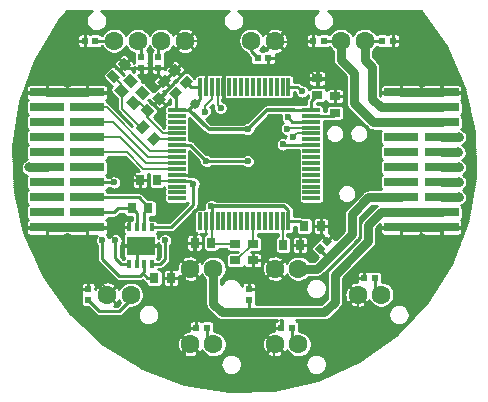
<source format=gtl>
G04 #@! TF.FileFunction,Copper,L1,Top,Signal*
%FSLAX46Y46*%
G04 Gerber Fmt 4.6, Leading zero omitted, Abs format (unit mm)*
G04 Created by KiCad (PCBNEW 4.0.2+e4-6225~38~ubuntu14.04.1-stable) date Tue 28 Jun 2016 16:45:29 BST*
%MOMM*%
G01*
G04 APERTURE LIST*
%ADD10C,0.100000*%
%ADD11C,1.600000*%
%ADD12R,1.500000X0.300000*%
%ADD13R,0.300000X1.500000*%
%ADD14R,0.750000X0.900000*%
%ADD15R,0.350000X0.650000*%
%ADD16R,0.800000X0.800000*%
%ADD17R,2.400000X1.550000*%
%ADD18R,2.920000X0.740000*%
%ADD19R,0.900000X0.750000*%
%ADD20R,0.620000X0.620000*%
%ADD21C,0.600000*%
%ADD22C,0.800000*%
%ADD23C,0.200000*%
%ADD24C,0.250000*%
%ADD25C,0.740000*%
%ADD26C,0.280000*%
%ADD27C,0.300000*%
%ADD28C,0.220000*%
G04 APERTURE END LIST*
D10*
D11*
X89000000Y-89900000D03*
X91000000Y-89900000D03*
X93000000Y-89900000D03*
X95000000Y-89900000D03*
D12*
X94300000Y-95750000D03*
X94300000Y-96250000D03*
X94300000Y-96750000D03*
X94300000Y-97250000D03*
X94300000Y-97750000D03*
X94300000Y-98250000D03*
X94300000Y-98750000D03*
X94300000Y-99250000D03*
X94300000Y-99750000D03*
X94300000Y-100250000D03*
X94300000Y-100750000D03*
X94300000Y-101250000D03*
X94300000Y-101750000D03*
X94300000Y-102250000D03*
X94300000Y-102750000D03*
X94300000Y-103250000D03*
D13*
X96250000Y-105200000D03*
X96750000Y-105200000D03*
X97250000Y-105200000D03*
X97750000Y-105200000D03*
X98250000Y-105200000D03*
X98750000Y-105200000D03*
X99250000Y-105200000D03*
X99750000Y-105200000D03*
X100250000Y-105200000D03*
X100750000Y-105200000D03*
X101250000Y-105200000D03*
X101750000Y-105200000D03*
X102250000Y-105200000D03*
X102750000Y-105200000D03*
X103250000Y-105200000D03*
X103750000Y-105200000D03*
D12*
X105700000Y-103250000D03*
X105700000Y-102750000D03*
X105700000Y-102250000D03*
X105700000Y-101750000D03*
X105700000Y-101250000D03*
X105700000Y-100750000D03*
X105700000Y-100250000D03*
X105700000Y-99750000D03*
X105700000Y-99250000D03*
X105700000Y-98750000D03*
X105700000Y-98250000D03*
X105700000Y-97750000D03*
X105700000Y-97250000D03*
X105700000Y-96750000D03*
X105700000Y-96250000D03*
X105700000Y-95750000D03*
D13*
X103750000Y-93800000D03*
X103250000Y-93800000D03*
X102750000Y-93800000D03*
X102250000Y-93800000D03*
X101750000Y-93800000D03*
X101250000Y-93800000D03*
X100750000Y-93800000D03*
X100250000Y-93800000D03*
X99750000Y-93800000D03*
X99250000Y-93800000D03*
X98750000Y-93800000D03*
X98250000Y-93800000D03*
X97750000Y-93800000D03*
X97250000Y-93800000D03*
X96750000Y-93800000D03*
X96250000Y-93800000D03*
D14*
X91900000Y-104100000D03*
X90500000Y-104100000D03*
D15*
X90250000Y-108800000D03*
X90900000Y-108800000D03*
X91550000Y-108800000D03*
X92200000Y-108800000D03*
X92200000Y-105700000D03*
X91550000Y-105700000D03*
X90900000Y-105700000D03*
X90250000Y-105700000D03*
D16*
X90625000Y-107250000D03*
X91825000Y-107250000D03*
X90625000Y-107250000D03*
X91825000Y-107250000D03*
D17*
X91225000Y-107250000D03*
D18*
X83285000Y-94285000D03*
X86715000Y-94285000D03*
X83285000Y-95555000D03*
X86715000Y-95555000D03*
X83285000Y-96825000D03*
X86715000Y-96825000D03*
X83285000Y-98095000D03*
X86715000Y-98095000D03*
X83285000Y-99365000D03*
X86715000Y-99365000D03*
X83285000Y-100635000D03*
X86715000Y-100635000D03*
X83285000Y-101905000D03*
X86715000Y-101905000D03*
X83285000Y-103175000D03*
X86715000Y-103175000D03*
X83285000Y-104445000D03*
X86715000Y-104445000D03*
X83285000Y-105715000D03*
X86715000Y-105715000D03*
X113285000Y-94285000D03*
X116715000Y-94285000D03*
X113285000Y-95555000D03*
X116715000Y-95555000D03*
X113285000Y-96825000D03*
X116715000Y-96825000D03*
X113285000Y-98095000D03*
X116715000Y-98095000D03*
X113285000Y-99365000D03*
X116715000Y-99365000D03*
X113285000Y-100635000D03*
X116715000Y-100635000D03*
X113285000Y-101905000D03*
X116715000Y-101905000D03*
X113285000Y-103175000D03*
X116715000Y-103175000D03*
X113285000Y-104445000D03*
X116715000Y-104445000D03*
X113285000Y-105715000D03*
X116715000Y-105715000D03*
D11*
X90400000Y-111400000D03*
X88400000Y-111400000D03*
X104600000Y-115600000D03*
X102600000Y-115600000D03*
X108200000Y-89900000D03*
X110200000Y-89900000D03*
X97400000Y-115600000D03*
X95400000Y-115600000D03*
X111600000Y-111400000D03*
X109600000Y-111400000D03*
X100600000Y-89900000D03*
X102600000Y-89900000D03*
X97400000Y-109200000D03*
X95400000Y-109200000D03*
X104600000Y-109200000D03*
X102600000Y-109200000D03*
D10*
G36*
X88944365Y-94058579D02*
X89545406Y-93457538D01*
X90217157Y-94129289D01*
X89616116Y-94730330D01*
X88944365Y-94058579D01*
X88944365Y-94058579D01*
G37*
G36*
X89969670Y-95083884D02*
X90570711Y-94482843D01*
X91242462Y-95154594D01*
X90641421Y-95755635D01*
X89969670Y-95083884D01*
X89969670Y-95083884D01*
G37*
G36*
X90782843Y-94270711D02*
X91383884Y-93669670D01*
X92055635Y-94341421D01*
X91454594Y-94942462D01*
X90782843Y-94270711D01*
X90782843Y-94270711D01*
G37*
G36*
X89757538Y-93245406D02*
X90358579Y-92644365D01*
X91030330Y-93316116D01*
X90429289Y-93917157D01*
X89757538Y-93245406D01*
X89757538Y-93245406D01*
G37*
D14*
X105100000Y-105600000D03*
X106500000Y-105600000D03*
D10*
G36*
X94778338Y-94241942D02*
X94141942Y-94878338D01*
X93611612Y-94348008D01*
X94248008Y-93711612D01*
X94778338Y-94241942D01*
X94778338Y-94241942D01*
G37*
G36*
X93788388Y-93251992D02*
X93151992Y-93888388D01*
X92621662Y-93358058D01*
X93258058Y-92721662D01*
X93788388Y-93251992D01*
X93788388Y-93251992D01*
G37*
G36*
X95678338Y-93341942D02*
X95041942Y-93978338D01*
X94511612Y-93448008D01*
X95148008Y-92811612D01*
X95678338Y-93341942D01*
X95678338Y-93341942D01*
G37*
G36*
X94688388Y-92351992D02*
X94051992Y-92988388D01*
X93521662Y-92458058D01*
X94158058Y-91821662D01*
X94688388Y-92351992D01*
X94688388Y-92351992D01*
G37*
D14*
X97200000Y-107000000D03*
X95800000Y-107000000D03*
D19*
X106200000Y-94500000D03*
X106200000Y-93100000D03*
D14*
X92600000Y-101700000D03*
X91200000Y-101700000D03*
D19*
X107700000Y-94600000D03*
X107700000Y-96000000D03*
D14*
X104700000Y-107200000D03*
X103300000Y-107200000D03*
X92400000Y-110000000D03*
X93800000Y-110000000D03*
D10*
G36*
X89841942Y-91321662D02*
X90478338Y-91958058D01*
X89948008Y-92488388D01*
X89311612Y-91851992D01*
X89841942Y-91321662D01*
X89841942Y-91321662D01*
G37*
G36*
X88851992Y-92311612D02*
X89488388Y-92948008D01*
X88958058Y-93478338D01*
X88321662Y-92841942D01*
X88851992Y-92311612D01*
X88851992Y-92311612D01*
G37*
G36*
X92741942Y-94221662D02*
X93378338Y-94858058D01*
X92848008Y-95388388D01*
X92211612Y-94751992D01*
X92741942Y-94221662D01*
X92741942Y-94221662D01*
G37*
G36*
X91751992Y-95211612D02*
X92388388Y-95848008D01*
X91858058Y-96378338D01*
X91221662Y-95741942D01*
X91751992Y-95211612D01*
X91751992Y-95211612D01*
G37*
D19*
X100750000Y-108500000D03*
X100750000Y-107100000D03*
X99250000Y-108500000D03*
X99250000Y-107100000D03*
D10*
G36*
X90821662Y-97258058D02*
X91458058Y-96621662D01*
X91988388Y-97151992D01*
X91351992Y-97788388D01*
X90821662Y-97258058D01*
X90821662Y-97258058D01*
G37*
G36*
X91811612Y-98248008D02*
X92448008Y-97611612D01*
X92978338Y-98141942D01*
X92341942Y-98778338D01*
X91811612Y-98248008D01*
X91811612Y-98248008D01*
G37*
D20*
X86800000Y-111850000D03*
X86800000Y-110950000D03*
X96850000Y-114200000D03*
X95950000Y-114200000D03*
X104055000Y-114200000D03*
X103155000Y-114200000D03*
X111050000Y-110000000D03*
X110150000Y-110000000D03*
X92700000Y-91300000D03*
X92700000Y-92200000D03*
X91300000Y-91300000D03*
X91300000Y-92200000D03*
X87400000Y-89900000D03*
X86500000Y-89900000D03*
X101150000Y-91350000D03*
X102050000Y-91350000D03*
D10*
G36*
X106400000Y-107938406D02*
X105961594Y-107500000D01*
X106400000Y-107061594D01*
X106838406Y-107500000D01*
X106400000Y-107938406D01*
X106400000Y-107938406D01*
G37*
G36*
X107036396Y-107302010D02*
X106597990Y-106863604D01*
X107036396Y-106425198D01*
X107474802Y-106863604D01*
X107036396Y-107302010D01*
X107036396Y-107302010D01*
G37*
D20*
X100400000Y-111850000D03*
X100400000Y-110950000D03*
X111700000Y-89900000D03*
X112600000Y-89900000D03*
X106750000Y-89900000D03*
X105850000Y-89900000D03*
D21*
X92500000Y-117500000D03*
X95000000Y-117500000D03*
X87500000Y-110000000D03*
X89750000Y-100750000D03*
X103750000Y-101250000D03*
X98750000Y-101250000D03*
X101250000Y-101250000D03*
X82500000Y-107500000D03*
X85000000Y-107500000D03*
X85000000Y-110000000D03*
X90000000Y-115000000D03*
X95000000Y-112500000D03*
X92500000Y-115000000D03*
X100000000Y-115000000D03*
X102500000Y-117500000D03*
X107500000Y-117500000D03*
X107500000Y-115000000D03*
X110000000Y-115000000D03*
X117500000Y-107500000D03*
X115000000Y-110000000D03*
X115000000Y-107500000D03*
X100000000Y-102500000D03*
X102500000Y-102500000D03*
X117500000Y-92500000D03*
X115000000Y-90000000D03*
X105000000Y-92500000D03*
X105000000Y-90000000D03*
X97500000Y-90000000D03*
X87500000Y-92500000D03*
X85000000Y-92500000D03*
X85000000Y-90000000D03*
X99250000Y-96400000D03*
X100300000Y-100100000D03*
X96800000Y-100100000D03*
X100300000Y-97400000D03*
D22*
X95800000Y-95300000D03*
D21*
X97200000Y-103900000D03*
X95700000Y-102000000D03*
D22*
X81775000Y-100635000D03*
D21*
X103275000Y-98675000D03*
X104100000Y-98075000D03*
X103625000Y-97350000D03*
X103700000Y-96400000D03*
X104900000Y-94200000D03*
X93300000Y-106800000D03*
X98000000Y-95600000D03*
X89100000Y-106800000D03*
X96675000Y-95900000D03*
D22*
X118195000Y-98095000D03*
X118135000Y-99365000D03*
X118165000Y-100635000D03*
X118195000Y-101905000D03*
X118175000Y-103175000D03*
D21*
X88000000Y-106800000D03*
X89000000Y-101900000D03*
D23*
X96500000Y-107000000D02*
X95800000Y-107000000D01*
X96500000Y-106400000D02*
X96500000Y-107000000D01*
X96750000Y-106150000D02*
X96500000Y-106400000D01*
X96750000Y-105200000D02*
X96750000Y-106150000D01*
D24*
X91300000Y-92200000D02*
X90189950Y-92200000D01*
X90189950Y-92200000D02*
X89894975Y-91905025D01*
D23*
X94300000Y-101250000D02*
X98750000Y-101250000D01*
X102500000Y-102500000D02*
X103750000Y-101250000D01*
X101250000Y-101250000D02*
X102500000Y-102500000D01*
X89750000Y-100750000D02*
X90250000Y-100750000D01*
X90250000Y-100750000D02*
X91200000Y-101700000D01*
X100000000Y-102500000D02*
X101250000Y-101250000D01*
X98750000Y-101250000D02*
X100000000Y-102500000D01*
X85000000Y-107500000D02*
X82500000Y-107500000D01*
X85000000Y-110000000D02*
X85000000Y-107500000D01*
X87500000Y-110000000D02*
X85000000Y-110000000D01*
X87500000Y-110000000D02*
X88400000Y-110900000D01*
X88400000Y-110900000D02*
X88400000Y-111400000D01*
X95000000Y-112500000D02*
X95000000Y-109600000D01*
X95000000Y-109600000D02*
X95400000Y-109200000D01*
X92500000Y-115000000D02*
X90000000Y-115000000D01*
X92500000Y-117500000D02*
X92500000Y-115000000D01*
X92500000Y-117500000D02*
X95000000Y-117500000D01*
X95000000Y-117500000D02*
X95000000Y-116000000D01*
X95000000Y-116000000D02*
X95400000Y-115600000D01*
X100000000Y-115000000D02*
X102000000Y-115000000D01*
X102000000Y-115000000D02*
X102600000Y-115600000D01*
X102500000Y-117500000D02*
X102500000Y-115700000D01*
X102500000Y-115700000D02*
X102600000Y-115600000D01*
X110000000Y-115000000D02*
X109500000Y-115000000D01*
X109500000Y-115000000D02*
X107500000Y-115000000D01*
X109600000Y-111400000D02*
X109600000Y-114900000D01*
X109600000Y-114900000D02*
X109500000Y-115000000D01*
X107500000Y-115000000D02*
X107500000Y-117500000D01*
X117500000Y-107500000D02*
X115000000Y-107500000D01*
D25*
X113285000Y-105715000D02*
X115000000Y-105715000D01*
X115000000Y-105715000D02*
X116715000Y-105715000D01*
D23*
X115000000Y-107500000D02*
X115000000Y-105715000D01*
X115000000Y-110000000D02*
X115000000Y-107500000D01*
D25*
X113285000Y-94285000D02*
X115000000Y-94285000D01*
X115000000Y-94285000D02*
X116715000Y-94285000D01*
D23*
X115000000Y-90000000D02*
X115000000Y-94285000D01*
X115000000Y-90000000D02*
X117500000Y-92500000D01*
X105000000Y-92500000D02*
X105600000Y-92500000D01*
X105600000Y-92500000D02*
X106200000Y-93100000D01*
X105000000Y-90000000D02*
X102700000Y-90000000D01*
X102700000Y-90000000D02*
X102600000Y-89900000D01*
X95000000Y-89900000D02*
X97400000Y-89900000D01*
X97400000Y-89900000D02*
X97500000Y-90000000D01*
D25*
X83285000Y-94285000D02*
X85000000Y-94285000D01*
X85000000Y-94285000D02*
X86715000Y-94285000D01*
D23*
X85000000Y-92500000D02*
X85000000Y-94285000D01*
X87500000Y-92500000D02*
X85000000Y-90000000D01*
X85000000Y-92500000D02*
X87500000Y-92500000D01*
X92850000Y-94960050D02*
X92794975Y-94905025D01*
D24*
X90900000Y-108800000D02*
X90900000Y-107575000D01*
X90900000Y-107575000D02*
X91225000Y-107250000D01*
X92830330Y-94869670D02*
X92830330Y-94880330D01*
D25*
X83285000Y-105715000D02*
X86715000Y-105715000D01*
D24*
X100300000Y-100100000D02*
X96800000Y-100100000D01*
X95450000Y-98750000D02*
X96800000Y-100100000D01*
X94300000Y-98750000D02*
X95450000Y-98750000D01*
D23*
X91805025Y-95794975D02*
X91129289Y-95119239D01*
X91129289Y-95119239D02*
X90606066Y-95119239D01*
X94300000Y-97750000D02*
X93150000Y-97750000D01*
X93150000Y-97750000D02*
X91769670Y-96369670D01*
X91769670Y-96369670D02*
X91769670Y-95930330D01*
X88905025Y-92894975D02*
X89580761Y-93570711D01*
X89580761Y-93570711D02*
X89580761Y-94093934D01*
X91169670Y-97169670D02*
X89680761Y-95680761D01*
X89680761Y-95680761D02*
X89680761Y-94293934D01*
X91369670Y-97169670D02*
X91169670Y-97169670D01*
X103250000Y-105200000D02*
X103250000Y-107150000D01*
X103250000Y-107150000D02*
X103300000Y-107200000D01*
D24*
X105700000Y-96250000D02*
X107500000Y-96250000D01*
X107500000Y-96250000D02*
X107700000Y-96050000D01*
X92200000Y-105700000D02*
X93800000Y-105700000D01*
X93800000Y-105700000D02*
X95700000Y-103800000D01*
X95700000Y-103800000D02*
X95700000Y-102000000D01*
X103750000Y-105200000D02*
X103750000Y-104250000D01*
D26*
X103750000Y-104250000D02*
X103400000Y-103900000D01*
D24*
X105100000Y-105600000D02*
X104700000Y-105200000D01*
X104700000Y-105200000D02*
X103750000Y-105200000D01*
D27*
X104250000Y-95750000D02*
X101950000Y-95750000D01*
X101950000Y-95750000D02*
X100300000Y-97400000D01*
D24*
X95094975Y-93394975D02*
X95400000Y-93700000D01*
X96250000Y-93800000D02*
X95500000Y-93800000D01*
X95500000Y-93800000D02*
X95400000Y-93700000D01*
X94194975Y-94294975D02*
X94194975Y-95644975D01*
X94194975Y-95644975D02*
X94300000Y-95750000D01*
X106200000Y-94500000D02*
X105700000Y-95000000D01*
X105700000Y-95000000D02*
X105700000Y-95750000D01*
D23*
X99200000Y-107100000D02*
X97200000Y-107100000D01*
X97200000Y-107100000D02*
X97100000Y-107000000D01*
D24*
X105100000Y-105600000D02*
X105100000Y-105700000D01*
D27*
X100300000Y-97400000D02*
X97000000Y-97400000D01*
X97000000Y-97400000D02*
X95350000Y-95750000D01*
D24*
X100300000Y-97400000D02*
X100400000Y-97400000D01*
D23*
X97250000Y-106700000D02*
X97250000Y-105200000D01*
X97250000Y-106800000D02*
X97250000Y-106700000D01*
D24*
X95800000Y-95300000D02*
X96250000Y-94850000D01*
D27*
X95350000Y-95750000D02*
X95800000Y-95300000D01*
D23*
X94330330Y-95719670D02*
X94300000Y-95750000D01*
X94300000Y-101750000D02*
X92700000Y-101750000D01*
X92700000Y-101750000D02*
X92650000Y-101700000D01*
D27*
X97200000Y-103900000D02*
X103400000Y-103900000D01*
D24*
X97250000Y-105200000D02*
X97250000Y-103950000D01*
X97250000Y-103950000D02*
X97200000Y-103900000D01*
D26*
X105700000Y-95750000D02*
X104250000Y-95750000D01*
D24*
X96250000Y-93800000D02*
X96250000Y-94850000D01*
X94300000Y-95750000D02*
X95350000Y-95750000D01*
X95450000Y-101750000D02*
X95700000Y-102000000D01*
X94300000Y-101750000D02*
X95450000Y-101750000D01*
D25*
X83285000Y-100635000D02*
X81775000Y-100635000D01*
D23*
X94300000Y-98250000D02*
X92450000Y-98250000D01*
X92450000Y-98250000D02*
X92430330Y-98230330D01*
X88355000Y-95555000D02*
X92050000Y-99250000D01*
X92050000Y-99250000D02*
X92750000Y-99250000D01*
X86715000Y-95555000D02*
X88355000Y-95555000D01*
X94300000Y-99250000D02*
X92750000Y-99250000D01*
X94300000Y-99750000D02*
X91850000Y-99750000D01*
X88925000Y-96825000D02*
X86715000Y-96825000D01*
X91850000Y-99750000D02*
X88925000Y-96825000D01*
X94300000Y-100250000D02*
X91650000Y-100250000D01*
X91650000Y-100250000D02*
X89495000Y-98095000D01*
X89495000Y-98095000D02*
X86715000Y-98095000D01*
X99250000Y-108500000D02*
X99350000Y-108500000D01*
X99350000Y-108500000D02*
X100750000Y-107100000D01*
X100750000Y-105200000D02*
X100750000Y-107050000D01*
X100800000Y-107050000D02*
X100750000Y-107100000D01*
D24*
X105700000Y-98750000D02*
X103350000Y-98750000D01*
X103350000Y-98750000D02*
X103275000Y-98675000D01*
X91300000Y-91300000D02*
X91300000Y-90200000D01*
X91300000Y-90200000D02*
X91000000Y-89900000D01*
D23*
X104450000Y-97750000D02*
X104125000Y-98075000D01*
X104125000Y-98075000D02*
X104100000Y-98075000D01*
X105700000Y-97750000D02*
X104450000Y-97750000D01*
D24*
X92700000Y-91300000D02*
X92700000Y-90200000D01*
X92700000Y-90200000D02*
X93000000Y-89900000D01*
D23*
X103750000Y-97250000D02*
X103650000Y-97350000D01*
X103650000Y-97350000D02*
X103625000Y-97350000D01*
X105700000Y-97250000D02*
X103750000Y-97250000D01*
D24*
X103700000Y-96400000D02*
X104050000Y-96750000D01*
X104050000Y-96750000D02*
X105700000Y-96750000D01*
X104900000Y-94200000D02*
X104500000Y-93800000D01*
X104500000Y-93800000D02*
X103750000Y-93800000D01*
X93300000Y-107100000D02*
X93300000Y-106800000D01*
X93300000Y-108400000D02*
X93300000Y-107100000D01*
X92900000Y-108800000D02*
X93300000Y-108400000D01*
X92200000Y-108800000D02*
X92900000Y-108800000D01*
D23*
X97750000Y-93800000D02*
X97750000Y-95350000D01*
X97750000Y-95350000D02*
X98000000Y-95600000D01*
D24*
X89100000Y-108300000D02*
X89100000Y-106800000D01*
X89600000Y-108800000D02*
X89100000Y-108300000D01*
X90250000Y-108800000D02*
X89600000Y-108800000D01*
D23*
X97250000Y-94825000D02*
X96675000Y-95400000D01*
X96675000Y-95400000D02*
X96675000Y-95900000D01*
X97250000Y-93800000D02*
X97250000Y-94825000D01*
D24*
X91900000Y-104000000D02*
X91075000Y-103175000D01*
X91075000Y-103175000D02*
X86715000Y-103175000D01*
X91900000Y-104100000D02*
X91900000Y-104000000D01*
X91550000Y-105700000D02*
X91550000Y-104450000D01*
X91550000Y-104450000D02*
X91900000Y-104100000D01*
X90500000Y-104100000D02*
X89300000Y-104100000D01*
X88955000Y-104445000D02*
X88445000Y-104445000D01*
X89300000Y-104100000D02*
X88955000Y-104445000D01*
X88445000Y-104445000D02*
X86715000Y-104445000D01*
X90900000Y-105700000D02*
X90900000Y-104500000D01*
X90900000Y-104500000D02*
X90500000Y-104100000D01*
D23*
X94300000Y-100750000D02*
X91450000Y-100750000D01*
X91450000Y-100750000D02*
X90065000Y-99365000D01*
X90065000Y-99365000D02*
X86715000Y-99365000D01*
D24*
X111700000Y-89900000D02*
X110200000Y-89900000D01*
D25*
X113285000Y-95555000D02*
X116715000Y-95555000D01*
X110800000Y-92100000D02*
X110800000Y-94800000D01*
X110800000Y-94800000D02*
X111555000Y-95555000D01*
X110200000Y-91500000D02*
X110800000Y-92100000D01*
X110200000Y-89900000D02*
X110200000Y-91500000D01*
X113285000Y-95555000D02*
X111555000Y-95555000D01*
D24*
X106750000Y-89900000D02*
X108200000Y-89900000D01*
D25*
X113285000Y-96825000D02*
X110925000Y-96825000D01*
X110925000Y-96825000D02*
X109300000Y-95200000D01*
X109300000Y-92600000D02*
X109300000Y-95200000D01*
X108200000Y-91500000D02*
X109300000Y-92600000D01*
X108200000Y-89900000D02*
X108200000Y-91500000D01*
X113285000Y-96825000D02*
X116715000Y-96825000D01*
D24*
X86800000Y-111850000D02*
X87750000Y-112800000D01*
X87750000Y-112800000D02*
X89400000Y-112800000D01*
X90400000Y-111800000D02*
X89400000Y-112800000D01*
X90400000Y-111400000D02*
X90400000Y-111800000D01*
D25*
X116715000Y-98095000D02*
X118195000Y-98095000D01*
D24*
X97400000Y-115600000D02*
X96850000Y-115050000D01*
X96850000Y-115050000D02*
X96850000Y-114200000D01*
D25*
X116715000Y-99365000D02*
X118135000Y-99365000D01*
D24*
X104600000Y-115600000D02*
X104055000Y-115055000D01*
X104055000Y-115055000D02*
X104055000Y-114200000D01*
D25*
X116715000Y-100635000D02*
X118165000Y-100635000D01*
D24*
X111600000Y-111400000D02*
X111050000Y-110850000D01*
X111050000Y-110850000D02*
X111050000Y-110000000D01*
D25*
X116715000Y-101905000D02*
X118195000Y-101905000D01*
X106200000Y-109200000D02*
X107100000Y-108300000D01*
X107100000Y-108300000D02*
X109100000Y-106300000D01*
D24*
X106400000Y-107600000D02*
X107100000Y-108300000D01*
X106400000Y-107500000D02*
X106400000Y-107600000D01*
D25*
X104600000Y-109200000D02*
X106200000Y-109200000D01*
X109100000Y-106300000D02*
X109100000Y-104600000D01*
X110525000Y-103175000D02*
X111025000Y-103175000D01*
X109100000Y-104600000D02*
X110525000Y-103175000D01*
X111025000Y-103175000D02*
X113285000Y-103175000D01*
D24*
X101150000Y-91350000D02*
X100600000Y-90800000D01*
X100600000Y-90800000D02*
X100600000Y-89900000D01*
X101050000Y-89450000D02*
X100600000Y-89900000D01*
D25*
X116715000Y-103175000D02*
X118175000Y-103175000D01*
X110500000Y-106900000D02*
X110500000Y-105500000D01*
X110500000Y-105500000D02*
X111555000Y-104445000D01*
X107700000Y-109700000D02*
X110500000Y-106900000D01*
X107700000Y-112000000D02*
X107700000Y-109700000D01*
X100400000Y-112900000D02*
X98100000Y-112900000D01*
X106800000Y-112900000D02*
X100400000Y-112900000D01*
D24*
X100400000Y-112900000D02*
X100400000Y-111850000D01*
X97800000Y-109600000D02*
X97400000Y-109200000D01*
D25*
X97400000Y-112200000D02*
X97400000Y-110800000D01*
X97400000Y-110800000D02*
X97400000Y-109200000D01*
D24*
X97350000Y-110750000D02*
X97400000Y-110800000D01*
D25*
X98100000Y-112900000D02*
X97400000Y-112200000D01*
X107700000Y-112000000D02*
X106800000Y-112900000D01*
X113285000Y-104445000D02*
X111555000Y-104445000D01*
X113285000Y-104445000D02*
X116715000Y-104445000D01*
D24*
X91550000Y-109450000D02*
X91400000Y-109600000D01*
X91400000Y-109600000D02*
X91200000Y-109800000D01*
X92400000Y-110000000D02*
X91800000Y-110000000D01*
X91800000Y-110000000D02*
X91400000Y-109600000D01*
X86715000Y-101905000D02*
X88995000Y-101905000D01*
X88995000Y-101905000D02*
X89000000Y-101900000D01*
X89400000Y-109800000D02*
X88000000Y-108400000D01*
X88000000Y-108400000D02*
X88000000Y-106800000D01*
X91200000Y-109800000D02*
X89400000Y-109800000D01*
X91550000Y-108800000D02*
X91550000Y-109450000D01*
X87400000Y-89900000D02*
X89000000Y-89900000D01*
D28*
X84984461Y-87385000D02*
X87087877Y-87385000D01*
X87909584Y-87385000D02*
X98687877Y-87385000D01*
X99509584Y-87385000D02*
X106287877Y-87385000D01*
X107109584Y-87385000D02*
X114999322Y-87385000D01*
X84848420Y-87554200D02*
X86858789Y-87554200D01*
X88141214Y-87554200D02*
X98458789Y-87554200D01*
X99741214Y-87554200D02*
X106058789Y-87554200D01*
X107341214Y-87554200D02*
X115117529Y-87554200D01*
X84712380Y-87723400D02*
X86723410Y-87723400D01*
X88275935Y-87723400D02*
X98323410Y-87723400D01*
X99875935Y-87723400D02*
X105923410Y-87723400D01*
X107475935Y-87723400D02*
X115235737Y-87723400D01*
X84576340Y-87892600D02*
X86641649Y-87892600D01*
X88357609Y-87892600D02*
X98241649Y-87892600D01*
X99957609Y-87892600D02*
X105841649Y-87892600D01*
X107557609Y-87892600D02*
X115353944Y-87892600D01*
X84440299Y-88061800D02*
X86599006Y-88061800D01*
X88400343Y-88061800D02*
X98199006Y-88061800D01*
X100000343Y-88061800D02*
X105799006Y-88061800D01*
X107600343Y-88061800D02*
X115472152Y-88061800D01*
X84316338Y-88231000D02*
X86589440Y-88231000D01*
X88408360Y-88231000D02*
X98189440Y-88231000D01*
X100008360Y-88231000D02*
X105789440Y-88231000D01*
X107608360Y-88231000D02*
X115590359Y-88231000D01*
X84212811Y-88400200D02*
X86611504Y-88400200D01*
X88387746Y-88400200D02*
X98211504Y-88400200D01*
X99987746Y-88400200D02*
X105811504Y-88400200D01*
X107587746Y-88400200D02*
X115708567Y-88400200D01*
X84109284Y-88569400D02*
X86667483Y-88569400D01*
X88331694Y-88569400D02*
X98267483Y-88569400D01*
X99931694Y-88569400D02*
X105867483Y-88569400D01*
X107531694Y-88569400D02*
X115826774Y-88569400D01*
X84005757Y-88738600D02*
X86764454Y-88738600D01*
X88233741Y-88738600D02*
X98364454Y-88738600D01*
X99833741Y-88738600D02*
X105964454Y-88738600D01*
X107433741Y-88738600D02*
X115944982Y-88738600D01*
X83902230Y-88907800D02*
X86923827Y-88907800D01*
X88076361Y-88907800D02*
X88492545Y-88907800D01*
X89504175Y-88907800D02*
X90492545Y-88907800D01*
X91504175Y-88907800D02*
X92492545Y-88907800D01*
X93504175Y-88907800D02*
X94502343Y-88907800D01*
X95501165Y-88907800D02*
X98523827Y-88907800D01*
X99676361Y-88907800D02*
X100092545Y-88907800D01*
X101104175Y-88907800D02*
X102102343Y-88907800D01*
X103101165Y-88907800D02*
X106123827Y-88907800D01*
X107276361Y-88907800D02*
X107692545Y-88907800D01*
X108704175Y-88907800D02*
X109692545Y-88907800D01*
X110704175Y-88907800D02*
X116063189Y-88907800D01*
X83798703Y-89077000D02*
X87250867Y-89077000D01*
X87755489Y-89077000D02*
X88253874Y-89077000D01*
X89747119Y-89077000D02*
X90253874Y-89077000D01*
X91747119Y-89077000D02*
X92253874Y-89077000D01*
X93747120Y-89077000D02*
X94312130Y-89077000D01*
X95687871Y-89077000D02*
X98850867Y-89077000D01*
X99355489Y-89077000D02*
X99853874Y-89077000D01*
X101347120Y-89077000D02*
X101912130Y-89077000D01*
X103287871Y-89077000D02*
X106450867Y-89077000D01*
X106955489Y-89077000D02*
X107453874Y-89077000D01*
X108947119Y-89077000D02*
X109453874Y-89077000D01*
X110947119Y-89077000D02*
X116181397Y-89077000D01*
X83695176Y-89246200D02*
X88102339Y-89246200D01*
X89898333Y-89246200D02*
X90102339Y-89246200D01*
X91898333Y-89246200D02*
X92102339Y-89246200D01*
X93898333Y-89246200D02*
X94105133Y-89246200D01*
X94332058Y-89246200D02*
X94360342Y-89246200D01*
X95639658Y-89246200D02*
X95667942Y-89246200D01*
X95894868Y-89246200D02*
X99702339Y-89246200D01*
X101498333Y-89246200D02*
X101705133Y-89246200D01*
X101932058Y-89246200D02*
X101960342Y-89246200D01*
X103239658Y-89246200D02*
X103267942Y-89246200D01*
X103494868Y-89246200D02*
X107302339Y-89246200D01*
X109098333Y-89246200D02*
X109302339Y-89246200D01*
X111098333Y-89246200D02*
X116299604Y-89246200D01*
X83591649Y-89415400D02*
X85933831Y-89415400D01*
X86490000Y-89415400D02*
X86510000Y-89415400D01*
X87964285Y-89415400D02*
X87999991Y-89415400D01*
X94501258Y-89415400D02*
X94529542Y-89415400D01*
X95470458Y-89415400D02*
X95498742Y-89415400D01*
X95998679Y-89415400D02*
X99599992Y-89415400D01*
X102101258Y-89415400D02*
X102129542Y-89415400D01*
X103070458Y-89415400D02*
X103098742Y-89415400D01*
X103598679Y-89415400D02*
X105283831Y-89415400D01*
X105840000Y-89415400D02*
X105860000Y-89415400D01*
X112590000Y-89415400D02*
X112610000Y-89415400D01*
X113166170Y-89415400D02*
X116417812Y-89415400D01*
X83488122Y-89584600D02*
X85880000Y-89584600D01*
X86490000Y-89584600D02*
X86510000Y-89584600D01*
X94670458Y-89584600D02*
X94698742Y-89584600D01*
X95301258Y-89584600D02*
X95329542Y-89584600D01*
X96064576Y-89584600D02*
X99532194Y-89584600D01*
X102270458Y-89584600D02*
X102298742Y-89584600D01*
X102901258Y-89584600D02*
X102929542Y-89584600D01*
X103664577Y-89584600D02*
X105230000Y-89584600D01*
X105840000Y-89584600D02*
X105860000Y-89584600D01*
X112590000Y-89584600D02*
X112610000Y-89584600D01*
X113220000Y-89584600D02*
X116536019Y-89584600D01*
X83384595Y-89753800D02*
X85880000Y-89753800D01*
X86490000Y-89753800D02*
X86510000Y-89753800D01*
X94839658Y-89753800D02*
X94867942Y-89753800D01*
X95132058Y-89753800D02*
X95160342Y-89753800D01*
X96102624Y-89753800D02*
X99496229Y-89753800D01*
X102439658Y-89753800D02*
X102467942Y-89753800D01*
X102732058Y-89753800D02*
X102760342Y-89753800D01*
X103702624Y-89753800D02*
X105230000Y-89753800D01*
X105840000Y-89753800D02*
X105860000Y-89753800D01*
X112590000Y-89753800D02*
X112610000Y-89753800D01*
X113220000Y-89753800D02*
X116654227Y-89753800D01*
X83281068Y-89923000D02*
X85944500Y-89923000D01*
X86490000Y-89923000D02*
X86510000Y-89923000D01*
X94962858Y-89923000D02*
X94991142Y-89923000D01*
X95008858Y-89923000D02*
X95037142Y-89923000D01*
X96114125Y-89923000D02*
X99489523Y-89923000D01*
X102562858Y-89923000D02*
X102591142Y-89923000D01*
X102608858Y-89923000D02*
X102637142Y-89923000D01*
X103714125Y-89923000D02*
X105294500Y-89923000D01*
X105840000Y-89923000D02*
X105860000Y-89923000D01*
X112590000Y-89923000D02*
X112610000Y-89923000D01*
X113155500Y-89923000D02*
X116772434Y-89923000D01*
X83177542Y-90092200D02*
X85880000Y-90092200D01*
X86490000Y-90092200D02*
X86510000Y-90092200D01*
X94793658Y-90092200D02*
X94821942Y-90092200D01*
X95178058Y-90092200D02*
X95206342Y-90092200D01*
X96094394Y-90092200D02*
X99506686Y-90092200D01*
X102393658Y-90092200D02*
X102421942Y-90092200D01*
X102778058Y-90092200D02*
X102806342Y-90092200D01*
X103694394Y-90092200D02*
X105230000Y-90092200D01*
X105840000Y-90092200D02*
X105860000Y-90092200D01*
X112590000Y-90092200D02*
X112610000Y-90092200D01*
X113220000Y-90092200D02*
X116890642Y-90092200D01*
X83074015Y-90261400D02*
X85884150Y-90261400D01*
X86490000Y-90261400D02*
X86510000Y-90261400D01*
X94624458Y-90261400D02*
X94652742Y-90261400D01*
X95347258Y-90261400D02*
X95375542Y-90261400D01*
X96049546Y-90261400D02*
X99549202Y-90261400D01*
X102224458Y-90261400D02*
X102252742Y-90261400D01*
X102947258Y-90261400D02*
X102975542Y-90261400D01*
X103649546Y-90261400D02*
X105234150Y-90261400D01*
X105840000Y-90261400D02*
X105860000Y-90261400D01*
X112590000Y-90261400D02*
X112610000Y-90261400D01*
X113215849Y-90261400D02*
X117008849Y-90261400D01*
X82970488Y-90430600D02*
X85972194Y-90430600D01*
X86490000Y-90430600D02*
X86510000Y-90430600D01*
X87927199Y-90430600D02*
X88021353Y-90430600D01*
X89978859Y-90430600D02*
X90021353Y-90430600D01*
X91978859Y-90430600D02*
X92021353Y-90430600D01*
X93978859Y-90430600D02*
X94024144Y-90430600D01*
X94455258Y-90430600D02*
X94483542Y-90430600D01*
X95516458Y-90430600D02*
X95544742Y-90430600D01*
X95975300Y-90430600D02*
X99621353Y-90430600D01*
X101578859Y-90430600D02*
X101624144Y-90430600D01*
X102055258Y-90430600D02*
X102083542Y-90430600D01*
X103116458Y-90430600D02*
X103144742Y-90430600D01*
X103575300Y-90430600D02*
X105322194Y-90430600D01*
X105840000Y-90430600D02*
X105860000Y-90430600D01*
X112590000Y-90430600D02*
X112610000Y-90430600D01*
X113127806Y-90430600D02*
X117116417Y-90430600D01*
X82866961Y-90599800D02*
X88132641Y-90599800D01*
X89864791Y-90599800D02*
X90132641Y-90599800D01*
X91864791Y-90599800D02*
X92132641Y-90599800D01*
X93864791Y-90599800D02*
X94202163Y-90599800D01*
X94286058Y-90599800D02*
X94314342Y-90599800D01*
X95685658Y-90599800D02*
X95713942Y-90599800D01*
X95797836Y-90599800D02*
X99732641Y-90599800D01*
X101464791Y-90599800D02*
X101802163Y-90599800D01*
X101886058Y-90599800D02*
X101914342Y-90599800D01*
X103285658Y-90599800D02*
X103313942Y-90599800D01*
X103397836Y-90599800D02*
X107332641Y-90599800D01*
X111064791Y-90599800D02*
X117190828Y-90599800D01*
X82763434Y-90769000D02*
X88305309Y-90769000D01*
X89697112Y-90769000D02*
X90305309Y-90769000D01*
X91826142Y-90769000D02*
X92173142Y-90769000D01*
X93697112Y-90769000D02*
X94333936Y-90769000D01*
X95666063Y-90769000D02*
X99905309Y-90769000D01*
X103266063Y-90769000D02*
X107505309Y-90769000D01*
X110897112Y-90769000D02*
X117265240Y-90769000D01*
X82659907Y-90938200D02*
X88603645Y-90938200D01*
X89392974Y-90938200D02*
X90603645Y-90938200D01*
X91916809Y-90938200D02*
X92085863Y-90938200D01*
X93392974Y-90938200D02*
X94604907Y-90938200D01*
X95404944Y-90938200D02*
X100189325Y-90938200D01*
X103004944Y-90938200D02*
X107520000Y-90938200D01*
X110880000Y-90938200D02*
X117339651Y-90938200D01*
X82556380Y-91107400D02*
X89617798Y-91107400D01*
X90066086Y-91107400D02*
X90678501Y-91107400D01*
X91921499Y-91107400D02*
X92078501Y-91107400D01*
X93321499Y-91107400D02*
X100292220Y-91107400D01*
X102670000Y-91107400D02*
X107520000Y-91107400D01*
X110880000Y-91107400D02*
X117414063Y-91107400D01*
X82452852Y-91276600D02*
X89448598Y-91276600D01*
X90235286Y-91276600D02*
X90678501Y-91276600D01*
X91921499Y-91276600D02*
X92078501Y-91276600D01*
X93321499Y-91276600D02*
X100461418Y-91276600D01*
X102655900Y-91276600D02*
X107520000Y-91276600D01*
X110938266Y-91276600D02*
X117488474Y-91276600D01*
X82349627Y-91445800D02*
X89279398Y-91445800D01*
X89421608Y-91445800D02*
X89449892Y-91445800D01*
X90317471Y-91445800D02*
X90678501Y-91445800D01*
X91921499Y-91445800D02*
X92078501Y-91445800D01*
X93321499Y-91445800D02*
X100528501Y-91445800D01*
X102040000Y-91445800D02*
X102060000Y-91445800D01*
X102670000Y-91445800D02*
X107520000Y-91445800D01*
X111107466Y-91445800D02*
X117562886Y-91445800D01*
X82287169Y-91615000D02*
X89110198Y-91615000D01*
X89590808Y-91615000D02*
X89619092Y-91615000D01*
X90170858Y-91615000D02*
X90199142Y-91615000D01*
X90573686Y-91615000D02*
X90678899Y-91615000D01*
X91920788Y-91615000D02*
X92078899Y-91615000D01*
X93320788Y-91615000D02*
X93926314Y-91615000D01*
X94389803Y-91615000D02*
X100528501Y-91615000D01*
X102040000Y-91615000D02*
X102060000Y-91615000D01*
X102670000Y-91615000D02*
X107530721Y-91615000D01*
X111276666Y-91615000D02*
X117637297Y-91615000D01*
X82224711Y-91784200D02*
X89009024Y-91784200D01*
X89760008Y-91784200D02*
X89788292Y-91784200D01*
X90001658Y-91784200D02*
X90029942Y-91784200D01*
X91901718Y-91784200D02*
X92098283Y-91784200D01*
X93301718Y-91784200D02*
X93757114Y-91784200D01*
X94559003Y-91784200D02*
X100555611Y-91784200D01*
X102040000Y-91784200D02*
X102060000Y-91784200D01*
X102644096Y-91784200D02*
X107584640Y-91784200D01*
X111398575Y-91784200D02*
X117711709Y-91784200D01*
X82162254Y-91953400D02*
X89018075Y-91953400D01*
X89832458Y-91953400D02*
X89860742Y-91953400D01*
X91920000Y-91953400D02*
X92080000Y-91953400D01*
X93320000Y-91953400D02*
X93682529Y-91953400D01*
X94542508Y-91953400D02*
X94570792Y-91953400D01*
X94728203Y-91953400D02*
X100740426Y-91953400D01*
X101555098Y-91953400D02*
X101638261Y-91953400D01*
X101979100Y-91953400D02*
X102120900Y-91953400D01*
X102461738Y-91953400D02*
X107695998Y-91953400D01*
X111462666Y-91953400D02*
X117786120Y-91953400D01*
X82099796Y-92122600D02*
X88600478Y-92122600D01*
X89103506Y-92122600D02*
X89143814Y-92122600D01*
X89663258Y-92122600D02*
X89691542Y-92122600D01*
X91909900Y-92122600D02*
X92090100Y-92122600D01*
X93309900Y-92122600D02*
X93418714Y-92122600D01*
X93808458Y-92122600D02*
X93836742Y-92122600D01*
X94373308Y-92122600D02*
X94401592Y-92122600D01*
X94897403Y-92122600D02*
X107860934Y-92122600D01*
X111480000Y-92122600D02*
X117860532Y-92122600D01*
X82037338Y-92291800D02*
X88431278Y-92291800D01*
X89272706Y-92291800D02*
X89313014Y-92291800D01*
X89494058Y-92291800D02*
X89522342Y-92291800D01*
X90583002Y-92291800D02*
X90680000Y-92291800D01*
X91290000Y-92291800D02*
X91310000Y-92291800D01*
X91920000Y-92291800D02*
X92080000Y-92291800D01*
X92690000Y-92291800D02*
X92710000Y-92291800D01*
X93977658Y-92291800D02*
X94005942Y-92291800D01*
X94204108Y-92291800D02*
X94232392Y-92291800D01*
X94992489Y-92291800D02*
X108030134Y-92291800D01*
X111480000Y-92291800D02*
X117934944Y-92291800D01*
X81974881Y-92461000D02*
X88262078Y-92461000D01*
X89441906Y-92461000D02*
X89482214Y-92461000D01*
X90615740Y-92461000D02*
X90680000Y-92461000D01*
X91290000Y-92461000D02*
X91310000Y-92461000D01*
X91920000Y-92461000D02*
X92080000Y-92461000D01*
X92690000Y-92461000D02*
X92710000Y-92461000D01*
X94034908Y-92461000D02*
X94063192Y-92461000D01*
X94146858Y-92461000D02*
X94175142Y-92461000D01*
X94978777Y-92461000D02*
X105587120Y-92461000D01*
X106158500Y-92461000D02*
X106241500Y-92461000D01*
X106812881Y-92461000D02*
X108199334Y-92461000D01*
X111480000Y-92461000D02*
X118009355Y-92461000D01*
X81912423Y-92630200D02*
X88094137Y-92630200D01*
X89611106Y-92630200D02*
X89651414Y-92630200D01*
X91290000Y-92630200D02*
X91310000Y-92630200D01*
X91895753Y-92630200D02*
X92104246Y-92630200D01*
X92690000Y-92630200D02*
X92710000Y-92630200D01*
X93865708Y-92630200D02*
X93893992Y-92630200D01*
X94316058Y-92630200D02*
X94344342Y-92630200D01*
X94848586Y-92630200D02*
X94888894Y-92630200D01*
X95407122Y-92630200D02*
X105453726Y-92630200D01*
X106190000Y-92630200D02*
X106210000Y-92630200D01*
X106946275Y-92630200D02*
X108368534Y-92630200D01*
X111480000Y-92630200D02*
X118083767Y-92630200D01*
X81849966Y-92799400D02*
X88015559Y-92799400D01*
X89761889Y-92799400D02*
X89763018Y-92799400D01*
X91233100Y-92799400D02*
X91366900Y-92799400D01*
X91721395Y-92799400D02*
X92278604Y-92799400D01*
X92633100Y-92799400D02*
X92766900Y-92799400D01*
X93696508Y-92799400D02*
X93724792Y-92799400D01*
X94485258Y-92799400D02*
X94513542Y-92799400D01*
X94679386Y-92799400D02*
X94719694Y-92799400D01*
X95576322Y-92799400D02*
X95919810Y-92799400D01*
X96721900Y-92799400D02*
X96778100Y-92799400D01*
X98221900Y-92799400D02*
X98278100Y-92799400D01*
X104081412Y-92799400D02*
X105440000Y-92799400D01*
X106190000Y-92799400D02*
X106210000Y-92799400D01*
X106960000Y-92799400D02*
X108537734Y-92799400D01*
X111480000Y-92799400D02*
X118158178Y-92799400D01*
X81787508Y-92968600D02*
X88039851Y-92968600D01*
X91123340Y-92968600D02*
X92572714Y-92968600D01*
X92854458Y-92968600D02*
X92882742Y-92968600D01*
X93527308Y-92968600D02*
X93555592Y-92968600D01*
X94510186Y-92968600D02*
X94550494Y-92968600D01*
X95745522Y-92968600D02*
X95800070Y-92968600D01*
X96740000Y-92968600D02*
X96760000Y-92968600D01*
X98240000Y-92968600D02*
X98260000Y-92968600D01*
X104197643Y-92968600D02*
X105440000Y-92968600D01*
X106190000Y-92968600D02*
X106210000Y-92968600D01*
X106960000Y-92968600D02*
X108620000Y-92968600D01*
X111480000Y-92968600D02*
X118232590Y-92968600D01*
X81725050Y-93137800D02*
X88176994Y-93137800D01*
X91282102Y-93137800D02*
X92403514Y-93137800D01*
X93023658Y-93137800D02*
X93051942Y-93137800D01*
X93358108Y-93137800D02*
X93386392Y-93137800D01*
X94340986Y-93137800D02*
X94381294Y-93137800D01*
X96740000Y-93137800D02*
X96760000Y-93137800D01*
X98240000Y-93137800D02*
X98260000Y-93137800D01*
X104211499Y-93137800D02*
X105489700Y-93137800D01*
X106190000Y-93137800D02*
X106210000Y-93137800D01*
X106910300Y-93137800D02*
X108620000Y-93137800D01*
X111480000Y-93137800D02*
X118307001Y-93137800D01*
X81662593Y-93307000D02*
X88346194Y-93307000D01*
X91338984Y-93307000D02*
X92315745Y-93307000D01*
X93188908Y-93307000D02*
X93221142Y-93307000D01*
X94093519Y-93307000D02*
X94237318Y-93307000D01*
X96740000Y-93307000D02*
X96760000Y-93307000D01*
X98240000Y-93307000D02*
X98260000Y-93307000D01*
X104211499Y-93307000D02*
X105440000Y-93307000D01*
X106190000Y-93307000D02*
X106210000Y-93307000D01*
X106960000Y-93307000D02*
X108620000Y-93307000D01*
X111480000Y-93307000D02*
X118381413Y-93307000D01*
X81600135Y-93476200D02*
X88515394Y-93476200D01*
X91630940Y-93476200D02*
X92335056Y-93476200D01*
X93019708Y-93476200D02*
X93047992Y-93476200D01*
X93362058Y-93476200D02*
X93390342Y-93476200D01*
X94002586Y-93476200D02*
X94047913Y-93476200D01*
X96740000Y-93476200D02*
X96760000Y-93476200D01*
X98240000Y-93476200D02*
X98260000Y-93476200D01*
X104787858Y-93476200D02*
X105440000Y-93476200D01*
X106190000Y-93476200D02*
X106210000Y-93476200D01*
X106960000Y-93476200D02*
X108620000Y-93476200D01*
X111480000Y-93476200D02*
X118455824Y-93476200D01*
X81537678Y-93645400D02*
X81670501Y-93645400D01*
X83237900Y-93645400D02*
X83332100Y-93645400D01*
X84899500Y-93645400D02*
X85100501Y-93645400D01*
X86667900Y-93645400D02*
X86762100Y-93645400D01*
X88329500Y-93645400D02*
X88684594Y-93645400D01*
X91800140Y-93645400D02*
X92470597Y-93645400D01*
X92850508Y-93645400D02*
X92878792Y-93645400D01*
X93531258Y-93645400D02*
X93559542Y-93645400D01*
X93833386Y-93645400D02*
X93873694Y-93645400D01*
X96740000Y-93645400D02*
X96760000Y-93645400D01*
X98240000Y-93645400D02*
X98260000Y-93645400D01*
X105154858Y-93645400D02*
X105491023Y-93645400D01*
X106190000Y-93645400D02*
X106210000Y-93645400D01*
X106908976Y-93645400D02*
X108620000Y-93645400D01*
X111480000Y-93645400D02*
X111670501Y-93645400D01*
X113237900Y-93645400D02*
X113332100Y-93645400D01*
X114899500Y-93645400D02*
X115100501Y-93645400D01*
X116667900Y-93645400D02*
X116762100Y-93645400D01*
X118329500Y-93645400D02*
X118530236Y-93645400D01*
X81475220Y-93814600D02*
X81531046Y-93814600D01*
X83275000Y-93814600D02*
X83295000Y-93814600D01*
X86705000Y-93814600D02*
X86725000Y-93814600D01*
X88468955Y-93814600D02*
X88747818Y-93814600D01*
X91969340Y-93814600D02*
X92729496Y-93814600D01*
X93627521Y-93814600D02*
X93704494Y-93814600D01*
X96740000Y-93814600D02*
X96760000Y-93814600D01*
X98240000Y-93814600D02*
X98260000Y-93814600D01*
X105376336Y-93814600D02*
X105736220Y-93814600D01*
X106657734Y-93814600D02*
X108620000Y-93814600D01*
X111480000Y-93814600D02*
X111531046Y-93814600D01*
X113275000Y-93814600D02*
X113295000Y-93814600D01*
X116705000Y-93814600D02*
X116725000Y-93814600D01*
X118468955Y-93814600D02*
X118604647Y-93814600D01*
X81412763Y-93983800D02*
X81515000Y-93983800D01*
X83275000Y-93983800D02*
X83295000Y-93983800D01*
X86705000Y-93983800D02*
X86725000Y-93983800D01*
X88485000Y-93983800D02*
X88644889Y-93983800D01*
X92138540Y-93983800D02*
X92541398Y-93983800D01*
X93494986Y-93983800D02*
X93535294Y-93983800D01*
X98240000Y-93983800D02*
X98260000Y-93983800D01*
X105470701Y-93983800D02*
X105475364Y-93983800D01*
X106926294Y-93983800D02*
X107052997Y-93983800D01*
X107681300Y-93983800D02*
X107718700Y-93983800D01*
X108347004Y-93983800D02*
X108620000Y-93983800D01*
X111480000Y-93983800D02*
X111515000Y-93983800D01*
X113275000Y-93983800D02*
X113295000Y-93983800D01*
X116705000Y-93983800D02*
X116725000Y-93983800D01*
X118485000Y-93983800D02*
X118659453Y-93983800D01*
X81350305Y-94153000D02*
X81515000Y-94153000D01*
X83275000Y-94153000D02*
X83295000Y-94153000D01*
X86705000Y-94153000D02*
X86725000Y-94153000D01*
X88485000Y-94153000D02*
X88650349Y-94153000D01*
X92299816Y-94153000D02*
X92372198Y-94153000D01*
X93313957Y-94153000D02*
X93369825Y-94153000D01*
X98240000Y-94153000D02*
X98260000Y-94153000D01*
X107690000Y-94153000D02*
X107710000Y-94153000D01*
X108451752Y-94153000D02*
X108620000Y-94153000D01*
X111480000Y-94153000D02*
X111515000Y-94153000D01*
X113275000Y-94153000D02*
X113295000Y-94153000D01*
X116705000Y-94153000D02*
X116725000Y-94153000D01*
X118485000Y-94153000D02*
X118697085Y-94153000D01*
X81287848Y-94322200D02*
X81565300Y-94322200D01*
X88434700Y-94322200D02*
X88767460Y-94322200D01*
X93217471Y-94322200D02*
X93302068Y-94322200D01*
X98240000Y-94322200D02*
X98260000Y-94322200D01*
X104211499Y-94322200D02*
X104302212Y-94322200D01*
X107690000Y-94322200D02*
X107710000Y-94322200D01*
X108460000Y-94322200D02*
X108620000Y-94322200D01*
X111480000Y-94322200D02*
X111565300Y-94322200D01*
X118434700Y-94322200D02*
X118734717Y-94322200D01*
X81225390Y-94491400D02*
X81515000Y-94491400D01*
X88485000Y-94491400D02*
X88936660Y-94491400D01*
X93094458Y-94491400D02*
X93122742Y-94491400D01*
X98240000Y-94491400D02*
X98260000Y-94491400D01*
X104211499Y-94491400D02*
X104362061Y-94491400D01*
X105438017Y-94491400D02*
X105438501Y-94491400D01*
X107690000Y-94491400D02*
X107710000Y-94491400D01*
X108460000Y-94491400D02*
X108620000Y-94491400D01*
X111480000Y-94491400D02*
X111515000Y-94491400D01*
X118485000Y-94491400D02*
X118772349Y-94491400D01*
X81162933Y-94660600D02*
X81515000Y-94660600D01*
X88485000Y-94660600D02*
X89105860Y-94660600D01*
X92925258Y-94660600D02*
X92953542Y-94660600D01*
X98240000Y-94660600D02*
X98260000Y-94660600D01*
X104188429Y-94660600D02*
X104496760Y-94660600D01*
X105300906Y-94660600D02*
X105424218Y-94660600D01*
X107690000Y-94660600D02*
X107710000Y-94660600D01*
X108433100Y-94660600D02*
X108620000Y-94660600D01*
X118485000Y-94660600D02*
X118809981Y-94660600D01*
X81100475Y-94829800D02*
X81568963Y-94829800D01*
X88431036Y-94829800D02*
X89270761Y-94829800D01*
X92756058Y-94829800D02*
X92784342Y-94829800D01*
X92805608Y-94829800D02*
X92833892Y-94829800D01*
X98192700Y-94829800D02*
X98307300Y-94829800D01*
X104035878Y-94829800D02*
X105299807Y-94829800D01*
X107690000Y-94829800D02*
X107710000Y-94829800D01*
X108460000Y-94829800D02*
X108620000Y-94829800D01*
X118431036Y-94829800D02*
X118847613Y-94829800D01*
X81038018Y-94999000D02*
X81578311Y-94999000D01*
X88421772Y-94999000D02*
X89270761Y-94999000D01*
X91979906Y-94999000D02*
X92020214Y-94999000D01*
X92586858Y-94999000D02*
X92615142Y-94999000D01*
X92974808Y-94999000D02*
X93003092Y-94999000D01*
X93655499Y-94999000D02*
X93759975Y-94999000D01*
X98160000Y-94999000D02*
X105265007Y-94999000D01*
X106932389Y-94999000D02*
X106940000Y-94999000D01*
X107690000Y-94999000D02*
X107710000Y-94999000D01*
X108460000Y-94999000D02*
X108620000Y-94999000D01*
X118421772Y-94999000D02*
X118885245Y-94999000D01*
X81003338Y-95168200D02*
X81515889Y-95168200D01*
X88485466Y-95168200D02*
X89270761Y-95168200D01*
X92149106Y-95168200D02*
X92189414Y-95168200D01*
X92417658Y-95168200D02*
X92445942Y-95168200D01*
X93144008Y-95168200D02*
X93172292Y-95168200D01*
X93506602Y-95168200D02*
X93759975Y-95168200D01*
X98430917Y-95168200D02*
X105265000Y-95168200D01*
X106745744Y-95168200D02*
X107006258Y-95168200D01*
X107690000Y-95168200D02*
X107710000Y-95168200D01*
X108393741Y-95168200D02*
X108620000Y-95168200D01*
X118485160Y-95168200D02*
X118922877Y-95168200D01*
X80976355Y-95337400D02*
X81513501Y-95337400D01*
X88717228Y-95337400D02*
X89270761Y-95337400D01*
X92318306Y-95337400D02*
X92372479Y-95337400D01*
X93270504Y-95337400D02*
X93388020Y-95337400D01*
X97317428Y-95337400D02*
X97340000Y-95337400D01*
X98551576Y-95337400D02*
X101750840Y-95337400D01*
X106617332Y-95337400D02*
X107136172Y-95337400D01*
X108262441Y-95337400D02*
X108634556Y-95337400D01*
X118486499Y-95337400D02*
X118960509Y-95337400D01*
X80949372Y-95506600D02*
X81513501Y-95506600D01*
X88886428Y-95506600D02*
X89270761Y-95506600D01*
X92487506Y-95506600D02*
X92527814Y-95506600D01*
X93168202Y-95506600D02*
X93253818Y-95506600D01*
X97148228Y-95506600D02*
X97371127Y-95506600D01*
X98603377Y-95506600D02*
X101542862Y-95506600D01*
X106743926Y-95506600D02*
X106965087Y-95506600D01*
X108436185Y-95506600D02*
X108696550Y-95506600D01*
X118486499Y-95506600D02*
X118998141Y-95506600D01*
X80922389Y-95675800D02*
X81513501Y-95675800D01*
X89055628Y-95675800D02*
X89270761Y-95675800D01*
X92644748Y-95675800D02*
X92731812Y-95675800D01*
X92964203Y-95675800D02*
X93238501Y-95675800D01*
X97242404Y-95675800D02*
X97393696Y-95675800D01*
X98608133Y-95675800D02*
X101373662Y-95675800D01*
X106761499Y-95675800D02*
X106938501Y-95675800D01*
X108461499Y-95675800D02*
X108814204Y-95675800D01*
X118486499Y-95675800D02*
X119035773Y-95675800D01*
X80895406Y-95845000D02*
X81513501Y-95845000D01*
X89224828Y-95845000D02*
X89305950Y-95845000D01*
X92697528Y-95845000D02*
X93238501Y-95845000D01*
X97284959Y-95845000D02*
X97440901Y-95845000D01*
X98558676Y-95845000D02*
X101204462Y-95845000D01*
X108461499Y-95845000D02*
X108983334Y-95845000D01*
X118486499Y-95845000D02*
X119073406Y-95845000D01*
X80868423Y-96014200D02*
X81529773Y-96014200D01*
X89394028Y-96014200D02*
X89434372Y-96014200D01*
X92649408Y-96014200D02*
X93250695Y-96014200D01*
X97274626Y-96014200D02*
X97551951Y-96014200D01*
X98449631Y-96014200D02*
X101035262Y-96014200D01*
X108461499Y-96014200D02*
X109152534Y-96014200D01*
X118473076Y-96014200D02*
X119111038Y-96014200D01*
X80841440Y-96183400D02*
X81652740Y-96183400D01*
X89563228Y-96183400D02*
X89603572Y-96183400D01*
X92493522Y-96183400D02*
X93238501Y-96183400D01*
X97216579Y-96183400D02*
X97812624Y-96183400D01*
X98182809Y-96183400D02*
X100866062Y-96183400D01*
X108461499Y-96183400D02*
X109321734Y-96183400D01*
X118343353Y-96183400D02*
X119148670Y-96183400D01*
X80814457Y-96352600D02*
X81532875Y-96352600D01*
X89732428Y-96352600D02*
X89772772Y-96352600D01*
X92332428Y-96352600D02*
X93238501Y-96352600D01*
X97084307Y-96352600D02*
X100696862Y-96352600D01*
X101997938Y-96352600D02*
X103090576Y-96352600D01*
X108461499Y-96352600D02*
X109490934Y-96352600D01*
X118466139Y-96352600D02*
X119186302Y-96352600D01*
X80787474Y-96521800D02*
X81513501Y-96521800D01*
X89901628Y-96521800D02*
X89941972Y-96521800D01*
X92501628Y-96521800D02*
X93249615Y-96521800D01*
X95348634Y-96521800D02*
X95471262Y-96521800D01*
X96772338Y-96521800D02*
X100527662Y-96521800D01*
X101828738Y-96521800D02*
X103102138Y-96521800D01*
X108422111Y-96521800D02*
X109660134Y-96521800D01*
X118486499Y-96521800D02*
X119223934Y-96521800D01*
X80760491Y-96691000D02*
X81513501Y-96691000D01*
X90070828Y-96691000D02*
X90111172Y-96691000D01*
X92670828Y-96691000D02*
X93238501Y-96691000D01*
X95361499Y-96691000D02*
X95640462Y-96691000D01*
X96941538Y-96691000D02*
X100358462Y-96691000D01*
X101659538Y-96691000D02*
X103161803Y-96691000D01*
X106761499Y-96691000D02*
X109829334Y-96691000D01*
X118486499Y-96691000D02*
X119261566Y-96691000D01*
X80733509Y-96860200D02*
X81513501Y-96860200D01*
X90240028Y-96860200D02*
X90280372Y-96860200D01*
X92840028Y-96860200D02*
X93238501Y-96860200D01*
X95361499Y-96860200D02*
X95809662Y-96860200D01*
X97110738Y-96860200D02*
X100010827Y-96860200D01*
X101490338Y-96860200D02*
X103259418Y-96860200D01*
X106761499Y-96860200D02*
X109998534Y-96860200D01*
X118486499Y-96860200D02*
X119299198Y-96860200D01*
X80706526Y-97029400D02*
X81513501Y-97029400D01*
X90409228Y-97029400D02*
X90449572Y-97029400D01*
X93009228Y-97029400D02*
X93248535Y-97029400D01*
X95350987Y-97029400D02*
X95978862Y-97029400D01*
X101321138Y-97029400D02*
X103105195Y-97029400D01*
X106750987Y-97029400D02*
X107324939Y-97029400D01*
X108031300Y-97029400D02*
X109356939Y-97029400D01*
X110063300Y-97029400D02*
X110167734Y-97029400D01*
X118486499Y-97029400D02*
X119336830Y-97029400D01*
X80679543Y-97198600D02*
X81513788Y-97198600D01*
X93178428Y-97198600D02*
X93238501Y-97198600D01*
X95361499Y-97198600D02*
X96148062Y-97198600D01*
X101151938Y-97198600D02*
X103033527Y-97198600D01*
X106761499Y-97198600D02*
X107094534Y-97198600D01*
X108263090Y-97198600D02*
X109126534Y-97198600D01*
X110295090Y-97198600D02*
X110336934Y-97198600D01*
X118485987Y-97198600D02*
X119374462Y-97198600D01*
X80652560Y-97367800D02*
X81569529Y-97367800D01*
X95361499Y-97367800D02*
X96317262Y-97367800D01*
X100982738Y-97367800D02*
X103014666Y-97367800D01*
X106761499Y-97367800D02*
X106965820Y-97367800D01*
X108390946Y-97367800D02*
X108997820Y-97367800D01*
X110422946Y-97367800D02*
X110519040Y-97367800D01*
X118432939Y-97367800D02*
X119412094Y-97367800D01*
X80625577Y-97537000D02*
X81580016Y-97537000D01*
X95353340Y-97537000D02*
X96486462Y-97537000D01*
X100894446Y-97537000D02*
X103042938Y-97537000D01*
X106753340Y-97537000D02*
X106898269Y-97537000D01*
X108460607Y-97537000D02*
X108930269Y-97537000D01*
X110492607Y-97537000D02*
X111580016Y-97537000D01*
X118637473Y-97537000D02*
X119449726Y-97537000D01*
X80598594Y-97706200D02*
X81516173Y-97706200D01*
X95361499Y-97706200D02*
X96655662Y-97706200D01*
X100830534Y-97706200D02*
X103128822Y-97706200D01*
X106761499Y-97706200D02*
X106869638Y-97706200D01*
X108488676Y-97706200D02*
X108901638Y-97706200D01*
X110520676Y-97706200D02*
X111516173Y-97706200D01*
X118789140Y-97706200D02*
X119472254Y-97706200D01*
X80571611Y-97875400D02*
X81513501Y-97875400D01*
X95361499Y-97875400D02*
X99915127Y-97875400D01*
X100685365Y-97875400D02*
X103312067Y-97875400D01*
X106761499Y-97875400D02*
X106876615Y-97875400D01*
X108483459Y-97875400D02*
X108908615Y-97875400D01*
X110515459Y-97875400D02*
X111513501Y-97875400D01*
X118872465Y-97875400D02*
X119476209Y-97875400D01*
X80544628Y-98044600D02*
X81513501Y-98044600D01*
X95355694Y-98044600D02*
X103490339Y-98044600D01*
X106755694Y-98044600D02*
X106920467Y-98044600D01*
X108438980Y-98044600D02*
X108952467Y-98044600D01*
X110470980Y-98044600D02*
X111513501Y-98044600D01*
X118904761Y-98044600D02*
X119480164Y-98044600D01*
X80517645Y-98213800D02*
X81513501Y-98213800D01*
X95361499Y-98213800D02*
X102874076Y-98213800D01*
X106761499Y-98213800D02*
X107007777Y-98213800D01*
X108350177Y-98213800D02*
X109039777Y-98213800D01*
X110382177Y-98213800D02*
X111513501Y-98213800D01*
X118896133Y-98213800D02*
X119484120Y-98213800D01*
X80490662Y-98383000D02*
X81513501Y-98383000D01*
X95681690Y-98383000D02*
X102736456Y-98383000D01*
X106761499Y-98383000D02*
X107156044Y-98383000D01*
X108199396Y-98383000D02*
X109188044Y-98383000D01*
X110231396Y-98383000D02*
X111513501Y-98383000D01*
X118843998Y-98383000D02*
X119488075Y-98383000D01*
X80463680Y-98552200D02*
X81529154Y-98552200D01*
X95867383Y-98552200D02*
X102677448Y-98552200D01*
X106757687Y-98552200D02*
X107509887Y-98552200D01*
X107851011Y-98552200D02*
X109541887Y-98552200D01*
X109883011Y-98552200D02*
X111529154Y-98552200D01*
X118741396Y-98552200D02*
X119492030Y-98552200D01*
X80436697Y-98721400D02*
X81650394Y-98721400D01*
X96036583Y-98721400D02*
X102664267Y-98721400D01*
X106761499Y-98721400D02*
X111650394Y-98721400D01*
X118533062Y-98721400D02*
X119495986Y-98721400D01*
X80424405Y-98890600D02*
X81533776Y-98890600D01*
X96205783Y-98890600D02*
X102704261Y-98890600D01*
X106761499Y-98890600D02*
X111533776Y-98890600D01*
X118664549Y-98890600D02*
X119499941Y-98890600D01*
X80430726Y-99059800D02*
X81513501Y-99059800D01*
X96374983Y-99059800D02*
X102798560Y-99059800D01*
X106758293Y-99059800D02*
X111513501Y-99059800D01*
X118777183Y-99059800D02*
X119503897Y-99059800D01*
X80437046Y-99229000D02*
X81513501Y-99229000D01*
X96544183Y-99229000D02*
X103019318Y-99229000D01*
X103533607Y-99229000D02*
X104638501Y-99229000D01*
X106761499Y-99229000D02*
X111513501Y-99229000D01*
X118831887Y-99229000D02*
X119507852Y-99229000D01*
X80443366Y-99398200D02*
X81513501Y-99398200D01*
X95361499Y-99398200D02*
X95483017Y-99398200D01*
X96713383Y-99398200D02*
X104638501Y-99398200D01*
X106761499Y-99398200D02*
X111513501Y-99398200D01*
X118843594Y-99398200D02*
X119511807Y-99398200D01*
X80449686Y-99567400D02*
X81513501Y-99567400D01*
X95358900Y-99567400D02*
X95652217Y-99567400D01*
X97101294Y-99567400D02*
X99999824Y-99567400D01*
X100601294Y-99567400D02*
X104643134Y-99567400D01*
X106758900Y-99567400D02*
X111513501Y-99567400D01*
X118817139Y-99567400D02*
X119515763Y-99567400D01*
X80456006Y-99736600D02*
X81513628Y-99736600D01*
X95361499Y-99736600D02*
X95821417Y-99736600D01*
X100790953Y-99736600D02*
X104638501Y-99736600D01*
X106761499Y-99736600D02*
X111513628Y-99736600D01*
X118741780Y-99736600D02*
X119519718Y-99736600D01*
X80462326Y-99905800D02*
X81568211Y-99905800D01*
X95360674Y-99905800D02*
X95990617Y-99905800D01*
X100879769Y-99905800D02*
X104638963Y-99905800D01*
X106760674Y-99905800D02*
X111568211Y-99905800D01*
X118596700Y-99905800D02*
X119523674Y-99905800D01*
X80468646Y-100075000D02*
X81334061Y-100075000D01*
X95359506Y-100075000D02*
X96159817Y-100075000D01*
X100909540Y-100075000D02*
X104642054Y-100075000D01*
X106759506Y-100075000D02*
X111581721Y-100075000D01*
X118604507Y-100075000D02*
X119527629Y-100075000D01*
X80474966Y-100244200D02*
X81182063Y-100244200D01*
X95361499Y-100244200D02*
X96206250Y-100244200D01*
X100892810Y-100244200D02*
X104638501Y-100244200D01*
X106761499Y-100244200D02*
X111516457Y-100244200D01*
X118757812Y-100244200D02*
X119531584Y-100244200D01*
X80481286Y-100413400D02*
X81097480Y-100413400D01*
X95359594Y-100413400D02*
X96276239Y-100413400D01*
X100825455Y-100413400D02*
X104639569Y-100413400D01*
X106759594Y-100413400D02*
X111513501Y-100413400D01*
X118841640Y-100413400D02*
X119535540Y-100413400D01*
X80487606Y-100582600D02*
X81065633Y-100582600D01*
X95360112Y-100582600D02*
X96425487Y-100582600D01*
X97177804Y-100582600D02*
X99925487Y-100582600D01*
X100677804Y-100582600D02*
X104640974Y-100582600D01*
X106760112Y-100582600D02*
X111513501Y-100582600D01*
X118874789Y-100582600D02*
X119539495Y-100582600D01*
X80493926Y-100751800D02*
X81074546Y-100751800D01*
X95361499Y-100751800D02*
X104638501Y-100751800D01*
X106761499Y-100751800D02*
X111513501Y-100751800D01*
X118866587Y-100751800D02*
X119543450Y-100751800D01*
X80500246Y-100921000D02*
X81124578Y-100921000D01*
X95358514Y-100921000D02*
X104640175Y-100921000D01*
X106758514Y-100921000D02*
X111513501Y-100921000D01*
X118814888Y-100921000D02*
X119547406Y-100921000D01*
X80506566Y-101090200D02*
X81227523Y-101090200D01*
X95360000Y-101090200D02*
X104639894Y-101090200D01*
X106760718Y-101090200D02*
X111528534Y-101090200D01*
X118712807Y-101090200D02*
X119551361Y-101090200D01*
X80512887Y-101259400D02*
X81430668Y-101259400D01*
X94270000Y-101259400D02*
X104638501Y-101259400D01*
X106761499Y-101259400D02*
X111648047Y-101259400D01*
X118506213Y-101259400D02*
X119555317Y-101259400D01*
X80519207Y-101428600D02*
X81534678Y-101428600D01*
X95914893Y-101428600D02*
X104640781Y-101428600D01*
X106757434Y-101428600D02*
X111534678Y-101428600D01*
X118722563Y-101428600D02*
X119559272Y-101428600D01*
X80525527Y-101597800D02*
X81513501Y-101597800D01*
X96160311Y-101597800D02*
X104638814Y-101597800D01*
X106761324Y-101597800D02*
X111513501Y-101597800D01*
X118836359Y-101597800D02*
X119535518Y-101597800D01*
X80531847Y-101767000D02*
X81513501Y-101767000D01*
X96263777Y-101767000D02*
X104638501Y-101767000D01*
X106761499Y-101767000D02*
X111513501Y-101767000D01*
X118891491Y-101767000D02*
X119506107Y-101767000D01*
X80538167Y-101936200D02*
X81513501Y-101936200D01*
X96309238Y-101936200D02*
X104641387Y-101936200D01*
X106756354Y-101936200D02*
X111513501Y-101936200D01*
X118903622Y-101936200D02*
X119476696Y-101936200D01*
X80544487Y-102105400D02*
X81513501Y-102105400D01*
X96301626Y-102105400D02*
X104638501Y-102105400D01*
X106761499Y-102105400D02*
X108350839Y-102105400D01*
X109037784Y-102105400D02*
X111513501Y-102105400D01*
X118877594Y-102105400D02*
X119447285Y-102105400D01*
X80550807Y-102274600D02*
X81513501Y-102274600D01*
X96245497Y-102274600D02*
X104638501Y-102274600D01*
X106761499Y-102274600D02*
X108114619Y-102274600D01*
X109275118Y-102274600D02*
X111513501Y-102274600D01*
X118803191Y-102274600D02*
X119417874Y-102274600D01*
X80557127Y-102443800D02*
X81566893Y-102443800D01*
X96135000Y-102443800D02*
X104641994Y-102443800D01*
X106755274Y-102443800D02*
X107984559Y-102443800D01*
X109404288Y-102443800D02*
X111566893Y-102443800D01*
X118658800Y-102443800D02*
X119388463Y-102443800D01*
X80563447Y-102613000D02*
X81583425Y-102613000D01*
X96135000Y-102613000D02*
X104638501Y-102613000D01*
X106761499Y-102613000D02*
X107915120Y-102613000D01*
X109475815Y-102613000D02*
X110143317Y-102613000D01*
X118611542Y-102613000D02*
X119359052Y-102613000D01*
X80597911Y-102782200D02*
X81516742Y-102782200D01*
X96135000Y-102782200D02*
X104638501Y-102782200D01*
X106761499Y-102782200D02*
X107885694Y-102782200D01*
X109504732Y-102782200D02*
X109956135Y-102782200D01*
X118766483Y-102782200D02*
X119329641Y-102782200D01*
X80638030Y-102951400D02*
X81513501Y-102951400D01*
X96135000Y-102951400D02*
X104643067Y-102951400D01*
X106754193Y-102951400D02*
X107891881Y-102951400D01*
X109500367Y-102951400D02*
X109786935Y-102951400D01*
X118850816Y-102951400D02*
X119300230Y-102951400D01*
X80678150Y-103120600D02*
X81513501Y-103120600D01*
X96135000Y-103120600D02*
X104638501Y-103120600D01*
X106761499Y-103120600D02*
X107934883Y-103120600D01*
X109456761Y-103120600D02*
X109617735Y-103120600D01*
X118884817Y-103120600D02*
X119270819Y-103120600D01*
X80718269Y-103289800D02*
X81513501Y-103289800D01*
X96135000Y-103289800D02*
X97143247Y-103289800D01*
X97177255Y-103289800D02*
X104638501Y-103289800D01*
X106761499Y-103289800D02*
X108021199Y-103289800D01*
X109368999Y-103289800D02*
X109448535Y-103289800D01*
X118877042Y-103289800D02*
X119241408Y-103289800D01*
X80758388Y-103459000D02*
X81513501Y-103459000D01*
X96135000Y-103459000D02*
X96778449Y-103459000D01*
X103523847Y-103459000D02*
X104645421Y-103459000D01*
X106753114Y-103459000D02*
X108166681Y-103459000D01*
X109219597Y-103459000D02*
X109279335Y-103459000D01*
X118825779Y-103459000D02*
X119211997Y-103459000D01*
X80798508Y-103628200D02*
X81527915Y-103628200D01*
X96135000Y-103628200D02*
X96652798Y-103628200D01*
X103768895Y-103628200D02*
X104742306Y-103628200D01*
X106660722Y-103628200D02*
X108507693Y-103628200D01*
X108889696Y-103628200D02*
X109110135Y-103628200D01*
X118724218Y-103628200D02*
X119182586Y-103628200D01*
X80838627Y-103797400D02*
X81645700Y-103797400D01*
X96135000Y-103797400D02*
X96598154Y-103797400D01*
X103933796Y-103797400D02*
X108940935Y-103797400D01*
X118519365Y-103797400D02*
X119153175Y-103797400D01*
X80878746Y-103966600D02*
X81535579Y-103966600D01*
X96101770Y-103966600D02*
X96592007Y-103966600D01*
X104096817Y-103966600D02*
X108771735Y-103966600D01*
X110695065Y-103966600D02*
X111071735Y-103966600D01*
X118464281Y-103966600D02*
X119123764Y-103966600D01*
X80918866Y-104135800D02*
X81513501Y-104135800D01*
X95979382Y-104135800D02*
X96637259Y-104135800D01*
X104183193Y-104135800D02*
X108605505Y-104135800D01*
X110525865Y-104135800D02*
X110902535Y-104135800D01*
X118486499Y-104135800D02*
X119094353Y-104135800D01*
X80958985Y-104305000D02*
X81513501Y-104305000D01*
X95810182Y-104305000D02*
X95827077Y-104305000D01*
X104194512Y-104305000D02*
X108489898Y-104305000D01*
X110356665Y-104305000D02*
X110733335Y-104305000D01*
X118486499Y-104305000D02*
X119064942Y-104305000D01*
X80999104Y-104474200D02*
X81513501Y-104474200D01*
X95640982Y-104474200D02*
X95788501Y-104474200D01*
X104211499Y-104474200D02*
X108432542Y-104474200D01*
X110187465Y-104474200D02*
X110564135Y-104474200D01*
X118486499Y-104474200D02*
X119035531Y-104474200D01*
X81039223Y-104643400D02*
X81513501Y-104643400D01*
X89371782Y-104643400D02*
X89831074Y-104643400D01*
X95471782Y-104643400D02*
X95788501Y-104643400D01*
X104211499Y-104643400D02*
X108420000Y-104643400D01*
X110018265Y-104643400D02*
X110394935Y-104643400D01*
X118486499Y-104643400D02*
X119006120Y-104643400D01*
X81079343Y-104812600D02*
X81513501Y-104812600D01*
X89186558Y-104812600D02*
X89957668Y-104812600D01*
X95302582Y-104812600D02*
X95788501Y-104812600D01*
X104893964Y-104812600D02*
X108420000Y-104812600D01*
X109849065Y-104812600D02*
X110225735Y-104812600D01*
X118486499Y-104812600D02*
X118976709Y-104812600D01*
X81119462Y-104981800D02*
X81565575Y-104981800D01*
X88438052Y-104981800D02*
X90465000Y-104981800D01*
X95133382Y-104981800D02*
X95788501Y-104981800D01*
X105733502Y-104981800D02*
X105864555Y-104981800D01*
X106490000Y-104981800D02*
X106510000Y-104981800D01*
X107135446Y-104981800D02*
X108420000Y-104981800D01*
X109780000Y-104981800D02*
X110056535Y-104981800D01*
X118438052Y-104981800D02*
X118947298Y-104981800D01*
X81159581Y-105151000D02*
X81581793Y-105151000D01*
X88418208Y-105151000D02*
X89860594Y-105151000D01*
X90240000Y-105151000D02*
X90260000Y-105151000D01*
X94964182Y-105151000D02*
X95788501Y-105151000D01*
X105786499Y-105151000D02*
X105815000Y-105151000D01*
X106490000Y-105151000D02*
X106510000Y-105151000D01*
X107185000Y-105151000D02*
X108420000Y-105151000D01*
X109780000Y-105151000D02*
X109919230Y-105151000D01*
X118418208Y-105151000D02*
X118917887Y-105151000D01*
X81199701Y-105320200D02*
X81515000Y-105320200D01*
X88485000Y-105320200D02*
X89769828Y-105320200D01*
X90240000Y-105320200D02*
X90260000Y-105320200D01*
X94794982Y-105320200D02*
X95788501Y-105320200D01*
X105786499Y-105320200D02*
X105815000Y-105320200D01*
X106490000Y-105320200D02*
X106510000Y-105320200D01*
X107185000Y-105320200D02*
X108420000Y-105320200D01*
X109780000Y-105320200D02*
X109847048Y-105320200D01*
X118485000Y-105320200D02*
X118869153Y-105320200D01*
X81239820Y-105489400D02*
X81515000Y-105489400D01*
X88485000Y-105489400D02*
X89765000Y-105489400D01*
X90240000Y-105489400D02*
X90260000Y-105489400D01*
X94625782Y-105489400D02*
X95788501Y-105489400D01*
X105786499Y-105489400D02*
X105815000Y-105489400D01*
X106490000Y-105489400D02*
X106510000Y-105489400D01*
X107185000Y-105489400D02*
X108420000Y-105489400D01*
X109780000Y-105489400D02*
X109820191Y-105489400D01*
X111472265Y-105489400D02*
X111515000Y-105489400D01*
X118485000Y-105489400D02*
X118803997Y-105489400D01*
X81279939Y-105658600D02*
X81546100Y-105658600D01*
X88453900Y-105658600D02*
X89811100Y-105658600D01*
X90240000Y-105658600D02*
X90260000Y-105658600D01*
X94456582Y-105658600D02*
X95788501Y-105658600D01*
X104211499Y-105658600D02*
X104413501Y-105658600D01*
X105786499Y-105658600D02*
X105843900Y-105658600D01*
X106490000Y-105658600D02*
X106510000Y-105658600D01*
X107156100Y-105658600D02*
X108420000Y-105658600D01*
X109780000Y-105658600D02*
X109820000Y-105658600D01*
X111303065Y-105658600D02*
X111546100Y-105658600D01*
X118453900Y-105658600D02*
X118738841Y-105658600D01*
X81320058Y-105827800D02*
X81515000Y-105827800D01*
X83275000Y-105827800D02*
X83295000Y-105827800D01*
X86705000Y-105827800D02*
X86725000Y-105827800D01*
X88485000Y-105827800D02*
X89765000Y-105827800D01*
X94287382Y-105827800D02*
X95788501Y-105827800D01*
X104211499Y-105827800D02*
X104413501Y-105827800D01*
X105786499Y-105827800D02*
X105815000Y-105827800D01*
X106490000Y-105827800D02*
X106510000Y-105827800D01*
X107185000Y-105827800D02*
X108420000Y-105827800D01*
X109780000Y-105827800D02*
X109820000Y-105827800D01*
X111180000Y-105827800D02*
X111515000Y-105827800D01*
X113275000Y-105827800D02*
X113295000Y-105827800D01*
X116705000Y-105827800D02*
X116725000Y-105827800D01*
X118485000Y-105827800D02*
X118673685Y-105827800D01*
X81360178Y-105997000D02*
X81515000Y-105997000D01*
X83275000Y-105997000D02*
X83295000Y-105997000D01*
X86705000Y-105997000D02*
X86725000Y-105997000D01*
X88485000Y-105997000D02*
X89765000Y-105997000D01*
X94118182Y-105997000D02*
X95792249Y-105997000D01*
X104204819Y-105997000D02*
X104413501Y-105997000D01*
X105786499Y-105997000D02*
X105815000Y-105997000D01*
X106490000Y-105997000D02*
X106510000Y-105997000D01*
X107185000Y-105997000D02*
X108420000Y-105997000D01*
X109780000Y-105997000D02*
X109820000Y-105997000D01*
X111180000Y-105997000D02*
X111515000Y-105997000D01*
X113275000Y-105997000D02*
X113295000Y-105997000D01*
X116705000Y-105997000D02*
X116725000Y-105997000D01*
X118485000Y-105997000D02*
X118608529Y-105997000D01*
X81400297Y-106166200D02*
X81525078Y-106166200D01*
X83275000Y-106166200D02*
X83295000Y-106166200D01*
X86705000Y-106166200D02*
X86725000Y-106166200D01*
X88474921Y-106166200D02*
X89797944Y-106166200D01*
X92649636Y-106166200D02*
X95878226Y-106166200D01*
X104120949Y-106166200D02*
X104438134Y-106166200D01*
X105760905Y-106166200D02*
X105837590Y-106166200D01*
X106490000Y-106166200D02*
X106510000Y-106166200D01*
X107206764Y-106166200D02*
X108272134Y-106166200D01*
X109780000Y-106166200D02*
X109820000Y-106166200D01*
X111180000Y-106166200D02*
X111525078Y-106166200D01*
X113275000Y-106166200D02*
X113295000Y-106166200D01*
X116705000Y-106166200D02*
X116725000Y-106166200D01*
X118474921Y-106166200D02*
X118543373Y-106166200D01*
X81440416Y-106335400D02*
X81641765Y-106335400D01*
X83257100Y-106335400D02*
X83312900Y-106335400D01*
X84928234Y-106335400D02*
X85071765Y-106335400D01*
X86687100Y-106335400D02*
X86742900Y-106335400D01*
X88398345Y-106335400D02*
X88702548Y-106335400D01*
X89498345Y-106335400D02*
X89747283Y-106335400D01*
X92702718Y-106335400D02*
X92902548Y-106335400D01*
X93698345Y-106335400D02*
X95201194Y-106335400D01*
X95790000Y-106335400D02*
X95810000Y-106335400D01*
X96398806Y-106335400D02*
X96602687Y-106335400D01*
X101160000Y-106335400D02*
X102840000Y-106335400D01*
X103660000Y-106335400D02*
X104607679Y-106335400D01*
X105595932Y-106335400D02*
X106003946Y-106335400D01*
X106437100Y-106335400D02*
X106562900Y-106335400D01*
X107385004Y-106335400D02*
X108102934Y-106335400D01*
X109777028Y-106335400D02*
X109820000Y-106335400D01*
X111180000Y-106335400D02*
X111641765Y-106335400D01*
X113257100Y-106335400D02*
X113312900Y-106335400D01*
X114928234Y-106335400D02*
X115071765Y-106335400D01*
X116687100Y-106335400D02*
X116742900Y-106335400D01*
X118358234Y-106335400D02*
X118478217Y-106335400D01*
X81510940Y-106504600D02*
X87462940Y-106504600D01*
X88536131Y-106504600D02*
X88562940Y-106504600D01*
X89636131Y-106504600D02*
X89715000Y-106504600D01*
X92735000Y-106504600D02*
X92762940Y-106504600D01*
X93836131Y-106504600D02*
X95117958Y-106504600D01*
X95790000Y-106504600D02*
X95810000Y-106504600D01*
X96482043Y-106504600D02*
X96519954Y-106504600D01*
X101416846Y-106504600D02*
X102736918Y-106504600D01*
X103862513Y-106504600D02*
X104134282Y-106504600D01*
X104677100Y-106504600D02*
X104722900Y-106504600D01*
X105265719Y-106504600D02*
X106518588Y-106504600D01*
X106663250Y-106504600D02*
X106691534Y-106504600D01*
X107381258Y-106504600D02*
X107409542Y-106504600D01*
X107554204Y-106504600D02*
X107933734Y-106504600D01*
X109745123Y-106504600D02*
X109820000Y-106504600D01*
X111180000Y-106504600D02*
X118413060Y-106504600D01*
X81588189Y-106673800D02*
X87403170Y-106673800D01*
X89696883Y-106673800D02*
X89715000Y-106673800D01*
X93896883Y-106673800D02*
X95115000Y-106673800D01*
X95790000Y-106673800D02*
X95810000Y-106673800D01*
X96485000Y-106673800D02*
X96513501Y-106673800D01*
X101506995Y-106673800D02*
X102624331Y-106673800D01*
X103974253Y-106673800D02*
X104024084Y-106673800D01*
X104690000Y-106673800D02*
X104710000Y-106673800D01*
X105375917Y-106673800D02*
X106351979Y-106673800D01*
X106832450Y-106673800D02*
X106860734Y-106673800D01*
X107212058Y-106673800D02*
X107240342Y-106673800D01*
X107720813Y-106673800D02*
X107764534Y-106673800D01*
X109667472Y-106673800D02*
X109764534Y-106673800D01*
X111180000Y-106673800D02*
X118347904Y-106673800D01*
X81665437Y-106843000D02*
X87389314Y-106843000D01*
X89708591Y-106843000D02*
X89715000Y-106843000D01*
X93908591Y-106843000D02*
X95115000Y-106843000D01*
X95790000Y-106843000D02*
X95810000Y-106843000D01*
X96485000Y-106843000D02*
X96513501Y-106843000D01*
X101511499Y-106843000D02*
X102613501Y-106843000D01*
X103986499Y-106843000D02*
X104015000Y-106843000D01*
X104690000Y-106843000D02*
X104710000Y-106843000D01*
X105385000Y-106843000D02*
X106178068Y-106843000D01*
X107001650Y-106843000D02*
X107029934Y-106843000D01*
X107042858Y-106843000D02*
X107071142Y-106843000D01*
X109518666Y-106843000D02*
X109595334Y-106843000D01*
X111180000Y-106843000D02*
X118282748Y-106843000D01*
X81742686Y-107012200D02*
X87427915Y-107012200D01*
X89673279Y-107012200D02*
X89715000Y-107012200D01*
X93873279Y-107012200D02*
X95190300Y-107012200D01*
X95790000Y-107012200D02*
X95810000Y-107012200D01*
X96409700Y-107012200D02*
X96513501Y-107012200D01*
X101511499Y-107012200D02*
X102613501Y-107012200D01*
X103986499Y-107012200D02*
X104015000Y-107012200D01*
X104690000Y-107012200D02*
X104710000Y-107012200D01*
X105385000Y-107012200D02*
X106008868Y-107012200D01*
X109349466Y-107012200D02*
X109426134Y-107012200D01*
X111168839Y-107012200D02*
X118217592Y-107012200D01*
X81819934Y-107181400D02*
X87520277Y-107181400D01*
X89577486Y-107181400D02*
X89733900Y-107181400D01*
X92716100Y-107181400D02*
X92820277Y-107181400D01*
X93777486Y-107181400D02*
X95115000Y-107181400D01*
X95790000Y-107181400D02*
X95810000Y-107181400D01*
X96485000Y-107181400D02*
X96513501Y-107181400D01*
X101511499Y-107181400D02*
X102613501Y-107181400D01*
X103986499Y-107181400D02*
X104083900Y-107181400D01*
X104690000Y-107181400D02*
X104710000Y-107181400D01*
X105316100Y-107181400D02*
X105839668Y-107181400D01*
X109180266Y-107181400D02*
X109256934Y-107181400D01*
X111117579Y-107181400D02*
X118152436Y-107181400D01*
X81897183Y-107350600D02*
X87565000Y-107350600D01*
X89535000Y-107350600D02*
X89715000Y-107350600D01*
X92735000Y-107350600D02*
X92865000Y-107350600D01*
X93735000Y-107350600D02*
X95115000Y-107350600D01*
X95790000Y-107350600D02*
X95810000Y-107350600D01*
X96485000Y-107350600D02*
X96513501Y-107350600D01*
X101511499Y-107350600D02*
X102613501Y-107350600D01*
X103986499Y-107350600D02*
X104015000Y-107350600D01*
X104690000Y-107350600D02*
X104710000Y-107350600D01*
X105385000Y-107350600D02*
X105691723Y-107350600D01*
X109011066Y-107350600D02*
X109087734Y-107350600D01*
X111005667Y-107350600D02*
X118087280Y-107350600D01*
X81974431Y-107519800D02*
X87565000Y-107519800D01*
X89535000Y-107519800D02*
X89715000Y-107519800D01*
X92735000Y-107519800D02*
X92865000Y-107519800D01*
X93735000Y-107519800D02*
X95122810Y-107519800D01*
X95790000Y-107519800D02*
X95810000Y-107519800D01*
X96477189Y-107519800D02*
X96523765Y-107519800D01*
X97876579Y-107519800D02*
X98492073Y-107519800D01*
X101505132Y-107519800D02*
X102613501Y-107519800D01*
X103986499Y-107519800D02*
X104015000Y-107519800D01*
X104690000Y-107519800D02*
X104710000Y-107519800D01*
X105385000Y-107519800D02*
X105653793Y-107519800D01*
X108841866Y-107519800D02*
X108918534Y-107519800D01*
X110841866Y-107519800D02*
X118022124Y-107519800D01*
X82051680Y-107689000D02*
X87565000Y-107689000D01*
X89535000Y-107689000D02*
X89715000Y-107689000D01*
X92735000Y-107689000D02*
X92865000Y-107689000D01*
X93735000Y-107689000D02*
X95225594Y-107689000D01*
X95783500Y-107689000D02*
X95816500Y-107689000D01*
X96374406Y-107689000D02*
X96629978Y-107689000D01*
X97772794Y-107689000D02*
X98575645Y-107689000D01*
X101422824Y-107689000D02*
X102616611Y-107689000D01*
X103980956Y-107689000D02*
X104016684Y-107689000D01*
X104690000Y-107689000D02*
X104710000Y-107689000D01*
X105383315Y-107689000D02*
X105717848Y-107689000D01*
X108672666Y-107689000D02*
X108749334Y-107689000D01*
X110672666Y-107689000D02*
X117956968Y-107689000D01*
X82128929Y-107858200D02*
X87565000Y-107858200D01*
X89535000Y-107858200D02*
X89715000Y-107858200D01*
X92735000Y-107858200D02*
X92865000Y-107858200D01*
X93735000Y-107858200D02*
X98644394Y-107858200D01*
X100705700Y-107858200D02*
X100794300Y-107858200D01*
X101358691Y-107858200D02*
X102693840Y-107858200D01*
X103902768Y-107858200D02*
X104094794Y-107858200D01*
X104690000Y-107858200D02*
X104710000Y-107858200D01*
X105305206Y-107858200D02*
X105879268Y-107858200D01*
X108503466Y-107858200D02*
X108580134Y-107858200D01*
X110503466Y-107858200D02*
X117891812Y-107858200D01*
X82206177Y-108027400D02*
X87565000Y-108027400D01*
X89535000Y-108027400D02*
X89715000Y-108027400D01*
X92735000Y-108027400D02*
X92865000Y-108027400D01*
X93735000Y-108027400D02*
X98505711Y-108027400D01*
X100740000Y-108027400D02*
X100760000Y-108027400D01*
X101495115Y-108027400D02*
X106048468Y-108027400D01*
X108334266Y-108027400D02*
X108410934Y-108027400D01*
X110334266Y-108027400D02*
X117826656Y-108027400D01*
X82283426Y-108196600D02*
X87565000Y-108196600D01*
X89611783Y-108196600D02*
X89766825Y-108196600D01*
X92683174Y-108196600D02*
X92865000Y-108196600D01*
X93735000Y-108196600D02*
X94924917Y-108196600D01*
X95881658Y-108196600D02*
X96920266Y-108196600D01*
X97877531Y-108196600D02*
X98488501Y-108196600D01*
X100740000Y-108196600D02*
X100760000Y-108196600D01*
X101510000Y-108196600D02*
X102124917Y-108196600D01*
X103081658Y-108196600D02*
X104120266Y-108196600D01*
X105077531Y-108196600D02*
X106228445Y-108196600D01*
X108165066Y-108196600D02*
X108241734Y-108196600D01*
X110165066Y-108196600D02*
X117761500Y-108196600D01*
X82360674Y-108365800D02*
X87565000Y-108365800D01*
X93735000Y-108365800D02*
X94717440Y-108365800D01*
X96082561Y-108365800D02*
X96665312Y-108365800D01*
X98135997Y-108365800D02*
X98488501Y-108365800D01*
X100740000Y-108365800D02*
X100760000Y-108365800D01*
X101510000Y-108365800D02*
X101917440Y-108365800D01*
X103282561Y-108365800D02*
X103865312Y-108365800D01*
X105335997Y-108365800D02*
X106072535Y-108365800D01*
X107995866Y-108365800D02*
X108072534Y-108365800D01*
X109995866Y-108365800D02*
X117696344Y-108365800D01*
X82437923Y-108535000D02*
X87588395Y-108535000D01*
X93711431Y-108535000D02*
X94528758Y-108535000D01*
X94720858Y-108535000D02*
X94749142Y-108535000D01*
X96050858Y-108535000D02*
X96079142Y-108535000D01*
X96271243Y-108535000D02*
X96510008Y-108535000D01*
X98290892Y-108535000D02*
X98488501Y-108535000D01*
X100740000Y-108535000D02*
X100760000Y-108535000D01*
X101457500Y-108535000D02*
X101728758Y-108535000D01*
X101920858Y-108535000D02*
X101949142Y-108535000D01*
X103250858Y-108535000D02*
X103279142Y-108535000D01*
X103471243Y-108535000D02*
X103710008Y-108535000D01*
X107826666Y-108535000D02*
X107903334Y-108535000D01*
X109826666Y-108535000D02*
X117631188Y-108535000D01*
X82515172Y-108704200D02*
X87689063Y-108704200D01*
X93610377Y-108704200D02*
X94404720Y-108704200D01*
X94890058Y-108704200D02*
X94918342Y-108704200D01*
X95881658Y-108704200D02*
X95909942Y-108704200D01*
X96393122Y-108704200D02*
X96404792Y-108704200D01*
X98396287Y-108704200D02*
X98488501Y-108704200D01*
X100740000Y-108704200D02*
X100760000Y-108704200D01*
X101510000Y-108704200D02*
X101604720Y-108704200D01*
X102090058Y-108704200D02*
X102118342Y-108704200D01*
X103081658Y-108704200D02*
X103109942Y-108704200D01*
X103593122Y-108704200D02*
X103604792Y-108704200D01*
X107657466Y-108704200D02*
X107734134Y-108704200D01*
X109657466Y-108704200D02*
X117566032Y-108704200D01*
X82592420Y-108873400D02*
X87858218Y-108873400D01*
X93441782Y-108873400D02*
X94338735Y-108873400D01*
X95059258Y-108873400D02*
X95087542Y-108873400D01*
X95712458Y-108873400D02*
X95740742Y-108873400D01*
X98466026Y-108873400D02*
X98488501Y-108873400D01*
X100740000Y-108873400D02*
X100760000Y-108873400D01*
X101510000Y-108873400D02*
X101538735Y-108873400D01*
X102259258Y-108873400D02*
X102287542Y-108873400D01*
X102912458Y-108873400D02*
X102940742Y-108873400D01*
X107488265Y-108873400D02*
X107564934Y-108873400D01*
X109488266Y-108873400D02*
X117483064Y-108873400D01*
X82669669Y-109042600D02*
X88027418Y-109042600D01*
X93272582Y-109042600D02*
X94301111Y-109042600D01*
X95228458Y-109042600D02*
X95256742Y-109042600D01*
X95543258Y-109042600D02*
X95571542Y-109042600D01*
X98500433Y-109042600D02*
X98541103Y-109042600D01*
X99962371Y-109042600D02*
X100039152Y-109042600D01*
X100740000Y-109042600D02*
X100760000Y-109042600D01*
X101460847Y-109042600D02*
X101501111Y-109042600D01*
X102428458Y-109042600D02*
X102456742Y-109042600D01*
X102743258Y-109042600D02*
X102771542Y-109042600D01*
X107319065Y-109042600D02*
X107395734Y-109042600D01*
X109319066Y-109042600D02*
X117376262Y-109042600D01*
X82746917Y-109211800D02*
X88196618Y-109211800D01*
X93034325Y-109211800D02*
X94288241Y-109211800D01*
X95374058Y-109211800D02*
X95425942Y-109211800D01*
X98508363Y-109211800D02*
X101488241Y-109211800D01*
X102574058Y-109211800D02*
X102625942Y-109211800D01*
X107149865Y-109211800D02*
X107226534Y-109211800D01*
X109149866Y-109211800D02*
X117269460Y-109211800D01*
X82824166Y-109381000D02*
X88365818Y-109381000D01*
X93032975Y-109381000D02*
X93165089Y-109381000D01*
X93790000Y-109381000D02*
X93810000Y-109381000D01*
X95204858Y-109381000D02*
X95233142Y-109381000D01*
X95566858Y-109381000D02*
X95595142Y-109381000D01*
X98497214Y-109381000D02*
X101499742Y-109381000D01*
X102404858Y-109381000D02*
X102433142Y-109381000D01*
X102766858Y-109381000D02*
X102795142Y-109381000D01*
X106980665Y-109381000D02*
X107103092Y-109381000D01*
X108980666Y-109381000D02*
X109804441Y-109381000D01*
X110063500Y-109381000D02*
X110236500Y-109381000D01*
X110495560Y-109381000D02*
X110708666Y-109381000D01*
X111377585Y-109381000D02*
X117162658Y-109381000D01*
X82901414Y-109550200D02*
X88535018Y-109550200D01*
X93086499Y-109550200D02*
X93115000Y-109550200D01*
X93790000Y-109550200D02*
X93810000Y-109550200D01*
X95035658Y-109550200D02*
X95063942Y-109550200D01*
X95736058Y-109550200D02*
X95764342Y-109550200D01*
X98458772Y-109550200D02*
X101544839Y-109550200D01*
X102235658Y-109550200D02*
X102263942Y-109550200D01*
X102936058Y-109550200D02*
X102964342Y-109550200D01*
X106811465Y-109550200D02*
X107037532Y-109550200D01*
X108811466Y-109550200D02*
X109562366Y-109550200D01*
X110140000Y-109550200D02*
X110160000Y-109550200D01*
X111637216Y-109550200D02*
X117055856Y-109550200D01*
X82978663Y-109719400D02*
X88704218Y-109719400D01*
X93086499Y-109719400D02*
X93115000Y-109719400D01*
X93790000Y-109719400D02*
X93810000Y-109719400D01*
X94866458Y-109719400D02*
X94894742Y-109719400D01*
X95905258Y-109719400D02*
X95933542Y-109719400D01*
X96381730Y-109719400D02*
X96414135Y-109719400D01*
X98383846Y-109719400D02*
X101618587Y-109719400D01*
X102066458Y-109719400D02*
X102094742Y-109719400D01*
X103105258Y-109719400D02*
X103133542Y-109719400D01*
X103581730Y-109719400D02*
X103614135Y-109719400D01*
X106634110Y-109719400D02*
X107020000Y-109719400D01*
X108642266Y-109719400D02*
X109530000Y-109719400D01*
X110140000Y-109719400D02*
X110160000Y-109719400D01*
X111671499Y-109719400D02*
X116949054Y-109719400D01*
X83066512Y-109888600D02*
X88873418Y-109888600D01*
X93086499Y-109888600D02*
X93115000Y-109888600D01*
X93790000Y-109888600D02*
X93810000Y-109888600D01*
X94485000Y-109888600D02*
X94578538Y-109888600D01*
X94697258Y-109888600D02*
X94725542Y-109888600D01*
X96074458Y-109888600D02*
X96102742Y-109888600D01*
X96221461Y-109888600D02*
X96523177Y-109888600D01*
X98272692Y-109888600D02*
X101778538Y-109888600D01*
X101897258Y-109888600D02*
X101925542Y-109888600D01*
X103274458Y-109888600D02*
X103302742Y-109888600D01*
X103421461Y-109888600D02*
X103723177Y-109888600D01*
X105472692Y-109888600D02*
X107020000Y-109888600D01*
X108473066Y-109888600D02*
X109530000Y-109888600D01*
X110140000Y-109888600D02*
X110160000Y-109888600D01*
X111671499Y-109888600D02*
X116842252Y-109888600D01*
X83188270Y-110057800D02*
X89042618Y-110057800D01*
X93086499Y-110057800D02*
X93144700Y-110057800D01*
X93790000Y-110057800D02*
X93810000Y-110057800D01*
X94455300Y-110057800D02*
X94728627Y-110057800D01*
X96071372Y-110057800D02*
X96689194Y-110057800D01*
X98108873Y-110057800D02*
X98555199Y-110057800D01*
X99244878Y-110057800D02*
X101928627Y-110057800D01*
X103271372Y-110057800D02*
X103889194Y-110057800D01*
X105308873Y-110057800D02*
X105755199Y-110057800D01*
X106444878Y-110057800D02*
X107020000Y-110057800D01*
X108380000Y-110057800D02*
X109559700Y-110057800D01*
X111671499Y-110057800D02*
X116735450Y-110057800D01*
X83310029Y-110227000D02*
X89319749Y-110227000D01*
X91282003Y-110227000D02*
X91411817Y-110227000D01*
X93086499Y-110227000D02*
X93115000Y-110227000D01*
X93790000Y-110227000D02*
X93810000Y-110227000D01*
X94485000Y-110227000D02*
X94971649Y-110227000D01*
X95827517Y-110227000D02*
X96720000Y-110227000D01*
X98080000Y-110227000D02*
X98286565Y-110227000D01*
X99514203Y-110227000D02*
X102171649Y-110227000D01*
X103027517Y-110227000D02*
X104178009Y-110227000D01*
X105021849Y-110227000D02*
X105486565Y-110227000D01*
X106714203Y-110227000D02*
X107020000Y-110227000D01*
X108380000Y-110227000D02*
X109530000Y-110227000D01*
X111671499Y-110227000D02*
X116628648Y-110227000D01*
X83431787Y-110396200D02*
X86296888Y-110396200D01*
X86778700Y-110396200D02*
X86821300Y-110396200D01*
X87303113Y-110396200D02*
X87925723Y-110396200D01*
X88880961Y-110396200D02*
X89921256Y-110396200D01*
X90876579Y-110396200D02*
X91622043Y-110396200D01*
X93086499Y-110396200D02*
X93115000Y-110396200D01*
X93790000Y-110396200D02*
X93810000Y-110396200D01*
X94485000Y-110396200D02*
X96720000Y-110396200D01*
X98080000Y-110396200D02*
X98142034Y-110396200D01*
X99657864Y-110396200D02*
X99896888Y-110396200D01*
X100378700Y-110396200D02*
X100421300Y-110396200D01*
X100903113Y-110396200D02*
X105342034Y-110396200D01*
X106857864Y-110396200D02*
X107020000Y-110396200D01*
X108380000Y-110396200D02*
X109125723Y-110396200D01*
X112076579Y-110396200D02*
X116521846Y-110396200D01*
X83553545Y-110565400D02*
X86188766Y-110565400D01*
X86790000Y-110565400D02*
X86810000Y-110565400D01*
X87411235Y-110565400D02*
X87717629Y-110565400D01*
X89082372Y-110565400D02*
X89665720Y-110565400D01*
X91135600Y-110565400D02*
X91737886Y-110565400D01*
X93061265Y-110565400D02*
X93137258Y-110565400D01*
X93790000Y-110565400D02*
X93810000Y-110565400D01*
X94462741Y-110565400D02*
X96720000Y-110565400D01*
X99746397Y-110565400D02*
X99788766Y-110565400D01*
X100390000Y-110565400D02*
X100410000Y-110565400D01*
X101011235Y-110565400D02*
X105253307Y-110565400D01*
X106946397Y-110565400D02*
X107020000Y-110565400D01*
X108380000Y-110565400D02*
X108917629Y-110565400D01*
X112335600Y-110565400D02*
X116415044Y-110565400D01*
X83675303Y-110734600D02*
X86180000Y-110734600D01*
X86790000Y-110734600D02*
X86810000Y-110734600D01*
X87420000Y-110734600D02*
X87529601Y-110734600D01*
X87720458Y-110734600D02*
X87748742Y-110734600D01*
X89051258Y-110734600D02*
X89079542Y-110734600D01*
X89270400Y-110734600D02*
X89510282Y-110734600D01*
X91290626Y-110734600D02*
X91905904Y-110734600D01*
X92898515Y-110734600D02*
X93302015Y-110734600D01*
X93737900Y-110734600D02*
X93862100Y-110734600D01*
X94297984Y-110734600D02*
X96720000Y-110734600D01*
X100390000Y-110734600D02*
X100410000Y-110734600D01*
X101020000Y-110734600D02*
X105204788Y-110734600D01*
X106994958Y-110734600D02*
X107020000Y-110734600D01*
X108380000Y-110734600D02*
X108729601Y-110734600D01*
X108920458Y-110734600D02*
X108948742Y-110734600D01*
X112490626Y-110734600D02*
X116308242Y-110734600D01*
X83797060Y-110903800D02*
X86221300Y-110903800D01*
X86790000Y-110903800D02*
X86810000Y-110903800D01*
X87378700Y-110903800D02*
X87404950Y-110903800D01*
X87889658Y-110903800D02*
X87917942Y-110903800D01*
X88882058Y-110903800D02*
X88910342Y-110903800D01*
X89392924Y-110903800D02*
X89404964Y-110903800D01*
X91396122Y-110903800D02*
X96720000Y-110903800D01*
X100390000Y-110903800D02*
X100410000Y-110903800D01*
X100978700Y-110903800D02*
X105189820Y-110903800D01*
X107008740Y-110903800D02*
X107020000Y-110903800D01*
X108380000Y-110903800D02*
X108604950Y-110903800D01*
X109089658Y-110903800D02*
X109117942Y-110903800D01*
X112596122Y-110903800D02*
X116201441Y-110903800D01*
X83918818Y-111073000D02*
X86180000Y-111073000D01*
X88058858Y-111073000D02*
X88087142Y-111073000D01*
X88712858Y-111073000D02*
X88741142Y-111073000D01*
X91465861Y-111073000D02*
X96720000Y-111073000D01*
X101020000Y-111073000D02*
X105206511Y-111073000D01*
X106993925Y-111073000D02*
X107020000Y-111073000D01*
X108380000Y-111073000D02*
X108538870Y-111073000D01*
X109258858Y-111073000D02*
X109287142Y-111073000D01*
X112665861Y-111073000D02*
X116094639Y-111073000D01*
X84040576Y-111242200D02*
X86180000Y-111242200D01*
X88228058Y-111242200D02*
X88256342Y-111242200D01*
X88543658Y-111242200D02*
X88571942Y-111242200D01*
X91500354Y-111242200D02*
X96720000Y-111242200D01*
X101020000Y-111242200D02*
X105256714Y-111242200D01*
X106943804Y-111242200D02*
X107020000Y-111242200D01*
X108380000Y-111242200D02*
X108501162Y-111242200D01*
X109428058Y-111242200D02*
X109456342Y-111242200D01*
X112700354Y-111242200D02*
X115987837Y-111242200D01*
X84162334Y-111411400D02*
X86209685Y-111411400D01*
X88374458Y-111411400D02*
X88425542Y-111411400D01*
X91508368Y-111411400D02*
X96720000Y-111411400D01*
X100993026Y-111411400D02*
X105346925Y-111411400D01*
X106852928Y-111411400D02*
X107020000Y-111411400D01*
X108380000Y-111411400D02*
X108488214Y-111411400D01*
X109574458Y-111411400D02*
X109625542Y-111411400D01*
X112708368Y-111411400D02*
X115881035Y-111411400D01*
X84284092Y-111580600D02*
X86178501Y-111580600D01*
X88566458Y-111580600D02*
X88594742Y-111580600D01*
X91497304Y-111580600D02*
X96720000Y-111580600D01*
X101021499Y-111580600D02*
X105492144Y-111580600D01*
X106704924Y-111580600D02*
X107020000Y-111580600D01*
X108380000Y-111580600D02*
X108499714Y-111580600D01*
X109405258Y-111580600D02*
X109433542Y-111580600D01*
X109766458Y-111580600D02*
X109794742Y-111580600D01*
X112697304Y-111580600D02*
X115774233Y-111580600D01*
X84405849Y-111749800D02*
X86178501Y-111749800D01*
X88735658Y-111749800D02*
X88763942Y-111749800D01*
X91458863Y-111749800D02*
X96720000Y-111749800D01*
X101021499Y-111749800D02*
X105772001Y-111749800D01*
X106425614Y-111749800D02*
X106988535Y-111749800D01*
X108380000Y-111749800D02*
X108544731Y-111749800D01*
X109236058Y-111749800D02*
X109264342Y-111749800D01*
X109935658Y-111749800D02*
X109963942Y-111749800D01*
X112658863Y-111749800D02*
X115667431Y-111749800D01*
X84527607Y-111919000D02*
X86178501Y-111919000D01*
X88904858Y-111919000D02*
X88933142Y-111919000D01*
X89381960Y-111919000D02*
X89413878Y-111919000D01*
X91384024Y-111919000D02*
X96720000Y-111919000D01*
X101021499Y-111919000D02*
X106819335Y-111919000D01*
X108380000Y-111919000D02*
X108618389Y-111919000D01*
X109066858Y-111919000D02*
X109095142Y-111919000D01*
X110104858Y-111919000D02*
X110133142Y-111919000D01*
X110581960Y-111919000D02*
X110613878Y-111919000D01*
X112584024Y-111919000D02*
X115560629Y-111919000D01*
X84649365Y-112088200D02*
X86178501Y-112088200D01*
X89074058Y-112088200D02*
X89102342Y-112088200D01*
X89222305Y-112088200D02*
X89496618Y-112088200D01*
X91272974Y-112088200D02*
X96720000Y-112088200D01*
X101021499Y-112088200D02*
X106650135Y-112088200D01*
X108371277Y-112088200D02*
X108777694Y-112088200D01*
X108897658Y-112088200D02*
X108925942Y-112088200D01*
X110274058Y-112088200D02*
X110302342Y-112088200D01*
X110422305Y-112088200D02*
X110722920Y-112088200D01*
X112472974Y-112088200D02*
X115437975Y-112088200D01*
X84771123Y-112257400D02*
X86197312Y-112257400D01*
X89071562Y-112257400D02*
X89327418Y-112257400D01*
X91109293Y-112257400D02*
X91556190Y-112257400D01*
X92243926Y-112257400D02*
X96725627Y-112257400D01*
X108328981Y-112257400D02*
X108928437Y-112257400D01*
X110271562Y-112257400D02*
X110888619Y-112257400D01*
X112309293Y-112257400D02*
X112756190Y-112257400D01*
X113443926Y-112257400D02*
X115277630Y-112257400D01*
X84892881Y-112426600D02*
X86330972Y-112426600D01*
X90822880Y-112426600D02*
X91286973Y-112426600D01*
X92513806Y-112426600D02*
X96761096Y-112426600D01*
X108225480Y-112426600D02*
X109170461Y-112426600D01*
X110028324Y-112426600D02*
X111177093Y-112426600D01*
X112022880Y-112426600D02*
X112486973Y-112426600D01*
X113713806Y-112426600D02*
X115117284Y-112426600D01*
X85014638Y-112595800D02*
X86930617Y-112595800D01*
X90219382Y-112595800D02*
X91142308Y-112595800D01*
X92657598Y-112595800D02*
X96849512Y-112595800D01*
X108065865Y-112595800D02*
X112342308Y-112595800D01*
X113857598Y-112595800D02*
X114956939Y-112595800D01*
X85136396Y-112765000D02*
X87099817Y-112765000D01*
X90050182Y-112765000D02*
X91053479Y-112765000D01*
X92746233Y-112765000D02*
X97003334Y-112765000D01*
X107896665Y-112765000D02*
X112253479Y-112765000D01*
X113946233Y-112765000D02*
X114796594Y-112765000D01*
X85258154Y-112934200D02*
X87269017Y-112934200D01*
X89880982Y-112934200D02*
X91004873Y-112934200D01*
X92794878Y-112934200D02*
X97172534Y-112934200D01*
X107727465Y-112934200D02*
X112204873Y-112934200D01*
X113994878Y-112934200D02*
X114636248Y-112934200D01*
X85431769Y-113103400D02*
X87438217Y-113103400D01*
X89711782Y-113103400D02*
X90989826Y-113103400D01*
X92808745Y-113103400D02*
X97341734Y-113103400D01*
X107558265Y-113103400D02*
X112189826Y-113103400D01*
X114008745Y-113103400D02*
X114475903Y-113103400D01*
X85612828Y-113272600D02*
X91006438Y-113272600D01*
X92794016Y-113272600D02*
X97510934Y-113272600D01*
X107389065Y-113272600D02*
X112206438Y-113272600D01*
X113994016Y-113272600D02*
X114315558Y-113272600D01*
X85793887Y-113441800D02*
X91056556Y-113441800D01*
X92743982Y-113441800D02*
X97692848Y-113441800D01*
X107206451Y-113441800D02*
X112256556Y-113441800D01*
X113943982Y-113441800D02*
X114155212Y-113441800D01*
X85974946Y-113611000D02*
X91146667Y-113611000D01*
X92653210Y-113611000D02*
X95503496Y-113611000D01*
X95893500Y-113611000D02*
X96006500Y-113611000D01*
X96396506Y-113611000D02*
X96402907Y-113611000D01*
X97291519Y-113611000D02*
X102708496Y-113611000D01*
X103098500Y-113611000D02*
X103211500Y-113611000D01*
X104496519Y-113611000D02*
X112346667Y-113611000D01*
X113853210Y-113611000D02*
X113994867Y-113611000D01*
X86156005Y-113780200D02*
X91291758Y-113780200D01*
X92505344Y-113780200D02*
X95349940Y-113780200D01*
X95940000Y-113780200D02*
X95960000Y-113780200D01*
X97448848Y-113780200D02*
X102554940Y-113780200D01*
X103145000Y-113780200D02*
X103165000Y-113780200D01*
X104653848Y-113780200D02*
X112491758Y-113780200D01*
X113705344Y-113780200D02*
X113834522Y-113780200D01*
X86337064Y-113949400D02*
X91571085Y-113949400D01*
X92226645Y-113949400D02*
X95330000Y-113949400D01*
X95940000Y-113949400D02*
X95960000Y-113949400D01*
X97471499Y-113949400D02*
X102535000Y-113949400D01*
X103145000Y-113949400D02*
X103165000Y-113949400D01*
X104676499Y-113949400D02*
X112771085Y-113949400D01*
X113426645Y-113949400D02*
X113674176Y-113949400D01*
X86518123Y-114118600D02*
X95336100Y-114118600D01*
X95940000Y-114118600D02*
X95960000Y-114118600D01*
X97471499Y-114118600D02*
X102541100Y-114118600D01*
X103145000Y-114118600D02*
X103165000Y-114118600D01*
X104676499Y-114118600D02*
X113513831Y-114118600D01*
X86699182Y-114287800D02*
X95330000Y-114287800D01*
X97471499Y-114287800D02*
X102535000Y-114287800D01*
X104676499Y-114287800D02*
X113353486Y-114287800D01*
X86880241Y-114457000D02*
X95330000Y-114457000D01*
X97471499Y-114457000D02*
X102535000Y-114457000D01*
X104676499Y-114457000D02*
X113193140Y-114457000D01*
X87061300Y-114626200D02*
X94865258Y-114626200D01*
X97941372Y-114626200D02*
X102065258Y-114626200D01*
X105141372Y-114626200D02*
X113032795Y-114626200D01*
X87242358Y-114795400D02*
X94703407Y-114795400D01*
X98165391Y-114795400D02*
X101903407Y-114795400D01*
X105365391Y-114795400D02*
X112872450Y-114795400D01*
X87423417Y-114964600D02*
X94484869Y-114964600D01*
X94750458Y-114964600D02*
X94778742Y-114964600D01*
X98310558Y-114964600D02*
X101684869Y-114964600D01*
X101950458Y-114964600D02*
X101978742Y-114964600D01*
X105510558Y-114964600D02*
X112643655Y-114964600D01*
X87604476Y-115133800D02*
X94387726Y-115133800D01*
X94919658Y-115133800D02*
X94947942Y-115133800D01*
X98408487Y-115133800D02*
X101587726Y-115133800D01*
X102119658Y-115133800D02*
X102147942Y-115133800D01*
X105608487Y-115133800D02*
X112405032Y-115133800D01*
X87785535Y-115303000D02*
X94328767Y-115303000D01*
X95088858Y-115303000D02*
X95117142Y-115303000D01*
X98472792Y-115303000D02*
X101528767Y-115303000D01*
X102288858Y-115303000D02*
X102317142Y-115303000D01*
X105672792Y-115303000D02*
X112166408Y-115303000D01*
X87966594Y-115472200D02*
X94297287Y-115472200D01*
X95258058Y-115472200D02*
X95286342Y-115472200D01*
X98506294Y-115472200D02*
X101497287Y-115472200D01*
X102458058Y-115472200D02*
X102486342Y-115472200D01*
X105706294Y-115472200D02*
X111927784Y-115472200D01*
X88186611Y-115641400D02*
X94290253Y-115641400D01*
X95344458Y-115641400D02*
X95372742Y-115641400D01*
X95427258Y-115641400D02*
X95455542Y-115641400D01*
X98507949Y-115641400D02*
X101490253Y-115641400D01*
X102544458Y-115641400D02*
X102572742Y-115641400D01*
X102627258Y-115641400D02*
X102655542Y-115641400D01*
X105707949Y-115641400D02*
X111689160Y-115641400D01*
X88458857Y-115810600D02*
X94307071Y-115810600D01*
X95175258Y-115810600D02*
X95203542Y-115810600D01*
X95596458Y-115810600D02*
X95624742Y-115810600D01*
X98490489Y-115810600D02*
X101507071Y-115810600D01*
X102375258Y-115810600D02*
X102403542Y-115810600D01*
X102796458Y-115810600D02*
X102824742Y-115810600D01*
X105690489Y-115810600D02*
X111450536Y-115810600D01*
X88731103Y-115979800D02*
X94352847Y-115979800D01*
X95006058Y-115979800D02*
X95034342Y-115979800D01*
X95765658Y-115979800D02*
X95793942Y-115979800D01*
X98446000Y-115979800D02*
X101552847Y-115979800D01*
X102206058Y-115979800D02*
X102234342Y-115979800D01*
X102965658Y-115979800D02*
X102993942Y-115979800D01*
X105646000Y-115979800D02*
X111211912Y-115979800D01*
X89003349Y-116149000D02*
X94433274Y-116149000D01*
X94836858Y-116149000D02*
X94865142Y-116149000D01*
X95934858Y-116149000D02*
X95963142Y-116149000D01*
X96364736Y-116149000D02*
X96433211Y-116149000D01*
X98370667Y-116149000D02*
X101633274Y-116149000D01*
X102036858Y-116149000D02*
X102065142Y-116149000D01*
X103134858Y-116149000D02*
X103163142Y-116149000D01*
X103564736Y-116149000D02*
X103633211Y-116149000D01*
X105570667Y-116149000D02*
X110973289Y-116149000D01*
X89275595Y-116318200D02*
X94640976Y-116318200D01*
X94667658Y-116318200D02*
X94695942Y-116318200D01*
X96104058Y-116318200D02*
X96132342Y-116318200D01*
X96159023Y-116318200D02*
X96550409Y-116318200D01*
X98251811Y-116318200D02*
X101840976Y-116318200D01*
X101867658Y-116318200D02*
X101895942Y-116318200D01*
X103304058Y-116318200D02*
X103332342Y-116318200D01*
X103359023Y-116318200D02*
X103750409Y-116318200D01*
X105451811Y-116318200D02*
X110734665Y-116318200D01*
X89547841Y-116487400D02*
X94742659Y-116487400D01*
X96057340Y-116487400D02*
X96731783Y-116487400D01*
X98073334Y-116487400D02*
X98481938Y-116487400D01*
X99315294Y-116487400D02*
X101942659Y-116487400D01*
X103257340Y-116487400D02*
X103931783Y-116487400D01*
X105273334Y-116487400D02*
X105681938Y-116487400D01*
X106515294Y-116487400D02*
X110496041Y-116487400D01*
X89820087Y-116656600D02*
X95059546Y-116656600D01*
X95744879Y-116656600D02*
X97045761Y-116656600D01*
X97745536Y-116656600D02*
X98256338Y-116656600D01*
X99543597Y-116656600D02*
X102259546Y-116656600D01*
X102944879Y-116656600D02*
X104245761Y-116656600D01*
X104945536Y-116656600D02*
X105456338Y-116656600D01*
X106743597Y-116656600D02*
X110257417Y-116656600D01*
X90092333Y-116825800D02*
X98121767Y-116825800D01*
X99677530Y-116825800D02*
X105321767Y-116825800D01*
X106877530Y-116825800D02*
X110018793Y-116825800D01*
X90364579Y-116995000D02*
X98040621Y-116995000D01*
X99758598Y-116995000D02*
X105240621Y-116995000D01*
X106958598Y-116995000D02*
X109780170Y-116995000D01*
X90636825Y-117164200D02*
X97998496Y-117164200D01*
X99800818Y-117164200D02*
X105198496Y-117164200D01*
X107000818Y-117164200D02*
X109432029Y-117164200D01*
X90909071Y-117333400D02*
X97989407Y-117333400D01*
X99808326Y-117333400D02*
X105189407Y-117333400D01*
X107008326Y-117333400D02*
X109054470Y-117333400D01*
X91181316Y-117502600D02*
X98011944Y-117502600D01*
X99787200Y-117502600D02*
X105211944Y-117502600D01*
X106987200Y-117502600D02*
X108676912Y-117502600D01*
X91539125Y-117671800D02*
X98068434Y-117671800D01*
X99730625Y-117671800D02*
X105268434Y-117671800D01*
X106930625Y-117671800D02*
X108299353Y-117671800D01*
X91987826Y-117841000D02*
X98166001Y-117841000D01*
X99632048Y-117841000D02*
X105366001Y-117841000D01*
X106832048Y-117841000D02*
X107921794Y-117841000D01*
X92436528Y-118010200D02*
X98327280Y-118010200D01*
X99473841Y-118010200D02*
X105527280Y-118010200D01*
X106673841Y-118010200D02*
X107544235Y-118010200D01*
X92885230Y-118179400D02*
X98661783Y-118179400D01*
X99149301Y-118179400D02*
X105861783Y-118179400D01*
X106349301Y-118179400D02*
X107166676Y-118179400D01*
X93333931Y-118348600D02*
X106789117Y-118348600D01*
X93782633Y-118517800D02*
X106411558Y-118517800D01*
X94231334Y-118687000D02*
X105841633Y-118687000D01*
X94680036Y-118856200D02*
X105105180Y-118856200D01*
X95413354Y-119025400D02*
X104368727Y-119025400D01*
X96428715Y-119194600D02*
X103632274Y-119194600D01*
X97444077Y-119363800D02*
X102895821Y-119363800D01*
X98459439Y-119533000D02*
X99886002Y-119533000D01*
X90890000Y-108770000D02*
X90910000Y-108770000D01*
X88480814Y-99775000D02*
X89895172Y-99775000D01*
X88401915Y-99944200D02*
X90064372Y-99944200D01*
X88444441Y-100113400D02*
X90233572Y-100113400D01*
X88486499Y-100282600D02*
X90402772Y-100282600D01*
X88486499Y-100451800D02*
X90571972Y-100451800D01*
X88486499Y-100621000D02*
X90741172Y-100621000D01*
X88486499Y-100790200D02*
X90910372Y-100790200D01*
X88486499Y-100959400D02*
X90716502Y-100959400D01*
X88457569Y-101128600D02*
X90539745Y-101128600D01*
X88372134Y-101297800D02*
X88901309Y-101297800D01*
X89100093Y-101297800D02*
X90515000Y-101297800D01*
X91885000Y-101297800D02*
X91913501Y-101297800D01*
X88476792Y-101467000D02*
X88570280Y-101467000D01*
X89429725Y-101467000D02*
X90515000Y-101467000D01*
X91885000Y-101467000D02*
X91913501Y-101467000D01*
X89551082Y-101636200D02*
X90538700Y-101636200D01*
X91861300Y-101636200D02*
X91913501Y-101636200D01*
X89603140Y-101805400D02*
X90515000Y-101805400D01*
X91190000Y-101805400D02*
X91210000Y-101805400D01*
X91885000Y-101805400D02*
X91913501Y-101805400D01*
X89608150Y-101974600D02*
X90515000Y-101974600D01*
X91190000Y-101974600D02*
X91210000Y-101974600D01*
X91885000Y-101974600D02*
X91913501Y-101974600D01*
X89559210Y-102143800D02*
X90515000Y-102143800D01*
X91190000Y-102143800D02*
X91210000Y-102143800D01*
X91885000Y-102143800D02*
X91913501Y-102143800D01*
X89450891Y-102313000D02*
X90561079Y-102313000D01*
X91190000Y-102313000D02*
X91210000Y-102313000D01*
X91838920Y-102313000D02*
X91963071Y-102313000D01*
X88403620Y-102482200D02*
X88808865Y-102482200D01*
X89185903Y-102482200D02*
X93252605Y-102482200D01*
X88443123Y-102651400D02*
X93238501Y-102651400D01*
X91326153Y-102820600D02*
X93238501Y-102820600D01*
X91504983Y-102989800D02*
X93254959Y-102989800D01*
X91674183Y-103159000D02*
X93238501Y-103159000D01*
X91843383Y-103328200D02*
X93238501Y-103328200D01*
X92543782Y-103497400D02*
X93257312Y-103497400D01*
X92586499Y-103666600D02*
X93390972Y-103666600D01*
X95205910Y-103666600D02*
X95218218Y-103666600D01*
X92586499Y-103835800D02*
X95049018Y-103835800D01*
X92586499Y-104005000D02*
X94879818Y-104005000D01*
X92586499Y-104174200D02*
X94710618Y-104174200D01*
X92586499Y-104343400D02*
X94541418Y-104343400D01*
X92586499Y-104512600D02*
X94372218Y-104512600D01*
X92553873Y-104681800D02*
X94203018Y-104681800D01*
X92345556Y-104851000D02*
X94033818Y-104851000D01*
X91985000Y-105020200D02*
X93864618Y-105020200D01*
X92622036Y-105189400D02*
X93695418Y-105189400D01*
X96740000Y-105170000D02*
X96760000Y-105170000D01*
X87076361Y-87389653D02*
X86927032Y-87487371D01*
X86799527Y-87612233D01*
X86698703Y-87759483D01*
X86628400Y-87923512D01*
X86591296Y-88098072D01*
X86588804Y-88276515D01*
X86621019Y-88452044D01*
X86686715Y-88617972D01*
X86783388Y-88767979D01*
X86907357Y-88896353D01*
X87053900Y-88998203D01*
X87217434Y-89069649D01*
X87391731Y-89107971D01*
X87570152Y-89111708D01*
X87745901Y-89080719D01*
X87912284Y-89016183D01*
X88062963Y-88920559D01*
X88192199Y-88797490D01*
X88295069Y-88651662D01*
X88367655Y-88488630D01*
X88407193Y-88314605D01*
X88410039Y-88110770D01*
X88375376Y-87935708D01*
X88307370Y-87770714D01*
X88208612Y-87622071D01*
X88082862Y-87495440D01*
X87934912Y-87395647D01*
X87909584Y-87385000D01*
X98687877Y-87385000D01*
X98676361Y-87389653D01*
X98527032Y-87487371D01*
X98399527Y-87612233D01*
X98298703Y-87759483D01*
X98228400Y-87923512D01*
X98191296Y-88098072D01*
X98188804Y-88276515D01*
X98221019Y-88452044D01*
X98286715Y-88617972D01*
X98383388Y-88767979D01*
X98507357Y-88896353D01*
X98653900Y-88998203D01*
X98817434Y-89069649D01*
X98991731Y-89107971D01*
X99170152Y-89111708D01*
X99345901Y-89080719D01*
X99512284Y-89016183D01*
X99662963Y-88920559D01*
X99792199Y-88797490D01*
X99895069Y-88651662D01*
X99967655Y-88488630D01*
X100007193Y-88314605D01*
X100010039Y-88110770D01*
X99975376Y-87935708D01*
X99907370Y-87770714D01*
X99808612Y-87622071D01*
X99682862Y-87495440D01*
X99534912Y-87395647D01*
X99509584Y-87385000D01*
X106287877Y-87385000D01*
X106276361Y-87389653D01*
X106127032Y-87487371D01*
X105999527Y-87612233D01*
X105898703Y-87759483D01*
X105828400Y-87923512D01*
X105791296Y-88098072D01*
X105788804Y-88276515D01*
X105821019Y-88452044D01*
X105886715Y-88617972D01*
X105983388Y-88767979D01*
X106107357Y-88896353D01*
X106253900Y-88998203D01*
X106417434Y-89069649D01*
X106591731Y-89107971D01*
X106770152Y-89111708D01*
X106945901Y-89080719D01*
X107112284Y-89016183D01*
X107262963Y-88920559D01*
X107392199Y-88797490D01*
X107495069Y-88651662D01*
X107567655Y-88488630D01*
X107607193Y-88314605D01*
X107610039Y-88110770D01*
X107575376Y-87935708D01*
X107507370Y-87770714D01*
X107408612Y-87622071D01*
X107282862Y-87495440D01*
X107134912Y-87395647D01*
X107109584Y-87385000D01*
X114999322Y-87385000D01*
X117098339Y-90389493D01*
X118639393Y-93893605D01*
X119470480Y-97630311D01*
X119559943Y-101457281D01*
X118904374Y-105228735D01*
X117528742Y-108801034D01*
X115485446Y-112038107D01*
X112852314Y-114816647D01*
X109729642Y-117030827D01*
X106236370Y-118596309D01*
X102505561Y-119453462D01*
X98679307Y-119569639D01*
X94903368Y-118940416D01*
X91321549Y-117589755D01*
X90978443Y-117376515D01*
X97988804Y-117376515D01*
X98021019Y-117552044D01*
X98086715Y-117717972D01*
X98183388Y-117867979D01*
X98307357Y-117996353D01*
X98453900Y-118098203D01*
X98617434Y-118169649D01*
X98791731Y-118207971D01*
X98970152Y-118211708D01*
X99145901Y-118180719D01*
X99312284Y-118116183D01*
X99462963Y-118020559D01*
X99592199Y-117897490D01*
X99695069Y-117751662D01*
X99767655Y-117588630D01*
X99807193Y-117414605D01*
X99807724Y-117376515D01*
X105188804Y-117376515D01*
X105221019Y-117552044D01*
X105286715Y-117717972D01*
X105383388Y-117867979D01*
X105507357Y-117996353D01*
X105653900Y-118098203D01*
X105817434Y-118169649D01*
X105991731Y-118207971D01*
X106170152Y-118211708D01*
X106345901Y-118180719D01*
X106512284Y-118116183D01*
X106662963Y-118020559D01*
X106792199Y-117897490D01*
X106895069Y-117751662D01*
X106967655Y-117588630D01*
X107007193Y-117414605D01*
X107010039Y-117210770D01*
X106975376Y-117035708D01*
X106907370Y-116870714D01*
X106808612Y-116722071D01*
X106682862Y-116595440D01*
X106534912Y-116495647D01*
X106370396Y-116426491D01*
X106195581Y-116390606D01*
X106017125Y-116389360D01*
X105841826Y-116422800D01*
X105676361Y-116489653D01*
X105527032Y-116587371D01*
X105399527Y-116712233D01*
X105298703Y-116859483D01*
X105228400Y-117023512D01*
X105191296Y-117198072D01*
X105188804Y-117376515D01*
X99807724Y-117376515D01*
X99810039Y-117210770D01*
X99775376Y-117035708D01*
X99707370Y-116870714D01*
X99608612Y-116722071D01*
X99482862Y-116595440D01*
X99334912Y-116495647D01*
X99170396Y-116426491D01*
X98995581Y-116390606D01*
X98817125Y-116389360D01*
X98641826Y-116422800D01*
X98476361Y-116489653D01*
X98327032Y-116587371D01*
X98199527Y-116712233D01*
X98098703Y-116859483D01*
X98028400Y-117023512D01*
X97991296Y-117198072D01*
X97988804Y-117376515D01*
X90978443Y-117376515D01*
X89312156Y-116340923D01*
X94673219Y-116340923D01*
X94752518Y-116508195D01*
X94942139Y-116617062D01*
X95149355Y-116686844D01*
X95366205Y-116714858D01*
X95584352Y-116700030D01*
X95795415Y-116642928D01*
X95991283Y-116545747D01*
X96047482Y-116508195D01*
X96126781Y-116340923D01*
X95400000Y-115614142D01*
X94673219Y-116340923D01*
X89312156Y-116340923D01*
X88070295Y-115569110D01*
X88067187Y-115566205D01*
X94285142Y-115566205D01*
X94299970Y-115784352D01*
X94357072Y-115995415D01*
X94454253Y-116191283D01*
X94491805Y-116247482D01*
X94659077Y-116326781D01*
X95385858Y-115600000D01*
X94659077Y-114873219D01*
X94491805Y-114952518D01*
X94382938Y-115142139D01*
X94313156Y-115349355D01*
X94285142Y-115566205D01*
X88067187Y-115566205D01*
X87310498Y-114859077D01*
X94673219Y-114859077D01*
X95400000Y-115585858D01*
X95414143Y-115571716D01*
X95428285Y-115585858D01*
X95414142Y-115600000D01*
X96140923Y-116326781D01*
X96308195Y-116247482D01*
X96399503Y-116088445D01*
X96407971Y-116109834D01*
X96525891Y-116292810D01*
X96677106Y-116449398D01*
X96855855Y-116573632D01*
X97055331Y-116660781D01*
X97267936Y-116707525D01*
X97485570Y-116712084D01*
X97699945Y-116674284D01*
X97902896Y-116595564D01*
X98086691Y-116478924D01*
X98231605Y-116340923D01*
X101873219Y-116340923D01*
X101952518Y-116508195D01*
X102142139Y-116617062D01*
X102349355Y-116686844D01*
X102566205Y-116714858D01*
X102784352Y-116700030D01*
X102995415Y-116642928D01*
X103191283Y-116545747D01*
X103247482Y-116508195D01*
X103326781Y-116340923D01*
X102600000Y-115614142D01*
X101873219Y-116340923D01*
X98231605Y-116340923D01*
X98244330Y-116328806D01*
X98369809Y-116150928D01*
X98458349Y-115952066D01*
X98506576Y-115739793D01*
X98509000Y-115566205D01*
X101485142Y-115566205D01*
X101499970Y-115784352D01*
X101557072Y-115995415D01*
X101654253Y-116191283D01*
X101691805Y-116247482D01*
X101859077Y-116326781D01*
X102585858Y-115600000D01*
X101859077Y-114873219D01*
X101691805Y-114952518D01*
X101582938Y-115142139D01*
X101513156Y-115349355D01*
X101485142Y-115566205D01*
X98509000Y-115566205D01*
X98510048Y-115491159D01*
X98467766Y-115277622D01*
X98384814Y-115076365D01*
X98264351Y-114895053D01*
X98110964Y-114740592D01*
X97930497Y-114618865D01*
X97729824Y-114534510D01*
X97516588Y-114490739D01*
X97471499Y-114490424D01*
X97471499Y-113890000D01*
X97467562Y-113840634D01*
X97441633Y-113756903D01*
X97393403Y-113683712D01*
X97326692Y-113626855D01*
X97246782Y-113590834D01*
X97160000Y-113578501D01*
X96540000Y-113578501D01*
X96490634Y-113582438D01*
X96406903Y-113608367D01*
X96400436Y-113612628D01*
X96350423Y-113591913D01*
X96290532Y-113580000D01*
X96037500Y-113580000D01*
X95960000Y-113657500D01*
X95960000Y-114190000D01*
X95980000Y-114190000D01*
X95980000Y-114210000D01*
X95960000Y-114210000D01*
X95960000Y-114230000D01*
X95940000Y-114230000D01*
X95940000Y-114210000D01*
X95407500Y-114210000D01*
X95330000Y-114287500D01*
X95330000Y-114492197D01*
X95215648Y-114499970D01*
X95004585Y-114557072D01*
X94808717Y-114654253D01*
X94752518Y-114691805D01*
X94673219Y-114859077D01*
X87310498Y-114859077D01*
X85273438Y-112955440D01*
X84254875Y-111540000D01*
X86178501Y-111540000D01*
X86178501Y-112160000D01*
X86182438Y-112209366D01*
X86208367Y-112293097D01*
X86256597Y-112366288D01*
X86323308Y-112423145D01*
X86403218Y-112459166D01*
X86490000Y-112471499D01*
X86806317Y-112471499D01*
X87442409Y-113107592D01*
X87473426Y-113133069D01*
X87504239Y-113158924D01*
X87506246Y-113160027D01*
X87508012Y-113161478D01*
X87543408Y-113180458D01*
X87578635Y-113199824D01*
X87580815Y-113200516D01*
X87582832Y-113201597D01*
X87621273Y-113213350D01*
X87659558Y-113225494D01*
X87661831Y-113225749D01*
X87664019Y-113226418D01*
X87703964Y-113230475D01*
X87743926Y-113234958D01*
X87748403Y-113234989D01*
X87748482Y-113234997D01*
X87748556Y-113234990D01*
X87750000Y-113235000D01*
X89400000Y-113235000D01*
X89439927Y-113231085D01*
X89480018Y-113227577D01*
X89482217Y-113226938D01*
X89484492Y-113226715D01*
X89522936Y-113215109D01*
X89561545Y-113203892D01*
X89563576Y-113202839D01*
X89565766Y-113202178D01*
X89601238Y-113183317D01*
X89614360Y-113176515D01*
X90988804Y-113176515D01*
X91021019Y-113352044D01*
X91086715Y-113517972D01*
X91183388Y-113667979D01*
X91307357Y-113796353D01*
X91453900Y-113898203D01*
X91617434Y-113969649D01*
X91791731Y-114007971D01*
X91970152Y-114011708D01*
X92145901Y-113980719D01*
X92312284Y-113916183D01*
X92401653Y-113859467D01*
X95330000Y-113859467D01*
X95330000Y-114112500D01*
X95407500Y-114190000D01*
X95940000Y-114190000D01*
X95940000Y-113657500D01*
X95862500Y-113580000D01*
X95609468Y-113580000D01*
X95549577Y-113591913D01*
X95493160Y-113615281D01*
X95442387Y-113649207D01*
X95399208Y-113692386D01*
X95365282Y-113743160D01*
X95341913Y-113799576D01*
X95330000Y-113859467D01*
X92401653Y-113859467D01*
X92462963Y-113820559D01*
X92592199Y-113697490D01*
X92695069Y-113551662D01*
X92767655Y-113388630D01*
X92807193Y-113214605D01*
X92810039Y-113010770D01*
X92775376Y-112835708D01*
X92707370Y-112670714D01*
X92608612Y-112522071D01*
X92482862Y-112395440D01*
X92334912Y-112295647D01*
X92170396Y-112226491D01*
X91995581Y-112190606D01*
X91817125Y-112189360D01*
X91641826Y-112222800D01*
X91476361Y-112289653D01*
X91327032Y-112387371D01*
X91199527Y-112512233D01*
X91098703Y-112659483D01*
X91028400Y-112823512D01*
X90991296Y-112998072D01*
X90988804Y-113176515D01*
X89614360Y-113176515D01*
X89636918Y-113164822D01*
X89638707Y-113163394D01*
X89640725Y-113162321D01*
X89671819Y-113136961D01*
X89703267Y-113111857D01*
X89706449Y-113108717D01*
X89706516Y-113108663D01*
X89706567Y-113108601D01*
X89707591Y-113107591D01*
X90306843Y-112508340D01*
X90485570Y-112512084D01*
X90699945Y-112474284D01*
X90902896Y-112395564D01*
X91086691Y-112278924D01*
X91244330Y-112128806D01*
X91369809Y-111950928D01*
X91458349Y-111752066D01*
X91506576Y-111539793D01*
X91510048Y-111291159D01*
X91467766Y-111077622D01*
X91384814Y-110876365D01*
X91264351Y-110695053D01*
X91110964Y-110540592D01*
X90930497Y-110418865D01*
X90729824Y-110334510D01*
X90516588Y-110290739D01*
X90298911Y-110289219D01*
X90085085Y-110330009D01*
X89883253Y-110411554D01*
X89701104Y-110530749D01*
X89545576Y-110683053D01*
X89422593Y-110862666D01*
X89399383Y-110916820D01*
X89345747Y-110808717D01*
X89308195Y-110752518D01*
X89140923Y-110673219D01*
X88414142Y-111400000D01*
X89140923Y-112126781D01*
X89308195Y-112047482D01*
X89399503Y-111888445D01*
X89407971Y-111909834D01*
X89512612Y-112072205D01*
X89219818Y-112365000D01*
X88952479Y-112365000D01*
X88991283Y-112345747D01*
X89047482Y-112308195D01*
X89126781Y-112140923D01*
X88400000Y-111414142D01*
X88385858Y-111428285D01*
X88371716Y-111414143D01*
X88385858Y-111400000D01*
X87659077Y-110673219D01*
X87491805Y-110752518D01*
X87384167Y-110939998D01*
X87342502Y-110939998D01*
X87420000Y-110862500D01*
X87420000Y-110659077D01*
X87673219Y-110659077D01*
X88400000Y-111385858D01*
X89126781Y-110659077D01*
X89047482Y-110491805D01*
X88857861Y-110382938D01*
X88650645Y-110313156D01*
X88433795Y-110285142D01*
X88215648Y-110299970D01*
X88004585Y-110357072D01*
X87808717Y-110454253D01*
X87752518Y-110491805D01*
X87673219Y-110659077D01*
X87420000Y-110659077D01*
X87420000Y-110609468D01*
X87408087Y-110549577D01*
X87384719Y-110493160D01*
X87350793Y-110442387D01*
X87307614Y-110399208D01*
X87256840Y-110365282D01*
X87200424Y-110341913D01*
X87140533Y-110330000D01*
X86887500Y-110330000D01*
X86810000Y-110407500D01*
X86810000Y-110940000D01*
X86830000Y-110940000D01*
X86830000Y-110960000D01*
X86810000Y-110960000D01*
X86810000Y-110980000D01*
X86790000Y-110980000D01*
X86790000Y-110960000D01*
X86257500Y-110960000D01*
X86180000Y-111037500D01*
X86180000Y-111290532D01*
X86191913Y-111350423D01*
X86213585Y-111402746D01*
X86190834Y-111453218D01*
X86178501Y-111540000D01*
X84254875Y-111540000D01*
X83585256Y-110609468D01*
X86180000Y-110609468D01*
X86180000Y-110862500D01*
X86257500Y-110940000D01*
X86790000Y-110940000D01*
X86790000Y-110407500D01*
X86712500Y-110330000D01*
X86459467Y-110330000D01*
X86399576Y-110341913D01*
X86343160Y-110365282D01*
X86292386Y-110399208D01*
X86249207Y-110442387D01*
X86215281Y-110493160D01*
X86191913Y-110549577D01*
X86180000Y-110609468D01*
X83585256Y-110609468D01*
X83037513Y-109848302D01*
X81447681Y-106366043D01*
X81314059Y-105802500D01*
X81515000Y-105802500D01*
X81515000Y-106115532D01*
X81526913Y-106175423D01*
X81550281Y-106231840D01*
X81584207Y-106282613D01*
X81627386Y-106325792D01*
X81678160Y-106359718D01*
X81734576Y-106383087D01*
X81794467Y-106395000D01*
X83197500Y-106395000D01*
X83275000Y-106317500D01*
X83275000Y-105725000D01*
X83295000Y-105725000D01*
X83295000Y-106317500D01*
X83372500Y-106395000D01*
X84775533Y-106395000D01*
X84835424Y-106383087D01*
X84891840Y-106359718D01*
X84942614Y-106325792D01*
X84985793Y-106282613D01*
X85000000Y-106261351D01*
X85014207Y-106282613D01*
X85057386Y-106325792D01*
X85108160Y-106359718D01*
X85164576Y-106383087D01*
X85224467Y-106395000D01*
X86627500Y-106395000D01*
X86705000Y-106317500D01*
X86705000Y-105725000D01*
X85022500Y-105725000D01*
X85000000Y-105747500D01*
X84977500Y-105725000D01*
X83295000Y-105725000D01*
X83275000Y-105725000D01*
X81592500Y-105725000D01*
X81515000Y-105802500D01*
X81314059Y-105802500D01*
X80564504Y-102641310D01*
X80491793Y-100694699D01*
X81064067Y-100694699D01*
X81089202Y-100831649D01*
X81140459Y-100961110D01*
X81215886Y-101078149D01*
X81312609Y-101178308D01*
X81426944Y-101257773D01*
X81554536Y-101313517D01*
X81600028Y-101323519D01*
X81561855Y-101368308D01*
X81525834Y-101448218D01*
X81513501Y-101535000D01*
X81513501Y-102275000D01*
X81517438Y-102324366D01*
X81543367Y-102408097D01*
X81591597Y-102481288D01*
X81658308Y-102538145D01*
X81664940Y-102541135D01*
X81618712Y-102571597D01*
X81561855Y-102638308D01*
X81525834Y-102718218D01*
X81513501Y-102805000D01*
X81513501Y-103545000D01*
X81517438Y-103594366D01*
X81543367Y-103678097D01*
X81591597Y-103751288D01*
X81658308Y-103808145D01*
X81664940Y-103811135D01*
X81618712Y-103841597D01*
X81561855Y-103908308D01*
X81525834Y-103988218D01*
X81513501Y-104075000D01*
X81513501Y-104815000D01*
X81517438Y-104864366D01*
X81543367Y-104948097D01*
X81591597Y-105021288D01*
X81658308Y-105078145D01*
X81663135Y-105080321D01*
X81627386Y-105104208D01*
X81584207Y-105147387D01*
X81550281Y-105198160D01*
X81526913Y-105254577D01*
X81515000Y-105314468D01*
X81515000Y-105627500D01*
X81592500Y-105705000D01*
X83275000Y-105705000D01*
X83275000Y-105685000D01*
X83295000Y-105685000D01*
X83295000Y-105705000D01*
X84977500Y-105705000D01*
X85000000Y-105682500D01*
X85022500Y-105705000D01*
X86705000Y-105705000D01*
X86705000Y-105685000D01*
X86725000Y-105685000D01*
X86725000Y-105705000D01*
X88407500Y-105705000D01*
X88485000Y-105627500D01*
X88485000Y-105344468D01*
X89765000Y-105344468D01*
X89765000Y-105612500D01*
X89842500Y-105690000D01*
X90240000Y-105690000D01*
X90240000Y-105142500D01*
X90162500Y-105065000D01*
X90044467Y-105065000D01*
X89984576Y-105076913D01*
X89928160Y-105100282D01*
X89877386Y-105134208D01*
X89834207Y-105177387D01*
X89800281Y-105228160D01*
X89776913Y-105284577D01*
X89765000Y-105344468D01*
X88485000Y-105344468D01*
X88485000Y-105314468D01*
X88473087Y-105254577D01*
X88449719Y-105198160D01*
X88415793Y-105147387D01*
X88372614Y-105104208D01*
X88334872Y-105078989D01*
X88381288Y-105048403D01*
X88438145Y-104981692D01*
X88474166Y-104901782D01*
X88477262Y-104880000D01*
X88955000Y-104880000D01*
X88994927Y-104876085D01*
X89035018Y-104872577D01*
X89037217Y-104871938D01*
X89039492Y-104871715D01*
X89077936Y-104860109D01*
X89116545Y-104848892D01*
X89118576Y-104847839D01*
X89120766Y-104847178D01*
X89156238Y-104828317D01*
X89191918Y-104809822D01*
X89193707Y-104808394D01*
X89195725Y-104807321D01*
X89226819Y-104781961D01*
X89258267Y-104756857D01*
X89261449Y-104753717D01*
X89261516Y-104753663D01*
X89261567Y-104753601D01*
X89262591Y-104752591D01*
X89480183Y-104535000D01*
X89813501Y-104535000D01*
X89813501Y-104550000D01*
X89817438Y-104599366D01*
X89843367Y-104683097D01*
X89891597Y-104756288D01*
X89958308Y-104813145D01*
X90038218Y-104849166D01*
X90125000Y-104861499D01*
X90465000Y-104861499D01*
X90465000Y-105066883D01*
X90455533Y-105065000D01*
X90337500Y-105065000D01*
X90260000Y-105142500D01*
X90260000Y-105690000D01*
X90280000Y-105690000D01*
X90280000Y-105710000D01*
X90260000Y-105710000D01*
X90260000Y-105730000D01*
X90240000Y-105730000D01*
X90240000Y-105710000D01*
X89842500Y-105710000D01*
X89765000Y-105787500D01*
X89765000Y-106055532D01*
X89776913Y-106115423D01*
X89800281Y-106171840D01*
X89834207Y-106222613D01*
X89838426Y-106226832D01*
X89827386Y-106234208D01*
X89784207Y-106277387D01*
X89750281Y-106328160D01*
X89726913Y-106384577D01*
X89715000Y-106444468D01*
X89715000Y-107162500D01*
X89792500Y-107240000D01*
X92657500Y-107240000D01*
X92735000Y-107162500D01*
X92735000Y-107030093D01*
X92754830Y-107080179D01*
X92819634Y-107180734D01*
X92865000Y-107227712D01*
X92865000Y-108219817D01*
X92719818Y-108365000D01*
X92663785Y-108365000D01*
X92656633Y-108341903D01*
X92611411Y-108273277D01*
X92622614Y-108265792D01*
X92665793Y-108222613D01*
X92699719Y-108171840D01*
X92723087Y-108115423D01*
X92735000Y-108055532D01*
X92735000Y-107337500D01*
X92657500Y-107260000D01*
X89792500Y-107260000D01*
X89715000Y-107337500D01*
X89715000Y-108055532D01*
X89726913Y-108115423D01*
X89750281Y-108171840D01*
X89784207Y-108222613D01*
X89827386Y-108265792D01*
X89840578Y-108274607D01*
X89811855Y-108308308D01*
X89786300Y-108365000D01*
X89780183Y-108365000D01*
X89535000Y-108119818D01*
X89535000Y-107228133D01*
X89564002Y-107200515D01*
X89632959Y-107102763D01*
X89681615Y-106993478D01*
X89708119Y-106876823D01*
X89710027Y-106740186D01*
X89686791Y-106622837D01*
X89641204Y-106512236D01*
X89575004Y-106412596D01*
X89490710Y-106327712D01*
X89391535Y-106260818D01*
X89281255Y-106214460D01*
X89164071Y-106190406D01*
X89044447Y-106189571D01*
X88926938Y-106211987D01*
X88816022Y-106256800D01*
X88715922Y-106322303D01*
X88630452Y-106406002D01*
X88562866Y-106504708D01*
X88550242Y-106534163D01*
X88541204Y-106512236D01*
X88475004Y-106412596D01*
X88390710Y-106327712D01*
X88378757Y-106319649D01*
X88415793Y-106282613D01*
X88449719Y-106231840D01*
X88473087Y-106175423D01*
X88485000Y-106115532D01*
X88485000Y-105802500D01*
X88407500Y-105725000D01*
X86725000Y-105725000D01*
X86725000Y-106317500D01*
X86802500Y-106395000D01*
X87541687Y-106395000D01*
X87530452Y-106406002D01*
X87462866Y-106504708D01*
X87415740Y-106614662D01*
X87390868Y-106731675D01*
X87389198Y-106851291D01*
X87410793Y-106968952D01*
X87454830Y-107080179D01*
X87519634Y-107180734D01*
X87565000Y-107227712D01*
X87565000Y-108400000D01*
X87568915Y-108439927D01*
X87572423Y-108480018D01*
X87573062Y-108482217D01*
X87573285Y-108484492D01*
X87584891Y-108522936D01*
X87596108Y-108561545D01*
X87597161Y-108563576D01*
X87597822Y-108565766D01*
X87616683Y-108601238D01*
X87635178Y-108636918D01*
X87636606Y-108638707D01*
X87637679Y-108640725D01*
X87663039Y-108671819D01*
X87688143Y-108703267D01*
X87691283Y-108706449D01*
X87691337Y-108706516D01*
X87691399Y-108706567D01*
X87692409Y-108707591D01*
X89092409Y-110107591D01*
X89123396Y-110133044D01*
X89154239Y-110158924D01*
X89156246Y-110160027D01*
X89158012Y-110161478D01*
X89193427Y-110180468D01*
X89228635Y-110199824D01*
X89230813Y-110200515D01*
X89232831Y-110201597D01*
X89271287Y-110213354D01*
X89309558Y-110225494D01*
X89311830Y-110225749D01*
X89314019Y-110226418D01*
X89353964Y-110230475D01*
X89393926Y-110234958D01*
X89398403Y-110234989D01*
X89398482Y-110234997D01*
X89398556Y-110234990D01*
X89400000Y-110235000D01*
X91200000Y-110235000D01*
X91239927Y-110231085D01*
X91280018Y-110227577D01*
X91282217Y-110226938D01*
X91284492Y-110226715D01*
X91322936Y-110215109D01*
X91361545Y-110203892D01*
X91363576Y-110202839D01*
X91365766Y-110202178D01*
X91379626Y-110194809D01*
X91492408Y-110307591D01*
X91523442Y-110333083D01*
X91554239Y-110358924D01*
X91556243Y-110360026D01*
X91558011Y-110361478D01*
X91593448Y-110380479D01*
X91628635Y-110399824D01*
X91630813Y-110400515D01*
X91632831Y-110401597D01*
X91671300Y-110413358D01*
X91709558Y-110425494D01*
X91711829Y-110425749D01*
X91713501Y-110426260D01*
X91713501Y-110450000D01*
X91717438Y-110499366D01*
X91743367Y-110583097D01*
X91791597Y-110656288D01*
X91858308Y-110713145D01*
X91938218Y-110749166D01*
X92025000Y-110761499D01*
X92775000Y-110761499D01*
X92824366Y-110757562D01*
X92908097Y-110731633D01*
X92981288Y-110683403D01*
X93038145Y-110616692D01*
X93074166Y-110536782D01*
X93086499Y-110450000D01*
X93086499Y-110087500D01*
X93115000Y-110087500D01*
X93115000Y-110480533D01*
X93126913Y-110540424D01*
X93150282Y-110596840D01*
X93184208Y-110647614D01*
X93227387Y-110690793D01*
X93278160Y-110724719D01*
X93334577Y-110748087D01*
X93394468Y-110760000D01*
X93712500Y-110760000D01*
X93790000Y-110682500D01*
X93790000Y-110010000D01*
X93810000Y-110010000D01*
X93810000Y-110682500D01*
X93887500Y-110760000D01*
X94205532Y-110760000D01*
X94265423Y-110748087D01*
X94321840Y-110724719D01*
X94372613Y-110690793D01*
X94415792Y-110647614D01*
X94449718Y-110596840D01*
X94473087Y-110540424D01*
X94485000Y-110480533D01*
X94485000Y-110087500D01*
X94407500Y-110010000D01*
X93810000Y-110010000D01*
X93790000Y-110010000D01*
X93192500Y-110010000D01*
X93115000Y-110087500D01*
X93086499Y-110087500D01*
X93086499Y-109550000D01*
X93084064Y-109519467D01*
X93115000Y-109519467D01*
X93115000Y-109912500D01*
X93192500Y-109990000D01*
X93790000Y-109990000D01*
X93790000Y-109317500D01*
X93810000Y-109317500D01*
X93810000Y-109990000D01*
X94407500Y-109990000D01*
X94456577Y-109940923D01*
X94673219Y-109940923D01*
X94752518Y-110108195D01*
X94942139Y-110217062D01*
X95149355Y-110286844D01*
X95366205Y-110314858D01*
X95584352Y-110300030D01*
X95795415Y-110242928D01*
X95991283Y-110145747D01*
X96047482Y-110108195D01*
X96126781Y-109940923D01*
X95400000Y-109214142D01*
X94673219Y-109940923D01*
X94456577Y-109940923D01*
X94485000Y-109912500D01*
X94485000Y-109837298D01*
X94491805Y-109847482D01*
X94659077Y-109926781D01*
X95385858Y-109200000D01*
X95414142Y-109200000D01*
X96140923Y-109926781D01*
X96308195Y-109847482D01*
X96399503Y-109688445D01*
X96407971Y-109709834D01*
X96525891Y-109892810D01*
X96677106Y-110049398D01*
X96720000Y-110079210D01*
X96720000Y-112200000D01*
X96726135Y-112262572D01*
X96731604Y-112325086D01*
X96732601Y-112328517D01*
X96732950Y-112332079D01*
X96751117Y-112392250D01*
X96768630Y-112452530D01*
X96770275Y-112455704D01*
X96771309Y-112459128D01*
X96800796Y-112514585D01*
X96829704Y-112570354D01*
X96831936Y-112573150D01*
X96833614Y-112576306D01*
X96873291Y-112624955D01*
X96912501Y-112674073D01*
X96917414Y-112679055D01*
X96917492Y-112679151D01*
X96917581Y-112679225D01*
X96919167Y-112680833D01*
X97619167Y-113380832D01*
X97667712Y-113420708D01*
X97715822Y-113461077D01*
X97718955Y-113462799D01*
X97721718Y-113465069D01*
X97777060Y-113494742D01*
X97832120Y-113525012D01*
X97835531Y-113526094D01*
X97838679Y-113527782D01*
X97898714Y-113546137D01*
X97958620Y-113565140D01*
X97962174Y-113565539D01*
X97965593Y-113566584D01*
X98028032Y-113572926D01*
X98090506Y-113579934D01*
X98097504Y-113579983D01*
X98097626Y-113579995D01*
X98097739Y-113579984D01*
X98100000Y-113580000D01*
X102814468Y-113580000D01*
X102754577Y-113591913D01*
X102698160Y-113615281D01*
X102647387Y-113649207D01*
X102604208Y-113692386D01*
X102570282Y-113743160D01*
X102546913Y-113799576D01*
X102535000Y-113859467D01*
X102535000Y-114112500D01*
X102612500Y-114190000D01*
X103145000Y-114190000D01*
X103145000Y-113657500D01*
X103067500Y-113580000D01*
X103242500Y-113580000D01*
X103165000Y-113657500D01*
X103165000Y-114190000D01*
X103185000Y-114190000D01*
X103185000Y-114210000D01*
X103165000Y-114210000D01*
X103165000Y-114230000D01*
X103145000Y-114230000D01*
X103145000Y-114210000D01*
X102612500Y-114210000D01*
X102535000Y-114287500D01*
X102535000Y-114491857D01*
X102415648Y-114499970D01*
X102204585Y-114557072D01*
X102008717Y-114654253D01*
X101952518Y-114691805D01*
X101873219Y-114859077D01*
X102600000Y-115585858D01*
X102614143Y-115571716D01*
X102628285Y-115585858D01*
X102614142Y-115600000D01*
X103340923Y-116326781D01*
X103508195Y-116247482D01*
X103599503Y-116088445D01*
X103607971Y-116109834D01*
X103725891Y-116292810D01*
X103877106Y-116449398D01*
X104055855Y-116573632D01*
X104255331Y-116660781D01*
X104467936Y-116707525D01*
X104685570Y-116712084D01*
X104899945Y-116674284D01*
X105102896Y-116595564D01*
X105286691Y-116478924D01*
X105444330Y-116328806D01*
X105569809Y-116150928D01*
X105658349Y-115952066D01*
X105706576Y-115739793D01*
X105710048Y-115491159D01*
X105667766Y-115277622D01*
X105584814Y-115076365D01*
X105464351Y-114895053D01*
X105310964Y-114740592D01*
X105130497Y-114618865D01*
X104929824Y-114534510D01*
X104716588Y-114490739D01*
X104676499Y-114490459D01*
X104676499Y-113890000D01*
X104672562Y-113840634D01*
X104646633Y-113756903D01*
X104598403Y-113683712D01*
X104531692Y-113626855D01*
X104451782Y-113590834D01*
X104375548Y-113580000D01*
X106800000Y-113580000D01*
X106862572Y-113573865D01*
X106925086Y-113568396D01*
X106928517Y-113567399D01*
X106932079Y-113567050D01*
X106992250Y-113548883D01*
X107052530Y-113531370D01*
X107055704Y-113529725D01*
X107059128Y-113528691D01*
X107114585Y-113499204D01*
X107170354Y-113470296D01*
X107173150Y-113468064D01*
X107176306Y-113466386D01*
X107224955Y-113426709D01*
X107274073Y-113387499D01*
X107279055Y-113382586D01*
X107279151Y-113382508D01*
X107279225Y-113382419D01*
X107280833Y-113380833D01*
X107485150Y-113176515D01*
X112188804Y-113176515D01*
X112221019Y-113352044D01*
X112286715Y-113517972D01*
X112383388Y-113667979D01*
X112507357Y-113796353D01*
X112653900Y-113898203D01*
X112817434Y-113969649D01*
X112991731Y-114007971D01*
X113170152Y-114011708D01*
X113345901Y-113980719D01*
X113512284Y-113916183D01*
X113662963Y-113820559D01*
X113792199Y-113697490D01*
X113895069Y-113551662D01*
X113967655Y-113388630D01*
X114007193Y-113214605D01*
X114010039Y-113010770D01*
X113975376Y-112835708D01*
X113907370Y-112670714D01*
X113808612Y-112522071D01*
X113682862Y-112395440D01*
X113534912Y-112295647D01*
X113370396Y-112226491D01*
X113195581Y-112190606D01*
X113017125Y-112189360D01*
X112841826Y-112222800D01*
X112676361Y-112289653D01*
X112527032Y-112387371D01*
X112399527Y-112512233D01*
X112298703Y-112659483D01*
X112228400Y-112823512D01*
X112191296Y-112998072D01*
X112188804Y-113176515D01*
X107485150Y-113176515D01*
X108180832Y-112480833D01*
X108220708Y-112432288D01*
X108261077Y-112384178D01*
X108262799Y-112381045D01*
X108265069Y-112378282D01*
X108294762Y-112322906D01*
X108325012Y-112267880D01*
X108326093Y-112264474D01*
X108327783Y-112261321D01*
X108346151Y-112201240D01*
X108365140Y-112141380D01*
X108365191Y-112140923D01*
X108873219Y-112140923D01*
X108952518Y-112308195D01*
X109142139Y-112417062D01*
X109349355Y-112486844D01*
X109566205Y-112514858D01*
X109784352Y-112500030D01*
X109995415Y-112442928D01*
X110191283Y-112345747D01*
X110247482Y-112308195D01*
X110326781Y-112140923D01*
X109600000Y-111414142D01*
X108873219Y-112140923D01*
X108365191Y-112140923D01*
X108365539Y-112137826D01*
X108366584Y-112134407D01*
X108372926Y-112071968D01*
X108379934Y-112009494D01*
X108379983Y-112002496D01*
X108379995Y-112002374D01*
X108379984Y-112002261D01*
X108380000Y-112000000D01*
X108380000Y-111366205D01*
X108485142Y-111366205D01*
X108499970Y-111584352D01*
X108557072Y-111795415D01*
X108654253Y-111991283D01*
X108691805Y-112047482D01*
X108859077Y-112126781D01*
X109585858Y-111400000D01*
X108859077Y-110673219D01*
X108691805Y-110752518D01*
X108582938Y-110942139D01*
X108513156Y-111149355D01*
X108485142Y-111366205D01*
X108380000Y-111366205D01*
X108380000Y-110659077D01*
X108873219Y-110659077D01*
X109600000Y-111385858D01*
X109614143Y-111371716D01*
X109628285Y-111385858D01*
X109614142Y-111400000D01*
X110340923Y-112126781D01*
X110508195Y-112047482D01*
X110599503Y-111888445D01*
X110607971Y-111909834D01*
X110725891Y-112092810D01*
X110877106Y-112249398D01*
X111055855Y-112373632D01*
X111255331Y-112460781D01*
X111467936Y-112507525D01*
X111685570Y-112512084D01*
X111899945Y-112474284D01*
X112102896Y-112395564D01*
X112286691Y-112278924D01*
X112444330Y-112128806D01*
X112569809Y-111950928D01*
X112658349Y-111752066D01*
X112706576Y-111539793D01*
X112710048Y-111291159D01*
X112667766Y-111077622D01*
X112584814Y-110876365D01*
X112464351Y-110695053D01*
X112310964Y-110540592D01*
X112130497Y-110418865D01*
X111929824Y-110334510D01*
X111716588Y-110290739D01*
X111671499Y-110290424D01*
X111671499Y-109690000D01*
X111667562Y-109640634D01*
X111641633Y-109556903D01*
X111593403Y-109483712D01*
X111526692Y-109426855D01*
X111446782Y-109390834D01*
X111360000Y-109378501D01*
X110740000Y-109378501D01*
X110690634Y-109382438D01*
X110606903Y-109408367D01*
X110600436Y-109412628D01*
X110550423Y-109391913D01*
X110490532Y-109380000D01*
X110237500Y-109380000D01*
X110160000Y-109457500D01*
X110160000Y-109990000D01*
X110180000Y-109990000D01*
X110180000Y-110010000D01*
X110160000Y-110010000D01*
X110160000Y-110030000D01*
X110140000Y-110030000D01*
X110140000Y-110010000D01*
X109607500Y-110010000D01*
X109530000Y-110087500D01*
X109530000Y-110292197D01*
X109415648Y-110299970D01*
X109204585Y-110357072D01*
X109008717Y-110454253D01*
X108952518Y-110491805D01*
X108873219Y-110659077D01*
X108380000Y-110659077D01*
X108380000Y-109981666D01*
X108702199Y-109659467D01*
X109530000Y-109659467D01*
X109530000Y-109912500D01*
X109607500Y-109990000D01*
X110140000Y-109990000D01*
X110140000Y-109457500D01*
X110062500Y-109380000D01*
X109809468Y-109380000D01*
X109749577Y-109391913D01*
X109693160Y-109415281D01*
X109642387Y-109449207D01*
X109599208Y-109492386D01*
X109565282Y-109543160D01*
X109541913Y-109599576D01*
X109530000Y-109659467D01*
X108702199Y-109659467D01*
X110980833Y-107380833D01*
X111020755Y-107332232D01*
X111061077Y-107284178D01*
X111062797Y-107281049D01*
X111065070Y-107278282D01*
X111094773Y-107222885D01*
X111125012Y-107167880D01*
X111126093Y-107164471D01*
X111127783Y-107161320D01*
X111146147Y-107101254D01*
X111165140Y-107041380D01*
X111165539Y-107037826D01*
X111166584Y-107034407D01*
X111172931Y-106971924D01*
X111179934Y-106909494D01*
X111179983Y-106902506D01*
X111179996Y-106902374D01*
X111179984Y-106902251D01*
X111180000Y-106900000D01*
X111180000Y-105802500D01*
X111515000Y-105802500D01*
X111515000Y-106115532D01*
X111526913Y-106175423D01*
X111550281Y-106231840D01*
X111584207Y-106282613D01*
X111627386Y-106325792D01*
X111678160Y-106359718D01*
X111734576Y-106383087D01*
X111794467Y-106395000D01*
X113197500Y-106395000D01*
X113275000Y-106317500D01*
X113275000Y-105725000D01*
X113295000Y-105725000D01*
X113295000Y-106317500D01*
X113372500Y-106395000D01*
X114775533Y-106395000D01*
X114835424Y-106383087D01*
X114891840Y-106359718D01*
X114942614Y-106325792D01*
X114985793Y-106282613D01*
X115000000Y-106261351D01*
X115014207Y-106282613D01*
X115057386Y-106325792D01*
X115108160Y-106359718D01*
X115164576Y-106383087D01*
X115224467Y-106395000D01*
X116627500Y-106395000D01*
X116705000Y-106317500D01*
X116705000Y-105725000D01*
X116725000Y-105725000D01*
X116725000Y-106317500D01*
X116802500Y-106395000D01*
X118205533Y-106395000D01*
X118265424Y-106383087D01*
X118321840Y-106359718D01*
X118372614Y-106325792D01*
X118415793Y-106282613D01*
X118449719Y-106231840D01*
X118473087Y-106175423D01*
X118485000Y-106115532D01*
X118485000Y-105802500D01*
X118407500Y-105725000D01*
X116725000Y-105725000D01*
X116705000Y-105725000D01*
X115022500Y-105725000D01*
X115000000Y-105747500D01*
X114977500Y-105725000D01*
X113295000Y-105725000D01*
X113275000Y-105725000D01*
X111592500Y-105725000D01*
X111515000Y-105802500D01*
X111180000Y-105802500D01*
X111180000Y-105781666D01*
X111515000Y-105446665D01*
X111515000Y-105627500D01*
X111592500Y-105705000D01*
X113275000Y-105705000D01*
X113275000Y-105685000D01*
X113295000Y-105685000D01*
X113295000Y-105705000D01*
X114977500Y-105705000D01*
X115000000Y-105682500D01*
X115022500Y-105705000D01*
X116705000Y-105705000D01*
X116705000Y-105685000D01*
X116725000Y-105685000D01*
X116725000Y-105705000D01*
X118407500Y-105705000D01*
X118485000Y-105627500D01*
X118485000Y-105314468D01*
X118473087Y-105254577D01*
X118449719Y-105198160D01*
X118415793Y-105147387D01*
X118372614Y-105104208D01*
X118334872Y-105078989D01*
X118381288Y-105048403D01*
X118438145Y-104981692D01*
X118474166Y-104901782D01*
X118486499Y-104815000D01*
X118486499Y-104075000D01*
X118482562Y-104025634D01*
X118456633Y-103941903D01*
X118408403Y-103868712D01*
X118390121Y-103853130D01*
X118496672Y-103811802D01*
X118614234Y-103737194D01*
X118715067Y-103641173D01*
X118795328Y-103527395D01*
X118851961Y-103400195D01*
X118882809Y-103264417D01*
X118885030Y-103105381D01*
X118857985Y-102968795D01*
X118804926Y-102840063D01*
X118727873Y-102724088D01*
X118629761Y-102625289D01*
X118514327Y-102547428D01*
X118508492Y-102544975D01*
X118516672Y-102541802D01*
X118634234Y-102467194D01*
X118735067Y-102371173D01*
X118815328Y-102257395D01*
X118871961Y-102130195D01*
X118902809Y-101994417D01*
X118905030Y-101835381D01*
X118877985Y-101698795D01*
X118824926Y-101570063D01*
X118747873Y-101454088D01*
X118649761Y-101355289D01*
X118534327Y-101277428D01*
X118500327Y-101263136D01*
X118604234Y-101197194D01*
X118705067Y-101101173D01*
X118785328Y-100987395D01*
X118841961Y-100860195D01*
X118872809Y-100724417D01*
X118875030Y-100565381D01*
X118847985Y-100428795D01*
X118794926Y-100300063D01*
X118717873Y-100184088D01*
X118619761Y-100085289D01*
X118504327Y-100007428D01*
X118470327Y-99993136D01*
X118574234Y-99927194D01*
X118675067Y-99831173D01*
X118755328Y-99717395D01*
X118811961Y-99590195D01*
X118842809Y-99454417D01*
X118845030Y-99295381D01*
X118817985Y-99158795D01*
X118764926Y-99030063D01*
X118687873Y-98914088D01*
X118589761Y-98815289D01*
X118484491Y-98744284D01*
X118516672Y-98731802D01*
X118634234Y-98657194D01*
X118735067Y-98561173D01*
X118815328Y-98447395D01*
X118871961Y-98320195D01*
X118902809Y-98184417D01*
X118905030Y-98025381D01*
X118877985Y-97888795D01*
X118824926Y-97760063D01*
X118747873Y-97644088D01*
X118649761Y-97545289D01*
X118534327Y-97467428D01*
X118405968Y-97413471D01*
X118395794Y-97411383D01*
X118438145Y-97361692D01*
X118474166Y-97281782D01*
X118486499Y-97195000D01*
X118486499Y-96455000D01*
X118482562Y-96405634D01*
X118456633Y-96321903D01*
X118408403Y-96248712D01*
X118341692Y-96191855D01*
X118335060Y-96188865D01*
X118381288Y-96158403D01*
X118438145Y-96091692D01*
X118474166Y-96011782D01*
X118486499Y-95925000D01*
X118486499Y-95185000D01*
X118482562Y-95135634D01*
X118456633Y-95051903D01*
X118408403Y-94978712D01*
X118341692Y-94921855D01*
X118336865Y-94919679D01*
X118372614Y-94895792D01*
X118415793Y-94852613D01*
X118449719Y-94801840D01*
X118473087Y-94745423D01*
X118485000Y-94685532D01*
X118485000Y-94372500D01*
X118407500Y-94295000D01*
X116725000Y-94295000D01*
X116725000Y-94315000D01*
X116705000Y-94315000D01*
X116705000Y-94295000D01*
X115022500Y-94295000D01*
X115000000Y-94317500D01*
X114977500Y-94295000D01*
X113295000Y-94295000D01*
X113295000Y-94315000D01*
X113275000Y-94315000D01*
X113275000Y-94295000D01*
X111592500Y-94295000D01*
X111515000Y-94372500D01*
X111515000Y-94553334D01*
X111480000Y-94518334D01*
X111480000Y-93884468D01*
X111515000Y-93884468D01*
X111515000Y-94197500D01*
X111592500Y-94275000D01*
X113275000Y-94275000D01*
X113275000Y-93682500D01*
X113295000Y-93682500D01*
X113295000Y-94275000D01*
X114977500Y-94275000D01*
X115000000Y-94252500D01*
X115022500Y-94275000D01*
X116705000Y-94275000D01*
X116705000Y-93682500D01*
X116725000Y-93682500D01*
X116725000Y-94275000D01*
X118407500Y-94275000D01*
X118485000Y-94197500D01*
X118485000Y-93884468D01*
X118473087Y-93824577D01*
X118449719Y-93768160D01*
X118415793Y-93717387D01*
X118372614Y-93674208D01*
X118321840Y-93640282D01*
X118265424Y-93616913D01*
X118205533Y-93605000D01*
X116802500Y-93605000D01*
X116725000Y-93682500D01*
X116705000Y-93682500D01*
X116627500Y-93605000D01*
X115224467Y-93605000D01*
X115164576Y-93616913D01*
X115108160Y-93640282D01*
X115057386Y-93674208D01*
X115014207Y-93717387D01*
X115000000Y-93738649D01*
X114985793Y-93717387D01*
X114942614Y-93674208D01*
X114891840Y-93640282D01*
X114835424Y-93616913D01*
X114775533Y-93605000D01*
X113372500Y-93605000D01*
X113295000Y-93682500D01*
X113275000Y-93682500D01*
X113197500Y-93605000D01*
X111794467Y-93605000D01*
X111734576Y-93616913D01*
X111678160Y-93640282D01*
X111627386Y-93674208D01*
X111584207Y-93717387D01*
X111550281Y-93768160D01*
X111526913Y-93824577D01*
X111515000Y-93884468D01*
X111480000Y-93884468D01*
X111480000Y-92100000D01*
X111473866Y-92037436D01*
X111468396Y-91974913D01*
X111467399Y-91971482D01*
X111467050Y-91967921D01*
X111448891Y-91907776D01*
X111431370Y-91847469D01*
X111429724Y-91844294D01*
X111428691Y-91840872D01*
X111399214Y-91785434D01*
X111370296Y-91729646D01*
X111368064Y-91726850D01*
X111366386Y-91723694D01*
X111326709Y-91675045D01*
X111287499Y-91625927D01*
X111282586Y-91620945D01*
X111282508Y-91620849D01*
X111282419Y-91620775D01*
X111280833Y-91619167D01*
X110880000Y-91218334D01*
X110880000Y-90783170D01*
X110886691Y-90778924D01*
X111044330Y-90628806D01*
X111169809Y-90450928D01*
X111177355Y-90433980D01*
X111223308Y-90473145D01*
X111303218Y-90509166D01*
X111390000Y-90521499D01*
X112010000Y-90521499D01*
X112059366Y-90517562D01*
X112143097Y-90491633D01*
X112149564Y-90487372D01*
X112199577Y-90508087D01*
X112259468Y-90520000D01*
X112512500Y-90520000D01*
X112590000Y-90442500D01*
X112590000Y-89910000D01*
X112610000Y-89910000D01*
X112610000Y-90442500D01*
X112687500Y-90520000D01*
X112940532Y-90520000D01*
X113000423Y-90508087D01*
X113056840Y-90484719D01*
X113107613Y-90450793D01*
X113150792Y-90407614D01*
X113184718Y-90356840D01*
X113208087Y-90300424D01*
X113220000Y-90240533D01*
X113220000Y-89987500D01*
X113142500Y-89910000D01*
X112610000Y-89910000D01*
X112590000Y-89910000D01*
X112570000Y-89910000D01*
X112570000Y-89890000D01*
X112590000Y-89890000D01*
X112590000Y-89357500D01*
X112610000Y-89357500D01*
X112610000Y-89890000D01*
X113142500Y-89890000D01*
X113220000Y-89812500D01*
X113220000Y-89559467D01*
X113208087Y-89499576D01*
X113184718Y-89443160D01*
X113150792Y-89392386D01*
X113107613Y-89349207D01*
X113056840Y-89315281D01*
X113000423Y-89291913D01*
X112940532Y-89280000D01*
X112687500Y-89280000D01*
X112610000Y-89357500D01*
X112590000Y-89357500D01*
X112512500Y-89280000D01*
X112259468Y-89280000D01*
X112199577Y-89291913D01*
X112147254Y-89313585D01*
X112096782Y-89290834D01*
X112010000Y-89278501D01*
X111390000Y-89278501D01*
X111340634Y-89282438D01*
X111256903Y-89308367D01*
X111183712Y-89356597D01*
X111176951Y-89364530D01*
X111064351Y-89195053D01*
X110910964Y-89040592D01*
X110730497Y-88918865D01*
X110529824Y-88834510D01*
X110316588Y-88790739D01*
X110098911Y-88789219D01*
X109885085Y-88830009D01*
X109683253Y-88911554D01*
X109501104Y-89030749D01*
X109345576Y-89183053D01*
X109222593Y-89362666D01*
X109200456Y-89414315D01*
X109184814Y-89376365D01*
X109064351Y-89195053D01*
X108910964Y-89040592D01*
X108730497Y-88918865D01*
X108529824Y-88834510D01*
X108316588Y-88790739D01*
X108098911Y-88789219D01*
X107885085Y-88830009D01*
X107683253Y-88911554D01*
X107501104Y-89030749D01*
X107345576Y-89183053D01*
X107239588Y-89337846D01*
X107226692Y-89326855D01*
X107146782Y-89290834D01*
X107060000Y-89278501D01*
X106440000Y-89278501D01*
X106390634Y-89282438D01*
X106306903Y-89308367D01*
X106300436Y-89312628D01*
X106250423Y-89291913D01*
X106190532Y-89280000D01*
X105937500Y-89280000D01*
X105860000Y-89357500D01*
X105860000Y-89890000D01*
X105880000Y-89890000D01*
X105880000Y-89910000D01*
X105860000Y-89910000D01*
X105860000Y-90442500D01*
X105937500Y-90520000D01*
X106190532Y-90520000D01*
X106250423Y-90508087D01*
X106302746Y-90486415D01*
X106353218Y-90509166D01*
X106440000Y-90521499D01*
X107060000Y-90521499D01*
X107109366Y-90517562D01*
X107193097Y-90491633D01*
X107240539Y-90460370D01*
X107325891Y-90592810D01*
X107477106Y-90749398D01*
X107520000Y-90779210D01*
X107520000Y-91500000D01*
X107526135Y-91562572D01*
X107531604Y-91625086D01*
X107532601Y-91628517D01*
X107532950Y-91632079D01*
X107551117Y-91692250D01*
X107568630Y-91752530D01*
X107570275Y-91755704D01*
X107571309Y-91759128D01*
X107600796Y-91814585D01*
X107629704Y-91870354D01*
X107631936Y-91873150D01*
X107633614Y-91876306D01*
X107673291Y-91924955D01*
X107712501Y-91974073D01*
X107717414Y-91979055D01*
X107717492Y-91979151D01*
X107717581Y-91979225D01*
X107719167Y-91980833D01*
X108620000Y-92881666D01*
X108620000Y-95200000D01*
X108626135Y-95262572D01*
X108631604Y-95325086D01*
X108632601Y-95328517D01*
X108632950Y-95332079D01*
X108651117Y-95392250D01*
X108668630Y-95452530D01*
X108670275Y-95455704D01*
X108671309Y-95459128D01*
X108700796Y-95514585D01*
X108729704Y-95570354D01*
X108731936Y-95573150D01*
X108733614Y-95576306D01*
X108773291Y-95624955D01*
X108812501Y-95674073D01*
X108817414Y-95679055D01*
X108817492Y-95679151D01*
X108817581Y-95679225D01*
X108819167Y-95680833D01*
X110444167Y-97305833D01*
X110492768Y-97345755D01*
X110540822Y-97386077D01*
X110543951Y-97387797D01*
X110546718Y-97390070D01*
X110602133Y-97419783D01*
X110657120Y-97450012D01*
X110660526Y-97451093D01*
X110663679Y-97452783D01*
X110723760Y-97471151D01*
X110783620Y-97490140D01*
X110787174Y-97490539D01*
X110790593Y-97491584D01*
X110853076Y-97497931D01*
X110915506Y-97504934D01*
X110922494Y-97504983D01*
X110922626Y-97504996D01*
X110922749Y-97504984D01*
X110925000Y-97505000D01*
X111607289Y-97505000D01*
X111561855Y-97558308D01*
X111525834Y-97638218D01*
X111513501Y-97725000D01*
X111513501Y-98465000D01*
X111517438Y-98514366D01*
X111543367Y-98598097D01*
X111591597Y-98671288D01*
X111658308Y-98728145D01*
X111664940Y-98731135D01*
X111618712Y-98761597D01*
X111561855Y-98828308D01*
X111525834Y-98908218D01*
X111513501Y-98995000D01*
X111513501Y-99735000D01*
X111517438Y-99784366D01*
X111543367Y-99868097D01*
X111591597Y-99941288D01*
X111658308Y-99998145D01*
X111664940Y-100001135D01*
X111618712Y-100031597D01*
X111561855Y-100098308D01*
X111525834Y-100178218D01*
X111513501Y-100265000D01*
X111513501Y-101005000D01*
X111517438Y-101054366D01*
X111543367Y-101138097D01*
X111591597Y-101211288D01*
X111658308Y-101268145D01*
X111664940Y-101271135D01*
X111618712Y-101301597D01*
X111561855Y-101368308D01*
X111525834Y-101448218D01*
X111513501Y-101535000D01*
X111513501Y-102275000D01*
X111517438Y-102324366D01*
X111543367Y-102408097D01*
X111591597Y-102481288D01*
X111607685Y-102495000D01*
X110525000Y-102495000D01*
X110462436Y-102501134D01*
X110399913Y-102506604D01*
X110396482Y-102507601D01*
X110392921Y-102507950D01*
X110332776Y-102526109D01*
X110272469Y-102543630D01*
X110269294Y-102545276D01*
X110265872Y-102546309D01*
X110210434Y-102575786D01*
X110154646Y-102604704D01*
X110151850Y-102606936D01*
X110148694Y-102608614D01*
X110100045Y-102648291D01*
X110050927Y-102687501D01*
X110045949Y-102692410D01*
X110045849Y-102692492D01*
X110045772Y-102692585D01*
X110044167Y-102694168D01*
X108619167Y-104119167D01*
X108579245Y-104167768D01*
X108538923Y-104215822D01*
X108537203Y-104218951D01*
X108534930Y-104221718D01*
X108505217Y-104277133D01*
X108474988Y-104332120D01*
X108473907Y-104335526D01*
X108472217Y-104338679D01*
X108453849Y-104398760D01*
X108434860Y-104458620D01*
X108434461Y-104462174D01*
X108433416Y-104465593D01*
X108427069Y-104528076D01*
X108420066Y-104590506D01*
X108420017Y-104597494D01*
X108420004Y-104597626D01*
X108420016Y-104597749D01*
X108420000Y-104600000D01*
X108420000Y-106018334D01*
X107738325Y-106700009D01*
X107715595Y-106665991D01*
X107536674Y-106487070D01*
X107427072Y-106487070D01*
X107050538Y-106863604D01*
X107064681Y-106877747D01*
X107050539Y-106891889D01*
X107036396Y-106877746D01*
X107022254Y-106891889D01*
X107008112Y-106877747D01*
X107022254Y-106863604D01*
X106645720Y-106487070D01*
X106536118Y-106487070D01*
X106357197Y-106665990D01*
X106323272Y-106716763D01*
X106301599Y-106769086D01*
X106249821Y-106788688D01*
X106179737Y-106841331D01*
X105741331Y-107279737D01*
X105709207Y-107317428D01*
X105668336Y-107394969D01*
X105650686Y-107480827D01*
X105657653Y-107568203D01*
X105688688Y-107650179D01*
X105741331Y-107720263D01*
X106179737Y-108158669D01*
X106217428Y-108190793D01*
X106237148Y-108201187D01*
X105918334Y-108520000D01*
X105480926Y-108520000D01*
X105464351Y-108495053D01*
X105310964Y-108340592D01*
X105130497Y-108218865D01*
X104929824Y-108134510D01*
X104716588Y-108090739D01*
X104498911Y-108089219D01*
X104285085Y-108130009D01*
X104083253Y-108211554D01*
X103901104Y-108330749D01*
X103745576Y-108483053D01*
X103622593Y-108662666D01*
X103599383Y-108716820D01*
X103545747Y-108608717D01*
X103508195Y-108552518D01*
X103340923Y-108473219D01*
X102614142Y-109200000D01*
X103340923Y-109926781D01*
X103508195Y-109847482D01*
X103599503Y-109688445D01*
X103607971Y-109709834D01*
X103725891Y-109892810D01*
X103877106Y-110049398D01*
X104055855Y-110173632D01*
X104255331Y-110260781D01*
X104467936Y-110307525D01*
X104685570Y-110312084D01*
X104899945Y-110274284D01*
X105102896Y-110195564D01*
X105286691Y-110078924D01*
X105444330Y-109928806D01*
X105478759Y-109880000D01*
X106200000Y-109880000D01*
X106262572Y-109873865D01*
X106325086Y-109868396D01*
X106328517Y-109867399D01*
X106332079Y-109867050D01*
X106392250Y-109848883D01*
X106452530Y-109831370D01*
X106455704Y-109829725D01*
X106459128Y-109828691D01*
X106514585Y-109799204D01*
X106570354Y-109770296D01*
X106573150Y-109768064D01*
X106576306Y-109766386D01*
X106624955Y-109726709D01*
X106674073Y-109687499D01*
X106679055Y-109682586D01*
X106679151Y-109682508D01*
X106679225Y-109682419D01*
X106680833Y-109680833D01*
X107580761Y-108780904D01*
X107580833Y-108780833D01*
X109580833Y-106780833D01*
X109620733Y-106732258D01*
X109661077Y-106684178D01*
X109662799Y-106681045D01*
X109665069Y-106678282D01*
X109694762Y-106622906D01*
X109725012Y-106567880D01*
X109726093Y-106564474D01*
X109727783Y-106561321D01*
X109746151Y-106501240D01*
X109765140Y-106441380D01*
X109765539Y-106437826D01*
X109766584Y-106434407D01*
X109772931Y-106371924D01*
X109779934Y-106309494D01*
X109779983Y-106302506D01*
X109779996Y-106302374D01*
X109779984Y-106302251D01*
X109780000Y-106300000D01*
X109780000Y-104881666D01*
X110806665Y-103855000D01*
X111222659Y-103855000D01*
X111184646Y-103874704D01*
X111181850Y-103876936D01*
X111178694Y-103878614D01*
X111130045Y-103918291D01*
X111080927Y-103957501D01*
X111075949Y-103962410D01*
X111075849Y-103962492D01*
X111075772Y-103962585D01*
X111074167Y-103964168D01*
X110019167Y-105019167D01*
X109979245Y-105067768D01*
X109938923Y-105115822D01*
X109937203Y-105118951D01*
X109934930Y-105121718D01*
X109905217Y-105177133D01*
X109874988Y-105232120D01*
X109873907Y-105235526D01*
X109872217Y-105238679D01*
X109853849Y-105298760D01*
X109834860Y-105358620D01*
X109834461Y-105362174D01*
X109833416Y-105365593D01*
X109827069Y-105428076D01*
X109820066Y-105490506D01*
X109820017Y-105497494D01*
X109820004Y-105497626D01*
X109820016Y-105497749D01*
X109820000Y-105500000D01*
X109820000Y-106618334D01*
X107219167Y-109219167D01*
X107179245Y-109267768D01*
X107138923Y-109315822D01*
X107137203Y-109318951D01*
X107134930Y-109321718D01*
X107105217Y-109377133D01*
X107074988Y-109432120D01*
X107073907Y-109435526D01*
X107072217Y-109438679D01*
X107053849Y-109498760D01*
X107034860Y-109558620D01*
X107034461Y-109562174D01*
X107033416Y-109565593D01*
X107027069Y-109628076D01*
X107020066Y-109690506D01*
X107020017Y-109697494D01*
X107020004Y-109697626D01*
X107020016Y-109697749D01*
X107020000Y-109700000D01*
X107020000Y-111718335D01*
X106518334Y-112220000D01*
X101012972Y-112220000D01*
X101021499Y-112160000D01*
X101021499Y-111540000D01*
X101017562Y-111490634D01*
X100991633Y-111406903D01*
X100987372Y-111400436D01*
X101008087Y-111350423D01*
X101020000Y-111290532D01*
X101020000Y-111037500D01*
X100959015Y-110976515D01*
X105188804Y-110976515D01*
X105221019Y-111152044D01*
X105286715Y-111317972D01*
X105383388Y-111467979D01*
X105507357Y-111596353D01*
X105653900Y-111698203D01*
X105817434Y-111769649D01*
X105991731Y-111807971D01*
X106170152Y-111811708D01*
X106345901Y-111780719D01*
X106512284Y-111716183D01*
X106662963Y-111620559D01*
X106792199Y-111497490D01*
X106895069Y-111351662D01*
X106967655Y-111188630D01*
X107007193Y-111014605D01*
X107010039Y-110810770D01*
X106975376Y-110635708D01*
X106907370Y-110470714D01*
X106808612Y-110322071D01*
X106682862Y-110195440D01*
X106534912Y-110095647D01*
X106370396Y-110026491D01*
X106195581Y-109990606D01*
X106017125Y-109989360D01*
X105841826Y-110022800D01*
X105676361Y-110089653D01*
X105527032Y-110187371D01*
X105399527Y-110312233D01*
X105298703Y-110459483D01*
X105228400Y-110623512D01*
X105191296Y-110798072D01*
X105188804Y-110976515D01*
X100959015Y-110976515D01*
X100942500Y-110960000D01*
X100410000Y-110960000D01*
X100410000Y-110980000D01*
X100390000Y-110980000D01*
X100390000Y-110960000D01*
X100370000Y-110960000D01*
X100370000Y-110940000D01*
X100390000Y-110940000D01*
X100390000Y-110407500D01*
X100410000Y-110407500D01*
X100410000Y-110940000D01*
X100942500Y-110940000D01*
X101020000Y-110862500D01*
X101020000Y-110609468D01*
X101008087Y-110549577D01*
X100984719Y-110493160D01*
X100950793Y-110442387D01*
X100907614Y-110399208D01*
X100856840Y-110365282D01*
X100800424Y-110341913D01*
X100740533Y-110330000D01*
X100487500Y-110330000D01*
X100410000Y-110407500D01*
X100390000Y-110407500D01*
X100312500Y-110330000D01*
X100059467Y-110330000D01*
X99999576Y-110341913D01*
X99943160Y-110365282D01*
X99892386Y-110399208D01*
X99849207Y-110442387D01*
X99815281Y-110493160D01*
X99791913Y-110549577D01*
X99780000Y-110609468D01*
X99780000Y-110659061D01*
X99775376Y-110635708D01*
X99707370Y-110470714D01*
X99608612Y-110322071D01*
X99482862Y-110195440D01*
X99334912Y-110095647D01*
X99170396Y-110026491D01*
X98995581Y-109990606D01*
X98817125Y-109989360D01*
X98641826Y-110022800D01*
X98476361Y-110089653D01*
X98327032Y-110187371D01*
X98199527Y-110312233D01*
X98098703Y-110459483D01*
X98080000Y-110503120D01*
X98080000Y-110083170D01*
X98086691Y-110078924D01*
X98231605Y-109940923D01*
X101873219Y-109940923D01*
X101952518Y-110108195D01*
X102142139Y-110217062D01*
X102349355Y-110286844D01*
X102566205Y-110314858D01*
X102784352Y-110300030D01*
X102995415Y-110242928D01*
X103191283Y-110145747D01*
X103247482Y-110108195D01*
X103326781Y-109940923D01*
X102600000Y-109214142D01*
X101873219Y-109940923D01*
X98231605Y-109940923D01*
X98244330Y-109928806D01*
X98369809Y-109750928D01*
X98458349Y-109552066D01*
X98506576Y-109339793D01*
X98510048Y-109091159D01*
X98467766Y-108877622D01*
X98384814Y-108676365D01*
X98264351Y-108495053D01*
X98110964Y-108340592D01*
X97930497Y-108218865D01*
X97729824Y-108134510D01*
X97516588Y-108090739D01*
X97298911Y-108089219D01*
X97085085Y-108130009D01*
X96883253Y-108211554D01*
X96701104Y-108330749D01*
X96545576Y-108483053D01*
X96422593Y-108662666D01*
X96399383Y-108716820D01*
X96345747Y-108608717D01*
X96308195Y-108552518D01*
X96140923Y-108473219D01*
X95414142Y-109200000D01*
X95385858Y-109200000D01*
X94659077Y-108473219D01*
X94491805Y-108552518D01*
X94382938Y-108742139D01*
X94313156Y-108949355D01*
X94285142Y-109166205D01*
X94291708Y-109262800D01*
X94265423Y-109251913D01*
X94205532Y-109240000D01*
X93887500Y-109240000D01*
X93810000Y-109317500D01*
X93790000Y-109317500D01*
X93712500Y-109240000D01*
X93394468Y-109240000D01*
X93334577Y-109251913D01*
X93278160Y-109275281D01*
X93227387Y-109309207D01*
X93184208Y-109352386D01*
X93150282Y-109403160D01*
X93126913Y-109459576D01*
X93115000Y-109519467D01*
X93084064Y-109519467D01*
X93082562Y-109500634D01*
X93056633Y-109416903D01*
X93008403Y-109343712D01*
X92941692Y-109286855D01*
X92861782Y-109250834D01*
X92775000Y-109238501D01*
X92662122Y-109238501D01*
X92663700Y-109235000D01*
X92900000Y-109235000D01*
X92939927Y-109231085D01*
X92980018Y-109227577D01*
X92982217Y-109226938D01*
X92984492Y-109226715D01*
X93022936Y-109215109D01*
X93061545Y-109203892D01*
X93063576Y-109202839D01*
X93065766Y-109202178D01*
X93101238Y-109183317D01*
X93136918Y-109164822D01*
X93138707Y-109163394D01*
X93140725Y-109162321D01*
X93171819Y-109136961D01*
X93203267Y-109111857D01*
X93206449Y-109108717D01*
X93206516Y-109108663D01*
X93206567Y-109108601D01*
X93207591Y-109107591D01*
X93607591Y-108707592D01*
X93633083Y-108676558D01*
X93658924Y-108645761D01*
X93660026Y-108643757D01*
X93661478Y-108641989D01*
X93680499Y-108606516D01*
X93699824Y-108571365D01*
X93700515Y-108569187D01*
X93701597Y-108567169D01*
X93713358Y-108528700D01*
X93725494Y-108490442D01*
X93725749Y-108488171D01*
X93726418Y-108485982D01*
X93729150Y-108459077D01*
X94673219Y-108459077D01*
X95400000Y-109185858D01*
X96126781Y-108459077D01*
X96047482Y-108291805D01*
X95857861Y-108182938D01*
X95650645Y-108113156D01*
X95433795Y-108085142D01*
X95215648Y-108099970D01*
X95004585Y-108157072D01*
X94808717Y-108254253D01*
X94752518Y-108291805D01*
X94673219Y-108459077D01*
X93729150Y-108459077D01*
X93730476Y-108446031D01*
X93734958Y-108406074D01*
X93734989Y-108401597D01*
X93734997Y-108401518D01*
X93734990Y-108401444D01*
X93735000Y-108400000D01*
X93735000Y-107228133D01*
X93764002Y-107200515D01*
X93832959Y-107102763D01*
X93839754Y-107087500D01*
X95115000Y-107087500D01*
X95115000Y-107480533D01*
X95126913Y-107540424D01*
X95150282Y-107596840D01*
X95184208Y-107647614D01*
X95227387Y-107690793D01*
X95278160Y-107724719D01*
X95334577Y-107748087D01*
X95394468Y-107760000D01*
X95712500Y-107760000D01*
X95790000Y-107682500D01*
X95790000Y-107010000D01*
X95810000Y-107010000D01*
X95810000Y-107682500D01*
X95887500Y-107760000D01*
X96205532Y-107760000D01*
X96265423Y-107748087D01*
X96321840Y-107724719D01*
X96372613Y-107690793D01*
X96415792Y-107647614D01*
X96449718Y-107596840D01*
X96473087Y-107540424D01*
X96485000Y-107480533D01*
X96485000Y-107087500D01*
X96407500Y-107010000D01*
X95810000Y-107010000D01*
X95790000Y-107010000D01*
X95192500Y-107010000D01*
X95115000Y-107087500D01*
X93839754Y-107087500D01*
X93881615Y-106993478D01*
X93908119Y-106876823D01*
X93910027Y-106740186D01*
X93886791Y-106622837D01*
X93844185Y-106519467D01*
X95115000Y-106519467D01*
X95115000Y-106912500D01*
X95192500Y-106990000D01*
X95790000Y-106990000D01*
X95790000Y-106317500D01*
X95712500Y-106240000D01*
X95394468Y-106240000D01*
X95334577Y-106251913D01*
X95278160Y-106275281D01*
X95227387Y-106309207D01*
X95184208Y-106352386D01*
X95150282Y-106403160D01*
X95126913Y-106459576D01*
X95115000Y-106519467D01*
X93844185Y-106519467D01*
X93841204Y-106512236D01*
X93775004Y-106412596D01*
X93690710Y-106327712D01*
X93591535Y-106260818D01*
X93481255Y-106214460D01*
X93364071Y-106190406D01*
X93244447Y-106189571D01*
X93126938Y-106211987D01*
X93016022Y-106256800D01*
X92915922Y-106322303D01*
X92830452Y-106406002D01*
X92762866Y-106504708D01*
X92735000Y-106569725D01*
X92735000Y-106444468D01*
X92723087Y-106384577D01*
X92699719Y-106328160D01*
X92665793Y-106277387D01*
X92622614Y-106234208D01*
X92609422Y-106225393D01*
X92638145Y-106191692D01*
X92663700Y-106135000D01*
X93800000Y-106135000D01*
X93839927Y-106131085D01*
X93880018Y-106127577D01*
X93882217Y-106126938D01*
X93884492Y-106126715D01*
X93922936Y-106115109D01*
X93961545Y-106103892D01*
X93963576Y-106102839D01*
X93965766Y-106102178D01*
X94001238Y-106083317D01*
X94036918Y-106064822D01*
X94038707Y-106063394D01*
X94040725Y-106062321D01*
X94071819Y-106036961D01*
X94103267Y-106011857D01*
X94106449Y-106008717D01*
X94106516Y-106008663D01*
X94106567Y-106008601D01*
X94107591Y-106007591D01*
X95865590Y-104249593D01*
X95836855Y-104283308D01*
X95800834Y-104363218D01*
X95788501Y-104450000D01*
X95788501Y-105950000D01*
X95792438Y-105999366D01*
X95818367Y-106083097D01*
X95866597Y-106156288D01*
X95933308Y-106213145D01*
X95992884Y-106240000D01*
X95887500Y-106240000D01*
X95810000Y-106317500D01*
X95810000Y-106990000D01*
X96407500Y-106990000D01*
X96485000Y-106912500D01*
X96485000Y-106519467D01*
X96473087Y-106459576D01*
X96449718Y-106403160D01*
X96415792Y-106352386D01*
X96372613Y-106309207D01*
X96321840Y-106275281D01*
X96288566Y-106261499D01*
X96400000Y-106261499D01*
X96449366Y-106257562D01*
X96496908Y-106242840D01*
X96509577Y-106248087D01*
X96569468Y-106260000D01*
X96662500Y-106260000D01*
X96739998Y-106182502D01*
X96739998Y-106253473D01*
X96691903Y-106268367D01*
X96618712Y-106316597D01*
X96561855Y-106383308D01*
X96525834Y-106463218D01*
X96513501Y-106550000D01*
X96513501Y-107450000D01*
X96517438Y-107499366D01*
X96543367Y-107583097D01*
X96591597Y-107656288D01*
X96658308Y-107713145D01*
X96738218Y-107749166D01*
X96825000Y-107761499D01*
X97575000Y-107761499D01*
X97624366Y-107757562D01*
X97708097Y-107731633D01*
X97781288Y-107683403D01*
X97838145Y-107616692D01*
X97874166Y-107536782D01*
X97877972Y-107510000D01*
X98491292Y-107510000D01*
X98492438Y-107524366D01*
X98518367Y-107608097D01*
X98566597Y-107681288D01*
X98633308Y-107738145D01*
X98713218Y-107774166D01*
X98800000Y-107786499D01*
X99483673Y-107786499D01*
X99456671Y-107813501D01*
X98800000Y-107813501D01*
X98750634Y-107817438D01*
X98666903Y-107843367D01*
X98593712Y-107891597D01*
X98536855Y-107958308D01*
X98500834Y-108038218D01*
X98488501Y-108125000D01*
X98488501Y-108875000D01*
X98492438Y-108924366D01*
X98518367Y-109008097D01*
X98566597Y-109081288D01*
X98633308Y-109138145D01*
X98713218Y-109174166D01*
X98800000Y-109186499D01*
X99700000Y-109186499D01*
X99749366Y-109182562D01*
X99833097Y-109156633D01*
X99906288Y-109108403D01*
X99963145Y-109041692D01*
X99999166Y-108961782D01*
X100000009Y-108955851D01*
X100001913Y-108965423D01*
X100025281Y-109021840D01*
X100059207Y-109072613D01*
X100102386Y-109115792D01*
X100153160Y-109149718D01*
X100209576Y-109173087D01*
X100269467Y-109185000D01*
X100662500Y-109185000D01*
X100740000Y-109107500D01*
X100740000Y-108510000D01*
X100760000Y-108510000D01*
X100760000Y-109107500D01*
X100837500Y-109185000D01*
X101230533Y-109185000D01*
X101290424Y-109173087D01*
X101307038Y-109166205D01*
X101485142Y-109166205D01*
X101499970Y-109384352D01*
X101557072Y-109595415D01*
X101654253Y-109791283D01*
X101691805Y-109847482D01*
X101859077Y-109926781D01*
X102585858Y-109200000D01*
X101859077Y-108473219D01*
X101691805Y-108552518D01*
X101582938Y-108742139D01*
X101513156Y-108949355D01*
X101485142Y-109166205D01*
X101307038Y-109166205D01*
X101346840Y-109149718D01*
X101397614Y-109115792D01*
X101440793Y-109072613D01*
X101474719Y-109021840D01*
X101498087Y-108965423D01*
X101510000Y-108905532D01*
X101510000Y-108587500D01*
X101432500Y-108510000D01*
X100760000Y-108510000D01*
X100740000Y-108510000D01*
X100720000Y-108510000D01*
X100720000Y-108490000D01*
X100740000Y-108490000D01*
X100740000Y-107892500D01*
X100760000Y-107892500D01*
X100760000Y-108490000D01*
X101432500Y-108490000D01*
X101463423Y-108459077D01*
X101873219Y-108459077D01*
X102600000Y-109185858D01*
X103326781Y-108459077D01*
X103247482Y-108291805D01*
X103057861Y-108182938D01*
X102850645Y-108113156D01*
X102633795Y-108085142D01*
X102415648Y-108099970D01*
X102204585Y-108157072D01*
X102008717Y-108254253D01*
X101952518Y-108291805D01*
X101873219Y-108459077D01*
X101463423Y-108459077D01*
X101510000Y-108412500D01*
X101510000Y-108094468D01*
X101498087Y-108034577D01*
X101474719Y-107978160D01*
X101440793Y-107927387D01*
X101397614Y-107884208D01*
X101346840Y-107850282D01*
X101290424Y-107826913D01*
X101230533Y-107815000D01*
X100837500Y-107815000D01*
X100760000Y-107892500D01*
X100740000Y-107892500D01*
X100662500Y-107815000D01*
X100614828Y-107815000D01*
X100643329Y-107786499D01*
X101200000Y-107786499D01*
X101249366Y-107782562D01*
X101333097Y-107756633D01*
X101406288Y-107708403D01*
X101463145Y-107641692D01*
X101499166Y-107561782D01*
X101511499Y-107475000D01*
X101511499Y-106725000D01*
X101507562Y-106675634D01*
X101481633Y-106591903D01*
X101433403Y-106518712D01*
X101366692Y-106461855D01*
X101286782Y-106425834D01*
X101200000Y-106413501D01*
X101160000Y-106413501D01*
X101160000Y-106261499D01*
X101400000Y-106261499D01*
X101449366Y-106257562D01*
X101498257Y-106242422D01*
X101513218Y-106249166D01*
X101600000Y-106261499D01*
X101900000Y-106261499D01*
X101949366Y-106257562D01*
X101998257Y-106242422D01*
X102013218Y-106249166D01*
X102100000Y-106261499D01*
X102400000Y-106261499D01*
X102449366Y-106257562D01*
X102498257Y-106242422D01*
X102513218Y-106249166D01*
X102600000Y-106261499D01*
X102840000Y-106261499D01*
X102840000Y-106453473D01*
X102791903Y-106468367D01*
X102718712Y-106516597D01*
X102661855Y-106583308D01*
X102625834Y-106663218D01*
X102613501Y-106750000D01*
X102613501Y-107650000D01*
X102617438Y-107699366D01*
X102643367Y-107783097D01*
X102691597Y-107856288D01*
X102758308Y-107913145D01*
X102838218Y-107949166D01*
X102925000Y-107961499D01*
X103675000Y-107961499D01*
X103724366Y-107957562D01*
X103808097Y-107931633D01*
X103881288Y-107883403D01*
X103938145Y-107816692D01*
X103974166Y-107736782D01*
X103986499Y-107650000D01*
X103986499Y-107287500D01*
X104015000Y-107287500D01*
X104015000Y-107680533D01*
X104026913Y-107740424D01*
X104050282Y-107796840D01*
X104084208Y-107847614D01*
X104127387Y-107890793D01*
X104178160Y-107924719D01*
X104234577Y-107948087D01*
X104294468Y-107960000D01*
X104612500Y-107960000D01*
X104690000Y-107882500D01*
X104690000Y-107210000D01*
X104710000Y-107210000D01*
X104710000Y-107882500D01*
X104787500Y-107960000D01*
X105105532Y-107960000D01*
X105165423Y-107948087D01*
X105221840Y-107924719D01*
X105272613Y-107890793D01*
X105315792Y-107847614D01*
X105349718Y-107796840D01*
X105373087Y-107740424D01*
X105385000Y-107680533D01*
X105385000Y-107287500D01*
X105307500Y-107210000D01*
X104710000Y-107210000D01*
X104690000Y-107210000D01*
X104092500Y-107210000D01*
X104015000Y-107287500D01*
X103986499Y-107287500D01*
X103986499Y-106750000D01*
X103984064Y-106719467D01*
X104015000Y-106719467D01*
X104015000Y-107112500D01*
X104092500Y-107190000D01*
X104690000Y-107190000D01*
X104690000Y-106517500D01*
X104710000Y-106517500D01*
X104710000Y-107190000D01*
X105307500Y-107190000D01*
X105385000Y-107112500D01*
X105385000Y-106719467D01*
X105373087Y-106659576D01*
X105349718Y-106603160D01*
X105315792Y-106552386D01*
X105272613Y-106509207D01*
X105221840Y-106475281D01*
X105165423Y-106451913D01*
X105105532Y-106440000D01*
X104787500Y-106440000D01*
X104710000Y-106517500D01*
X104690000Y-106517500D01*
X104612500Y-106440000D01*
X104294468Y-106440000D01*
X104234577Y-106451913D01*
X104178160Y-106475281D01*
X104127387Y-106509207D01*
X104084208Y-106552386D01*
X104050282Y-106603160D01*
X104026913Y-106659576D01*
X104015000Y-106719467D01*
X103984064Y-106719467D01*
X103982562Y-106700634D01*
X103956633Y-106616903D01*
X103908403Y-106543712D01*
X103841692Y-106486855D01*
X103761782Y-106450834D01*
X103675000Y-106438501D01*
X103660000Y-106438501D01*
X103660000Y-106261499D01*
X103900000Y-106261499D01*
X103949366Y-106257562D01*
X104033097Y-106231633D01*
X104106288Y-106183403D01*
X104163145Y-106116692D01*
X104199166Y-106036782D01*
X104211499Y-105950000D01*
X104211499Y-105635000D01*
X104413501Y-105635000D01*
X104413501Y-106050000D01*
X104417438Y-106099366D01*
X104443367Y-106183097D01*
X104491597Y-106256288D01*
X104558308Y-106313145D01*
X104638218Y-106349166D01*
X104725000Y-106361499D01*
X105475000Y-106361499D01*
X105524366Y-106357562D01*
X105608097Y-106331633D01*
X105681288Y-106283403D01*
X105738145Y-106216692D01*
X105774166Y-106136782D01*
X105786499Y-106050000D01*
X105786499Y-105687500D01*
X105815000Y-105687500D01*
X105815000Y-106080533D01*
X105826913Y-106140424D01*
X105850282Y-106196840D01*
X105884208Y-106247614D01*
X105927387Y-106290793D01*
X105978160Y-106324719D01*
X106034577Y-106348087D01*
X106094468Y-106360000D01*
X106412500Y-106360000D01*
X106490000Y-106282500D01*
X106490000Y-105610000D01*
X106510000Y-105610000D01*
X106510000Y-106282500D01*
X106587500Y-106360000D01*
X106663188Y-106360000D01*
X106659862Y-106363326D01*
X106659862Y-106472928D01*
X107036396Y-106849462D01*
X107412930Y-106472928D01*
X107412930Y-106363326D01*
X107234009Y-106184405D01*
X107183236Y-106150479D01*
X107171018Y-106145418D01*
X107173087Y-106140424D01*
X107185000Y-106080533D01*
X107185000Y-105687500D01*
X107107500Y-105610000D01*
X106510000Y-105610000D01*
X106490000Y-105610000D01*
X105892500Y-105610000D01*
X105815000Y-105687500D01*
X105786499Y-105687500D01*
X105786499Y-105150000D01*
X105784064Y-105119467D01*
X105815000Y-105119467D01*
X105815000Y-105512500D01*
X105892500Y-105590000D01*
X106490000Y-105590000D01*
X106490000Y-104917500D01*
X106510000Y-104917500D01*
X106510000Y-105590000D01*
X107107500Y-105590000D01*
X107185000Y-105512500D01*
X107185000Y-105119467D01*
X107173087Y-105059576D01*
X107149718Y-105003160D01*
X107115792Y-104952386D01*
X107072613Y-104909207D01*
X107021840Y-104875281D01*
X106965423Y-104851913D01*
X106905532Y-104840000D01*
X106587500Y-104840000D01*
X106510000Y-104917500D01*
X106490000Y-104917500D01*
X106412500Y-104840000D01*
X106094468Y-104840000D01*
X106034577Y-104851913D01*
X105978160Y-104875281D01*
X105927387Y-104909207D01*
X105884208Y-104952386D01*
X105850282Y-105003160D01*
X105826913Y-105059576D01*
X105815000Y-105119467D01*
X105784064Y-105119467D01*
X105782562Y-105100634D01*
X105756633Y-105016903D01*
X105708403Y-104943712D01*
X105641692Y-104886855D01*
X105561782Y-104850834D01*
X105475000Y-104838501D01*
X104941949Y-104838501D01*
X104906573Y-104819532D01*
X104871365Y-104800176D01*
X104869187Y-104799485D01*
X104867169Y-104798403D01*
X104828713Y-104786646D01*
X104790442Y-104774506D01*
X104788170Y-104774251D01*
X104785981Y-104773582D01*
X104746036Y-104769525D01*
X104706074Y-104765042D01*
X104701597Y-104765011D01*
X104701518Y-104765003D01*
X104701444Y-104765010D01*
X104700000Y-104765000D01*
X104211499Y-104765000D01*
X104211499Y-104450000D01*
X104207562Y-104400634D01*
X104189948Y-104343754D01*
X104190490Y-104342024D01*
X104199976Y-104254712D01*
X104192321Y-104167222D01*
X104167819Y-104082885D01*
X104127401Y-104004913D01*
X104072610Y-103936276D01*
X104068198Y-103931802D01*
X103785345Y-103648949D01*
X103784912Y-103648121D01*
X103728657Y-103578155D01*
X103659885Y-103520448D01*
X103581213Y-103477198D01*
X103495639Y-103450052D01*
X103406423Y-103440045D01*
X103400000Y-103440000D01*
X97602913Y-103440000D01*
X97590710Y-103427712D01*
X97491535Y-103360818D01*
X97381255Y-103314460D01*
X97264071Y-103290406D01*
X97144447Y-103289571D01*
X97026938Y-103311987D01*
X96916022Y-103356800D01*
X96815922Y-103422303D01*
X96730452Y-103506002D01*
X96662866Y-103604708D01*
X96615740Y-103714662D01*
X96590868Y-103831675D01*
X96589198Y-103951291D01*
X96610793Y-104068952D01*
X96638922Y-104140000D01*
X96569468Y-104140000D01*
X96509577Y-104151913D01*
X96498945Y-104156317D01*
X96486782Y-104150834D01*
X96400000Y-104138501D01*
X96100000Y-104138501D01*
X96050634Y-104142438D01*
X95966903Y-104168367D01*
X95908003Y-104207179D01*
X96007592Y-104107591D01*
X96033069Y-104076574D01*
X96058924Y-104045761D01*
X96060027Y-104043754D01*
X96061478Y-104041988D01*
X96080458Y-104006592D01*
X96099824Y-103971365D01*
X96100516Y-103969185D01*
X96101597Y-103967168D01*
X96113350Y-103928727D01*
X96125494Y-103890442D01*
X96125749Y-103888169D01*
X96126418Y-103885981D01*
X96130475Y-103846036D01*
X96134958Y-103806074D01*
X96134989Y-103801597D01*
X96134997Y-103801518D01*
X96134990Y-103801444D01*
X96135000Y-103800000D01*
X96135000Y-102428133D01*
X96164002Y-102400515D01*
X96232959Y-102302763D01*
X96281615Y-102193478D01*
X96308119Y-102076823D01*
X96310027Y-101940186D01*
X96286791Y-101822837D01*
X96241204Y-101712236D01*
X96175004Y-101612596D01*
X96090710Y-101527712D01*
X95991535Y-101460818D01*
X95881255Y-101414460D01*
X95764071Y-101390406D01*
X95693683Y-101389915D01*
X95691988Y-101388522D01*
X95656573Y-101369532D01*
X95621365Y-101350176D01*
X95619187Y-101349485D01*
X95617169Y-101348403D01*
X95578713Y-101336646D01*
X95540442Y-101324506D01*
X95538170Y-101324251D01*
X95535981Y-101323582D01*
X95496036Y-101319525D01*
X95456074Y-101315042D01*
X95451597Y-101315011D01*
X95451518Y-101315003D01*
X95451444Y-101315010D01*
X95450000Y-101315000D01*
X95337500Y-101315000D01*
X95282500Y-101260000D01*
X94310000Y-101260000D01*
X94310000Y-101280000D01*
X94290000Y-101280000D01*
X94290000Y-101260000D01*
X94270000Y-101260000D01*
X94270000Y-101240000D01*
X94290000Y-101240000D01*
X94290000Y-101220000D01*
X94310000Y-101220000D01*
X94310000Y-101240000D01*
X95282500Y-101240000D01*
X95360000Y-101162500D01*
X95360000Y-101069467D01*
X95348087Y-101009576D01*
X95343683Y-100998945D01*
X95349166Y-100986782D01*
X95361499Y-100900000D01*
X95361499Y-100600000D01*
X95357562Y-100550634D01*
X95342422Y-100501743D01*
X95349166Y-100486782D01*
X95361499Y-100400000D01*
X95361499Y-100100000D01*
X95357562Y-100050634D01*
X95342422Y-100001743D01*
X95349166Y-99986782D01*
X95361499Y-99900000D01*
X95361499Y-99600000D01*
X95357562Y-99550634D01*
X95342422Y-99501743D01*
X95349166Y-99486782D01*
X95361499Y-99400000D01*
X95361499Y-99276681D01*
X96189844Y-100105027D01*
X96189198Y-100151291D01*
X96210793Y-100268952D01*
X96254830Y-100380179D01*
X96319634Y-100480734D01*
X96402734Y-100566786D01*
X96500965Y-100635059D01*
X96610587Y-100682952D01*
X96727424Y-100708640D01*
X96847025Y-100711145D01*
X96964835Y-100690372D01*
X97076366Y-100647112D01*
X97177371Y-100583013D01*
X97227789Y-100535000D01*
X99872038Y-100535000D01*
X99902734Y-100566786D01*
X100000965Y-100635059D01*
X100110587Y-100682952D01*
X100227424Y-100708640D01*
X100347025Y-100711145D01*
X100464835Y-100690372D01*
X100576366Y-100647112D01*
X100677371Y-100583013D01*
X100764002Y-100500515D01*
X100832959Y-100402763D01*
X100881615Y-100293478D01*
X100908119Y-100176823D01*
X100910027Y-100040186D01*
X100886791Y-99922837D01*
X100841204Y-99812236D01*
X100775004Y-99712596D01*
X100690710Y-99627712D01*
X100591535Y-99560818D01*
X100481255Y-99514460D01*
X100364071Y-99490406D01*
X100244447Y-99489571D01*
X100126938Y-99511987D01*
X100016022Y-99556800D01*
X99915922Y-99622303D01*
X99872322Y-99665000D01*
X97227739Y-99665000D01*
X97190710Y-99627712D01*
X97091535Y-99560818D01*
X96981255Y-99514460D01*
X96864071Y-99490406D01*
X96805178Y-99489995D01*
X95757591Y-98442409D01*
X95726604Y-98416956D01*
X95695761Y-98391076D01*
X95693754Y-98389973D01*
X95691988Y-98388522D01*
X95656573Y-98369532D01*
X95621365Y-98350176D01*
X95619187Y-98349485D01*
X95617169Y-98348403D01*
X95578713Y-98336646D01*
X95540442Y-98324506D01*
X95538170Y-98324251D01*
X95535981Y-98323582D01*
X95496036Y-98319525D01*
X95456074Y-98315042D01*
X95451597Y-98315011D01*
X95451518Y-98315003D01*
X95451444Y-98315010D01*
X95450000Y-98315000D01*
X95361499Y-98315000D01*
X95361499Y-98100000D01*
X95357562Y-98050634D01*
X95342422Y-98001743D01*
X95349166Y-97986782D01*
X95361499Y-97900000D01*
X95361499Y-97600000D01*
X95357562Y-97550634D01*
X95342422Y-97501743D01*
X95349166Y-97486782D01*
X95361499Y-97400000D01*
X95361499Y-97100000D01*
X95357562Y-97050634D01*
X95342422Y-97001743D01*
X95349166Y-96986782D01*
X95361499Y-96900000D01*
X95361499Y-96600000D01*
X95357562Y-96550634D01*
X95342422Y-96501743D01*
X95349166Y-96486782D01*
X95360001Y-96410539D01*
X96674731Y-97725269D01*
X96707551Y-97752228D01*
X96740115Y-97779552D01*
X96742237Y-97780719D01*
X96744104Y-97782252D01*
X96781517Y-97802313D01*
X96818787Y-97822802D01*
X96821094Y-97823534D01*
X96823224Y-97824676D01*
X96863862Y-97837101D01*
X96904361Y-97849948D01*
X96906763Y-97850217D01*
X96909077Y-97850925D01*
X96951363Y-97855220D01*
X96993577Y-97859955D01*
X96998307Y-97859988D01*
X96998394Y-97859997D01*
X96998475Y-97859989D01*
X97000000Y-97860000D01*
X99896181Y-97860000D01*
X99902734Y-97866786D01*
X100000965Y-97935059D01*
X100110587Y-97982952D01*
X100227424Y-98008640D01*
X100347025Y-98011145D01*
X100464835Y-97990372D01*
X100576366Y-97947112D01*
X100677371Y-97883013D01*
X100764002Y-97800515D01*
X100832959Y-97702763D01*
X100881615Y-97593478D01*
X100908119Y-97476823D01*
X100908606Y-97441932D01*
X102140538Y-96210000D01*
X103117738Y-96210000D01*
X103115740Y-96214662D01*
X103090868Y-96331675D01*
X103089198Y-96451291D01*
X103110793Y-96568952D01*
X103154830Y-96680179D01*
X103219634Y-96780734D01*
X103282063Y-96845381D01*
X103240922Y-96872303D01*
X103155452Y-96956002D01*
X103087866Y-97054708D01*
X103040740Y-97164662D01*
X103015868Y-97281675D01*
X103014198Y-97401291D01*
X103035793Y-97518952D01*
X103079830Y-97630179D01*
X103144634Y-97730734D01*
X103227734Y-97816786D01*
X103325965Y-97885059D01*
X103435587Y-97932952D01*
X103503371Y-97947855D01*
X103490868Y-98006675D01*
X103489517Y-98103442D01*
X103456255Y-98089460D01*
X103339071Y-98065406D01*
X103219447Y-98064571D01*
X103101938Y-98086987D01*
X102991022Y-98131800D01*
X102890922Y-98197303D01*
X102805452Y-98281002D01*
X102737866Y-98379708D01*
X102690740Y-98489662D01*
X102665868Y-98606675D01*
X102664198Y-98726291D01*
X102685793Y-98843952D01*
X102729830Y-98955179D01*
X102794634Y-99055734D01*
X102877734Y-99141786D01*
X102975965Y-99210059D01*
X103085587Y-99257952D01*
X103202424Y-99283640D01*
X103322025Y-99286145D01*
X103439835Y-99265372D01*
X103551366Y-99222112D01*
X103609846Y-99185000D01*
X104638501Y-99185000D01*
X104638501Y-99400000D01*
X104642438Y-99449366D01*
X104657578Y-99498257D01*
X104650834Y-99513218D01*
X104638501Y-99600000D01*
X104638501Y-99900000D01*
X104642438Y-99949366D01*
X104657578Y-99998257D01*
X104650834Y-100013218D01*
X104638501Y-100100000D01*
X104638501Y-100400000D01*
X104642438Y-100449366D01*
X104657578Y-100498257D01*
X104650834Y-100513218D01*
X104638501Y-100600000D01*
X104638501Y-100900000D01*
X104642438Y-100949366D01*
X104657578Y-100998257D01*
X104650834Y-101013218D01*
X104638501Y-101100000D01*
X104638501Y-101400000D01*
X104642438Y-101449366D01*
X104657578Y-101498257D01*
X104650834Y-101513218D01*
X104638501Y-101600000D01*
X104638501Y-101900000D01*
X104642438Y-101949366D01*
X104657578Y-101998257D01*
X104650834Y-102013218D01*
X104638501Y-102100000D01*
X104638501Y-102400000D01*
X104642438Y-102449366D01*
X104657578Y-102498257D01*
X104650834Y-102513218D01*
X104638501Y-102600000D01*
X104638501Y-102900000D01*
X104642438Y-102949366D01*
X104657578Y-102998257D01*
X104650834Y-103013218D01*
X104638501Y-103100000D01*
X104638501Y-103400000D01*
X104642438Y-103449366D01*
X104668367Y-103533097D01*
X104716597Y-103606288D01*
X104783308Y-103663145D01*
X104863218Y-103699166D01*
X104950000Y-103711499D01*
X106450000Y-103711499D01*
X106499366Y-103707562D01*
X106583097Y-103681633D01*
X106656288Y-103633403D01*
X106713145Y-103566692D01*
X106749166Y-103486782D01*
X106761499Y-103400000D01*
X106761499Y-103100000D01*
X106757562Y-103050634D01*
X106742422Y-103001743D01*
X106749166Y-102986782D01*
X106760346Y-102908107D01*
X107883936Y-102908107D01*
X107912611Y-103064346D01*
X107971087Y-103212041D01*
X108057137Y-103345564D01*
X108167483Y-103459830D01*
X108297922Y-103550488D01*
X108443485Y-103614083D01*
X108598629Y-103648193D01*
X108757443Y-103651520D01*
X108913879Y-103623936D01*
X109061978Y-103566493D01*
X109196099Y-103481377D01*
X109311133Y-103371831D01*
X109402698Y-103242029D01*
X109467308Y-103096913D01*
X109502501Y-102942011D01*
X109505034Y-102760575D01*
X109474181Y-102604752D01*
X109413648Y-102457888D01*
X109325742Y-102325579D01*
X109213811Y-102212865D01*
X109082120Y-102124037D01*
X108935682Y-102062481D01*
X108780078Y-102030540D01*
X108621232Y-102029431D01*
X108465197Y-102059196D01*
X108317915Y-102118702D01*
X108184995Y-102205682D01*
X108071502Y-102316823D01*
X107981757Y-102447892D01*
X107919180Y-102593895D01*
X107886153Y-102749273D01*
X107883936Y-102908107D01*
X106760346Y-102908107D01*
X106761499Y-102900000D01*
X106761499Y-102600000D01*
X106757562Y-102550634D01*
X106742422Y-102501743D01*
X106749166Y-102486782D01*
X106761499Y-102400000D01*
X106761499Y-102100000D01*
X106757562Y-102050634D01*
X106742422Y-102001743D01*
X106749166Y-101986782D01*
X106761499Y-101900000D01*
X106761499Y-101600000D01*
X106757562Y-101550634D01*
X106742422Y-101501743D01*
X106749166Y-101486782D01*
X106761499Y-101400000D01*
X106761499Y-101100000D01*
X106757562Y-101050634D01*
X106742422Y-101001743D01*
X106749166Y-100986782D01*
X106761499Y-100900000D01*
X106761499Y-100600000D01*
X106757562Y-100550634D01*
X106742422Y-100501743D01*
X106749166Y-100486782D01*
X106761499Y-100400000D01*
X106761499Y-100100000D01*
X106757562Y-100050634D01*
X106742422Y-100001743D01*
X106749166Y-99986782D01*
X106761499Y-99900000D01*
X106761499Y-99600000D01*
X106757562Y-99550634D01*
X106742422Y-99501743D01*
X106749166Y-99486782D01*
X106761499Y-99400000D01*
X106761499Y-99100000D01*
X106757562Y-99050634D01*
X106742422Y-99001743D01*
X106749166Y-98986782D01*
X106761499Y-98900000D01*
X106761499Y-98600000D01*
X106757562Y-98550634D01*
X106742422Y-98501743D01*
X106749166Y-98486782D01*
X106761499Y-98400000D01*
X106761499Y-98100000D01*
X106757562Y-98050634D01*
X106742422Y-98001743D01*
X106749166Y-97986782D01*
X106761499Y-97900000D01*
X106761499Y-97828107D01*
X106867936Y-97828107D01*
X106896611Y-97984346D01*
X106955087Y-98132041D01*
X107041137Y-98265564D01*
X107151483Y-98379830D01*
X107281922Y-98470488D01*
X107427485Y-98534083D01*
X107582629Y-98568193D01*
X107741443Y-98571520D01*
X107897879Y-98543936D01*
X108045978Y-98486493D01*
X108180099Y-98401377D01*
X108295133Y-98291831D01*
X108386698Y-98162029D01*
X108451308Y-98016913D01*
X108486501Y-97862011D01*
X108486974Y-97828107D01*
X108899936Y-97828107D01*
X108928611Y-97984346D01*
X108987087Y-98132041D01*
X109073137Y-98265564D01*
X109183483Y-98379830D01*
X109313922Y-98470488D01*
X109459485Y-98534083D01*
X109614629Y-98568193D01*
X109773443Y-98571520D01*
X109929879Y-98543936D01*
X110077978Y-98486493D01*
X110212099Y-98401377D01*
X110327133Y-98291831D01*
X110418698Y-98162029D01*
X110483308Y-98016913D01*
X110518501Y-97862011D01*
X110521034Y-97680575D01*
X110490181Y-97524752D01*
X110429648Y-97377888D01*
X110341742Y-97245579D01*
X110229811Y-97132865D01*
X110098120Y-97044037D01*
X109951682Y-96982481D01*
X109796078Y-96950540D01*
X109637232Y-96949431D01*
X109481197Y-96979196D01*
X109333915Y-97038702D01*
X109200995Y-97125682D01*
X109087502Y-97236823D01*
X108997757Y-97367892D01*
X108935180Y-97513895D01*
X108902153Y-97669273D01*
X108899936Y-97828107D01*
X108486974Y-97828107D01*
X108489034Y-97680575D01*
X108458181Y-97524752D01*
X108397648Y-97377888D01*
X108309742Y-97245579D01*
X108197811Y-97132865D01*
X108066120Y-97044037D01*
X107919682Y-96982481D01*
X107764078Y-96950540D01*
X107605232Y-96949431D01*
X107449197Y-96979196D01*
X107301915Y-97038702D01*
X107168995Y-97125682D01*
X107055502Y-97236823D01*
X106965757Y-97367892D01*
X106903180Y-97513895D01*
X106870153Y-97669273D01*
X106867936Y-97828107D01*
X106761499Y-97828107D01*
X106761499Y-97600000D01*
X106757562Y-97550634D01*
X106742422Y-97501743D01*
X106749166Y-97486782D01*
X106761499Y-97400000D01*
X106761499Y-97100000D01*
X106757562Y-97050634D01*
X106742422Y-97001743D01*
X106749166Y-96986782D01*
X106761499Y-96900000D01*
X106761499Y-96685000D01*
X107239452Y-96685000D01*
X107250000Y-96686499D01*
X108150000Y-96686499D01*
X108199366Y-96682562D01*
X108283097Y-96656633D01*
X108356288Y-96608403D01*
X108413145Y-96541692D01*
X108449166Y-96461782D01*
X108461499Y-96375000D01*
X108461499Y-95625000D01*
X108457562Y-95575634D01*
X108431633Y-95491903D01*
X108383403Y-95418712D01*
X108316692Y-95361855D01*
X108236782Y-95325834D01*
X108150000Y-95313501D01*
X107250000Y-95313501D01*
X107200634Y-95317438D01*
X107116903Y-95343367D01*
X107043712Y-95391597D01*
X106986855Y-95458308D01*
X106950834Y-95538218D01*
X106938501Y-95625000D01*
X106938501Y-95815000D01*
X106761499Y-95815000D01*
X106761499Y-95600000D01*
X106757562Y-95550634D01*
X106731633Y-95466903D01*
X106683403Y-95393712D01*
X106616692Y-95336855D01*
X106536782Y-95300834D01*
X106450000Y-95288501D01*
X106135000Y-95288501D01*
X106135000Y-95186499D01*
X106650000Y-95186499D01*
X106699366Y-95182562D01*
X106783097Y-95156633D01*
X106856288Y-95108403D01*
X106913145Y-95041692D01*
X106940000Y-94982116D01*
X106940000Y-95005532D01*
X106951913Y-95065423D01*
X106975281Y-95121840D01*
X107009207Y-95172613D01*
X107052386Y-95215792D01*
X107103160Y-95249718D01*
X107159576Y-95273087D01*
X107219467Y-95285000D01*
X107612500Y-95285000D01*
X107690000Y-95207500D01*
X107690000Y-94610000D01*
X107710000Y-94610000D01*
X107710000Y-95207500D01*
X107787500Y-95285000D01*
X108180533Y-95285000D01*
X108240424Y-95273087D01*
X108296840Y-95249718D01*
X108347614Y-95215792D01*
X108390793Y-95172613D01*
X108424719Y-95121840D01*
X108448087Y-95065423D01*
X108460000Y-95005532D01*
X108460000Y-94687500D01*
X108382500Y-94610000D01*
X107710000Y-94610000D01*
X107690000Y-94610000D01*
X107670000Y-94610000D01*
X107670000Y-94590000D01*
X107690000Y-94590000D01*
X107690000Y-93992500D01*
X107710000Y-93992500D01*
X107710000Y-94590000D01*
X108382500Y-94590000D01*
X108460000Y-94512500D01*
X108460000Y-94194468D01*
X108448087Y-94134577D01*
X108424719Y-94078160D01*
X108390793Y-94027387D01*
X108347614Y-93984208D01*
X108296840Y-93950282D01*
X108240424Y-93926913D01*
X108180533Y-93915000D01*
X107787500Y-93915000D01*
X107710000Y-93992500D01*
X107690000Y-93992500D01*
X107612500Y-93915000D01*
X107219467Y-93915000D01*
X107159576Y-93926913D01*
X107103160Y-93950282D01*
X107052386Y-93984208D01*
X107009207Y-94027387D01*
X106975281Y-94078160D01*
X106960592Y-94113624D01*
X106957562Y-94075634D01*
X106931633Y-93991903D01*
X106883403Y-93918712D01*
X106816692Y-93861855D01*
X106736782Y-93825834D01*
X106650000Y-93813501D01*
X105750000Y-93813501D01*
X105700634Y-93817438D01*
X105616903Y-93843367D01*
X105543712Y-93891597D01*
X105486855Y-93958308D01*
X105472928Y-93989204D01*
X105441204Y-93912236D01*
X105375004Y-93812596D01*
X105290710Y-93727712D01*
X105191535Y-93660818D01*
X105081255Y-93614460D01*
X104964071Y-93590406D01*
X104905177Y-93589995D01*
X104807591Y-93492409D01*
X104776604Y-93466956D01*
X104745761Y-93441076D01*
X104743754Y-93439973D01*
X104741988Y-93438522D01*
X104706573Y-93419532D01*
X104671365Y-93400176D01*
X104669187Y-93399485D01*
X104667169Y-93398403D01*
X104628713Y-93386646D01*
X104590442Y-93374506D01*
X104588170Y-93374251D01*
X104585981Y-93373582D01*
X104546036Y-93369525D01*
X104506074Y-93365042D01*
X104501597Y-93365011D01*
X104501518Y-93365003D01*
X104501444Y-93365010D01*
X104500000Y-93365000D01*
X104211499Y-93365000D01*
X104211499Y-93187500D01*
X105440000Y-93187500D01*
X105440000Y-93505532D01*
X105451913Y-93565423D01*
X105475281Y-93621840D01*
X105509207Y-93672613D01*
X105552386Y-93715792D01*
X105603160Y-93749718D01*
X105659576Y-93773087D01*
X105719467Y-93785000D01*
X106112500Y-93785000D01*
X106190000Y-93707500D01*
X106190000Y-93110000D01*
X106210000Y-93110000D01*
X106210000Y-93707500D01*
X106287500Y-93785000D01*
X106680533Y-93785000D01*
X106740424Y-93773087D01*
X106796840Y-93749718D01*
X106847614Y-93715792D01*
X106890793Y-93672613D01*
X106924719Y-93621840D01*
X106948087Y-93565423D01*
X106960000Y-93505532D01*
X106960000Y-93187500D01*
X106882500Y-93110000D01*
X106210000Y-93110000D01*
X106190000Y-93110000D01*
X105517500Y-93110000D01*
X105440000Y-93187500D01*
X104211499Y-93187500D01*
X104211499Y-93050000D01*
X104207562Y-93000634D01*
X104181633Y-92916903D01*
X104133403Y-92843712D01*
X104066692Y-92786855D01*
X103986782Y-92750834D01*
X103900000Y-92738501D01*
X103600000Y-92738501D01*
X103550634Y-92742438D01*
X103501743Y-92757578D01*
X103486782Y-92750834D01*
X103400000Y-92738501D01*
X103100000Y-92738501D01*
X103050634Y-92742438D01*
X103001743Y-92757578D01*
X102986782Y-92750834D01*
X102900000Y-92738501D01*
X102600000Y-92738501D01*
X102550634Y-92742438D01*
X102501743Y-92757578D01*
X102486782Y-92750834D01*
X102400000Y-92738501D01*
X102100000Y-92738501D01*
X102050634Y-92742438D01*
X102001743Y-92757578D01*
X101986782Y-92750834D01*
X101900000Y-92738501D01*
X101600000Y-92738501D01*
X101550634Y-92742438D01*
X101501743Y-92757578D01*
X101486782Y-92750834D01*
X101400000Y-92738501D01*
X101100000Y-92738501D01*
X101050634Y-92742438D01*
X101001743Y-92757578D01*
X100986782Y-92750834D01*
X100900000Y-92738501D01*
X100600000Y-92738501D01*
X100550634Y-92742438D01*
X100501743Y-92757578D01*
X100486782Y-92750834D01*
X100400000Y-92738501D01*
X100100000Y-92738501D01*
X100050634Y-92742438D01*
X100001743Y-92757578D01*
X99986782Y-92750834D01*
X99900000Y-92738501D01*
X99600000Y-92738501D01*
X99550634Y-92742438D01*
X99501743Y-92757578D01*
X99486782Y-92750834D01*
X99400000Y-92738501D01*
X99100000Y-92738501D01*
X99050634Y-92742438D01*
X99001743Y-92757578D01*
X98986782Y-92750834D01*
X98900000Y-92738501D01*
X98600000Y-92738501D01*
X98550634Y-92742438D01*
X98503092Y-92757160D01*
X98490423Y-92751913D01*
X98430532Y-92740000D01*
X98337500Y-92740000D01*
X98260000Y-92817500D01*
X98260000Y-93790000D01*
X98280000Y-93790000D01*
X98280000Y-93810000D01*
X98260000Y-93810000D01*
X98260000Y-94782500D01*
X98337500Y-94860000D01*
X98430532Y-94860000D01*
X98490423Y-94848087D01*
X98501055Y-94843683D01*
X98513218Y-94849166D01*
X98600000Y-94861499D01*
X98900000Y-94861499D01*
X98949366Y-94857562D01*
X98998257Y-94842422D01*
X99013218Y-94849166D01*
X99100000Y-94861499D01*
X99400000Y-94861499D01*
X99449366Y-94857562D01*
X99498257Y-94842422D01*
X99513218Y-94849166D01*
X99600000Y-94861499D01*
X99900000Y-94861499D01*
X99949366Y-94857562D01*
X99998257Y-94842422D01*
X100013218Y-94849166D01*
X100100000Y-94861499D01*
X100400000Y-94861499D01*
X100449366Y-94857562D01*
X100498257Y-94842422D01*
X100513218Y-94849166D01*
X100600000Y-94861499D01*
X100900000Y-94861499D01*
X100949366Y-94857562D01*
X100998257Y-94842422D01*
X101013218Y-94849166D01*
X101100000Y-94861499D01*
X101400000Y-94861499D01*
X101449366Y-94857562D01*
X101498257Y-94842422D01*
X101513218Y-94849166D01*
X101600000Y-94861499D01*
X101900000Y-94861499D01*
X101949366Y-94857562D01*
X101998257Y-94842422D01*
X102013218Y-94849166D01*
X102100000Y-94861499D01*
X102400000Y-94861499D01*
X102449366Y-94857562D01*
X102498257Y-94842422D01*
X102513218Y-94849166D01*
X102600000Y-94861499D01*
X102900000Y-94861499D01*
X102949366Y-94857562D01*
X102998257Y-94842422D01*
X103013218Y-94849166D01*
X103100000Y-94861499D01*
X103400000Y-94861499D01*
X103449366Y-94857562D01*
X103498257Y-94842422D01*
X103513218Y-94849166D01*
X103600000Y-94861499D01*
X103900000Y-94861499D01*
X103949366Y-94857562D01*
X104033097Y-94831633D01*
X104106288Y-94783403D01*
X104163145Y-94716692D01*
X104199166Y-94636782D01*
X104211499Y-94550000D01*
X104211499Y-94235000D01*
X104289425Y-94235000D01*
X104289198Y-94251291D01*
X104310793Y-94368952D01*
X104354830Y-94480179D01*
X104419634Y-94580734D01*
X104502734Y-94666786D01*
X104600965Y-94735059D01*
X104710587Y-94782952D01*
X104827424Y-94808640D01*
X104947025Y-94811145D01*
X105064835Y-94790372D01*
X105176366Y-94747112D01*
X105277371Y-94683013D01*
X105364002Y-94600515D01*
X105432959Y-94502763D01*
X105438501Y-94490315D01*
X105438501Y-94646317D01*
X105392409Y-94692409D01*
X105366956Y-94723396D01*
X105341076Y-94754239D01*
X105339973Y-94756246D01*
X105338522Y-94758012D01*
X105319532Y-94793427D01*
X105300176Y-94828635D01*
X105299485Y-94830813D01*
X105298403Y-94832831D01*
X105286646Y-94871287D01*
X105274506Y-94909558D01*
X105274251Y-94911830D01*
X105273582Y-94914019D01*
X105269525Y-94953964D01*
X105265042Y-94993926D01*
X105265011Y-94998403D01*
X105265003Y-94998482D01*
X105265010Y-94998556D01*
X105265000Y-95000000D01*
X105265000Y-95288501D01*
X104950000Y-95288501D01*
X104900634Y-95292438D01*
X104876214Y-95300000D01*
X104345175Y-95300000D01*
X104256423Y-95290045D01*
X104250000Y-95290000D01*
X101950000Y-95290000D01*
X101907681Y-95294150D01*
X101865382Y-95297850D01*
X101863059Y-95298525D01*
X101860652Y-95298761D01*
X101819970Y-95311044D01*
X101779171Y-95322897D01*
X101777025Y-95324010D01*
X101774708Y-95324709D01*
X101737181Y-95344662D01*
X101699465Y-95364212D01*
X101697575Y-95365721D01*
X101695440Y-95366856D01*
X101662511Y-95393712D01*
X101629304Y-95420221D01*
X101625942Y-95423536D01*
X101625868Y-95423597D01*
X101625811Y-95423666D01*
X101624731Y-95424731D01*
X100259784Y-96789678D01*
X100244447Y-96789571D01*
X100126938Y-96811987D01*
X100016022Y-96856800D01*
X99915922Y-96922303D01*
X99897851Y-96940000D01*
X97190538Y-96940000D01*
X96755738Y-96505200D01*
X96839835Y-96490372D01*
X96951366Y-96447112D01*
X97052371Y-96383013D01*
X97139002Y-96300515D01*
X97207959Y-96202763D01*
X97256615Y-96093478D01*
X97283119Y-95976823D01*
X97285027Y-95840186D01*
X97261791Y-95722837D01*
X97216204Y-95612236D01*
X97150004Y-95512596D01*
X97146132Y-95508696D01*
X97340000Y-95314828D01*
X97340000Y-95350000D01*
X97343697Y-95387710D01*
X97346997Y-95425421D01*
X97347597Y-95427487D01*
X97347808Y-95429636D01*
X97358766Y-95465931D01*
X97369321Y-95502261D01*
X97370312Y-95504174D01*
X97370936Y-95506239D01*
X97388731Y-95539706D01*
X97390703Y-95543511D01*
X97389198Y-95651291D01*
X97410793Y-95768952D01*
X97454830Y-95880179D01*
X97519634Y-95980734D01*
X97602734Y-96066786D01*
X97700965Y-96135059D01*
X97810587Y-96182952D01*
X97927424Y-96208640D01*
X98047025Y-96211145D01*
X98164835Y-96190372D01*
X98276366Y-96147112D01*
X98377371Y-96083013D01*
X98464002Y-96000515D01*
X98532959Y-95902763D01*
X98581615Y-95793478D01*
X98608119Y-95676823D01*
X98610027Y-95540186D01*
X98586791Y-95422837D01*
X98541204Y-95312236D01*
X98475004Y-95212596D01*
X98390710Y-95127712D01*
X98291535Y-95060818D01*
X98181255Y-95014460D01*
X98160000Y-95010097D01*
X98160000Y-94860000D01*
X98162500Y-94860000D01*
X98240000Y-94782500D01*
X98240000Y-93810000D01*
X98220000Y-93810000D01*
X98220000Y-93790000D01*
X98240000Y-93790000D01*
X98240000Y-92817500D01*
X98162500Y-92740000D01*
X98069468Y-92740000D01*
X98009577Y-92751913D01*
X97998945Y-92756317D01*
X97986782Y-92750834D01*
X97900000Y-92738501D01*
X97600000Y-92738501D01*
X97550634Y-92742438D01*
X97501743Y-92757578D01*
X97486782Y-92750834D01*
X97400000Y-92738501D01*
X97100000Y-92738501D01*
X97050634Y-92742438D01*
X97003092Y-92757160D01*
X96990423Y-92751913D01*
X96930532Y-92740000D01*
X96837500Y-92740000D01*
X96760000Y-92817500D01*
X96760000Y-93790000D01*
X96780000Y-93790000D01*
X96780000Y-93810000D01*
X96760000Y-93810000D01*
X96760000Y-93830000D01*
X96740000Y-93830000D01*
X96740000Y-93810000D01*
X96720000Y-93810000D01*
X96720000Y-93790000D01*
X96740000Y-93790000D01*
X96740000Y-92817500D01*
X96662500Y-92740000D01*
X96569468Y-92740000D01*
X96509577Y-92751913D01*
X96498945Y-92756317D01*
X96486782Y-92750834D01*
X96400000Y-92738501D01*
X96100000Y-92738501D01*
X96050634Y-92742438D01*
X95966903Y-92768367D01*
X95893712Y-92816597D01*
X95836855Y-92883308D01*
X95800834Y-92963218D01*
X95793282Y-93016360D01*
X95471390Y-92694468D01*
X105440000Y-92694468D01*
X105440000Y-93012500D01*
X105517500Y-93090000D01*
X106190000Y-93090000D01*
X106190000Y-92492500D01*
X106210000Y-92492500D01*
X106210000Y-93090000D01*
X106882500Y-93090000D01*
X106960000Y-93012500D01*
X106960000Y-92694468D01*
X106948087Y-92634577D01*
X106924719Y-92578160D01*
X106890793Y-92527387D01*
X106847614Y-92484208D01*
X106796840Y-92450282D01*
X106740424Y-92426913D01*
X106680533Y-92415000D01*
X106287500Y-92415000D01*
X106210000Y-92492500D01*
X106190000Y-92492500D01*
X106112500Y-92415000D01*
X105719467Y-92415000D01*
X105659576Y-92426913D01*
X105603160Y-92450282D01*
X105552386Y-92484208D01*
X105509207Y-92527387D01*
X105475281Y-92578160D01*
X105451913Y-92634577D01*
X105440000Y-92694468D01*
X95471390Y-92694468D01*
X95368271Y-92591349D01*
X95330580Y-92559225D01*
X95253039Y-92518354D01*
X95167181Y-92500704D01*
X95079805Y-92507671D01*
X94997829Y-92538706D01*
X94927745Y-92591349D01*
X94291349Y-93227745D01*
X94259225Y-93265436D01*
X94218354Y-93342977D01*
X94205476Y-93405624D01*
X94179805Y-93407671D01*
X94097829Y-93438706D01*
X94027745Y-93491349D01*
X93391349Y-94127745D01*
X93359225Y-94165436D01*
X93318354Y-94242977D01*
X93300704Y-94328835D01*
X93304985Y-94382529D01*
X93231613Y-94382529D01*
X92809117Y-94805025D01*
X93284646Y-95280554D01*
X93394248Y-95280554D01*
X93619131Y-95055672D01*
X93653056Y-95004899D01*
X93676425Y-94948482D01*
X93688338Y-94888591D01*
X93688338Y-94865260D01*
X93759975Y-94936897D01*
X93759975Y-95288501D01*
X93550000Y-95288501D01*
X93500634Y-95292438D01*
X93416903Y-95318367D01*
X93343712Y-95366597D01*
X93286855Y-95433308D01*
X93250834Y-95513218D01*
X93238501Y-95600000D01*
X93238501Y-95900000D01*
X93242438Y-95949366D01*
X93257578Y-95998257D01*
X93250834Y-96013218D01*
X93238501Y-96100000D01*
X93238501Y-96400000D01*
X93242438Y-96449366D01*
X93257578Y-96498257D01*
X93250834Y-96513218D01*
X93238501Y-96600000D01*
X93238501Y-96900000D01*
X93242438Y-96949366D01*
X93257578Y-96998257D01*
X93250834Y-97013218D01*
X93238501Y-97100000D01*
X93238501Y-97258674D01*
X92328375Y-96348547D01*
X92608651Y-96068271D01*
X92640775Y-96030580D01*
X92681646Y-95953039D01*
X92699296Y-95867181D01*
X92692329Y-95779805D01*
X92661294Y-95697829D01*
X92608651Y-95627745D01*
X92222569Y-95241663D01*
X92372479Y-95241663D01*
X92372479Y-95351265D01*
X92650395Y-95629181D01*
X92701168Y-95663107D01*
X92757585Y-95686475D01*
X92817477Y-95698388D01*
X92878541Y-95698388D01*
X92938432Y-95686475D01*
X92994849Y-95663106D01*
X93045622Y-95629181D01*
X93270504Y-95404298D01*
X93270504Y-95294696D01*
X92794975Y-94819167D01*
X92372479Y-95241663D01*
X92222569Y-95241663D01*
X91972255Y-94991349D01*
X91934564Y-94959225D01*
X91897757Y-94939825D01*
X91937637Y-94899945D01*
X91970819Y-94949605D01*
X92248735Y-95227521D01*
X92358337Y-95227521D01*
X92780833Y-94805025D01*
X92766691Y-94790883D01*
X92780833Y-94776741D01*
X92794975Y-94790883D01*
X93217471Y-94368387D01*
X93217471Y-94258785D01*
X93157074Y-94198388D01*
X93182523Y-94198388D01*
X93242415Y-94186475D01*
X93298832Y-94163107D01*
X93349605Y-94129181D01*
X93627521Y-93851265D01*
X93627521Y-93741663D01*
X93205025Y-93319167D01*
X92729496Y-93794696D01*
X92729496Y-93904298D01*
X92736860Y-93911662D01*
X92711409Y-93911662D01*
X92651518Y-93923575D01*
X92595101Y-93946944D01*
X92544328Y-93980869D01*
X92330028Y-94195170D01*
X92328541Y-94191242D01*
X92275898Y-94121158D01*
X91604147Y-93449407D01*
X91566456Y-93417283D01*
X91488915Y-93376412D01*
X91403057Y-93358762D01*
X91335302Y-93364165D01*
X91341238Y-93335289D01*
X91340620Y-93327527D01*
X92311662Y-93327527D01*
X92311662Y-93388591D01*
X92323575Y-93448482D01*
X92346944Y-93504899D01*
X92380869Y-93555672D01*
X92605752Y-93780554D01*
X92715354Y-93780554D01*
X93190883Y-93305025D01*
X93219167Y-93305025D01*
X93641663Y-93727521D01*
X93751265Y-93727521D01*
X94029181Y-93449605D01*
X94063107Y-93398832D01*
X94086475Y-93342415D01*
X94095756Y-93295756D01*
X94142415Y-93286475D01*
X94198832Y-93263107D01*
X94249605Y-93229181D01*
X94527521Y-92951265D01*
X94527521Y-92841663D01*
X94105025Y-92419167D01*
X93219167Y-93305025D01*
X93190883Y-93305025D01*
X92768387Y-92882529D01*
X92658785Y-92882529D01*
X92380869Y-93160445D01*
X92346943Y-93211218D01*
X92323575Y-93267635D01*
X92311662Y-93327527D01*
X91340620Y-93327527D01*
X91334271Y-93247913D01*
X91303236Y-93165937D01*
X91250593Y-93095853D01*
X90974740Y-92820000D01*
X91212500Y-92820000D01*
X91290000Y-92742500D01*
X91290000Y-92210000D01*
X91310000Y-92210000D01*
X91310000Y-92742500D01*
X91387500Y-92820000D01*
X91640533Y-92820000D01*
X91700424Y-92808087D01*
X91756840Y-92784718D01*
X91807614Y-92750792D01*
X91850793Y-92707613D01*
X91884719Y-92656840D01*
X91908087Y-92600423D01*
X91920000Y-92540532D01*
X91920000Y-92287500D01*
X92080000Y-92287500D01*
X92080000Y-92540532D01*
X92091913Y-92600423D01*
X92115281Y-92656840D01*
X92149207Y-92707613D01*
X92192386Y-92750792D01*
X92243160Y-92784718D01*
X92299576Y-92808087D01*
X92359467Y-92820000D01*
X92612500Y-92820000D01*
X92690000Y-92742500D01*
X92690000Y-92210000D01*
X92710000Y-92210000D01*
X92710000Y-92742500D01*
X92782529Y-92815029D01*
X92782529Y-92868387D01*
X93205025Y-93290883D01*
X94090883Y-92405025D01*
X94119167Y-92405025D01*
X94541663Y-92827521D01*
X94651265Y-92827521D01*
X94929181Y-92549605D01*
X94963107Y-92498832D01*
X94986475Y-92442415D01*
X94998388Y-92382523D01*
X94998388Y-92321459D01*
X94986475Y-92261568D01*
X94963106Y-92205151D01*
X94929181Y-92154378D01*
X94704298Y-91929496D01*
X94594696Y-91929496D01*
X94119167Y-92405025D01*
X94090883Y-92405025D01*
X93668387Y-91982529D01*
X93558785Y-91982529D01*
X93286907Y-92254407D01*
X93242500Y-92210000D01*
X92710000Y-92210000D01*
X92690000Y-92210000D01*
X92157500Y-92210000D01*
X92080000Y-92287500D01*
X91920000Y-92287500D01*
X91842500Y-92210000D01*
X91310000Y-92210000D01*
X91290000Y-92210000D01*
X90757500Y-92210000D01*
X90680000Y-92287500D01*
X90680000Y-92525260D01*
X90578842Y-92424102D01*
X90541151Y-92391978D01*
X90502956Y-92371846D01*
X90719131Y-92155672D01*
X90720750Y-92153250D01*
X90757500Y-92190000D01*
X91290000Y-92190000D01*
X91290000Y-92170000D01*
X91310000Y-92170000D01*
X91310000Y-92190000D01*
X91842500Y-92190000D01*
X91920000Y-92112500D01*
X91920000Y-91859468D01*
X91908087Y-91799577D01*
X91886415Y-91747254D01*
X91909166Y-91696782D01*
X91921499Y-91610000D01*
X91921499Y-90990000D01*
X91917562Y-90940634D01*
X91891633Y-90856903D01*
X91843403Y-90783712D01*
X91776692Y-90726855D01*
X91752717Y-90716048D01*
X91844330Y-90628806D01*
X91969809Y-90450928D01*
X91998620Y-90386217D01*
X92007971Y-90409834D01*
X92125891Y-90592810D01*
X92245035Y-90716188D01*
X92183712Y-90756597D01*
X92126855Y-90823308D01*
X92090834Y-90903218D01*
X92078501Y-90990000D01*
X92078501Y-91610000D01*
X92082438Y-91659366D01*
X92108367Y-91743097D01*
X92112628Y-91749564D01*
X92091913Y-91799577D01*
X92080000Y-91859468D01*
X92080000Y-92112500D01*
X92157500Y-92190000D01*
X92690000Y-92190000D01*
X92690000Y-92170000D01*
X92710000Y-92170000D01*
X92710000Y-92190000D01*
X93242500Y-92190000D01*
X93320000Y-92112500D01*
X93320000Y-91859468D01*
X93319865Y-91858785D01*
X93682529Y-91858785D01*
X93682529Y-91968387D01*
X94105025Y-92390883D01*
X94580554Y-91915354D01*
X94580554Y-91805752D01*
X94355672Y-91580869D01*
X94304899Y-91546944D01*
X94248482Y-91523575D01*
X94188591Y-91511662D01*
X94127527Y-91511662D01*
X94067635Y-91523575D01*
X94011218Y-91546943D01*
X93960445Y-91580869D01*
X93682529Y-91858785D01*
X93319865Y-91858785D01*
X93308087Y-91799577D01*
X93286415Y-91747254D01*
X93309166Y-91696782D01*
X93321499Y-91610000D01*
X93321499Y-90990000D01*
X93319636Y-90966646D01*
X93502896Y-90895564D01*
X93686691Y-90778924D01*
X93831605Y-90640923D01*
X94273219Y-90640923D01*
X94352518Y-90808195D01*
X94542139Y-90917062D01*
X94749355Y-90986844D01*
X94966205Y-91014858D01*
X95184352Y-91000030D01*
X95395415Y-90942928D01*
X95591283Y-90845747D01*
X95647482Y-90808195D01*
X95726781Y-90640923D01*
X95000000Y-89914142D01*
X94273219Y-90640923D01*
X93831605Y-90640923D01*
X93844330Y-90628806D01*
X93969809Y-90450928D01*
X94000277Y-90382495D01*
X94054253Y-90491283D01*
X94091805Y-90547482D01*
X94259077Y-90626781D01*
X94985858Y-89900000D01*
X95014142Y-89900000D01*
X95740923Y-90626781D01*
X95908195Y-90547482D01*
X96017062Y-90357861D01*
X96086844Y-90150645D01*
X96107166Y-89993332D01*
X99488541Y-89993332D01*
X99527837Y-90207438D01*
X99607971Y-90409834D01*
X99725891Y-90592810D01*
X99877106Y-90749398D01*
X100055855Y-90873632D01*
X100187244Y-90931035D01*
X100196108Y-90961545D01*
X100197161Y-90963576D01*
X100197822Y-90965766D01*
X100216683Y-91001238D01*
X100235178Y-91036918D01*
X100236606Y-91038707D01*
X100237679Y-91040725D01*
X100263039Y-91071819D01*
X100288143Y-91103267D01*
X100291283Y-91106449D01*
X100291337Y-91106516D01*
X100291399Y-91106567D01*
X100292409Y-91107591D01*
X100528501Y-91343683D01*
X100528501Y-91660000D01*
X100532438Y-91709366D01*
X100558367Y-91793097D01*
X100606597Y-91866288D01*
X100673308Y-91923145D01*
X100753218Y-91959166D01*
X100840000Y-91971499D01*
X101460000Y-91971499D01*
X101509366Y-91967562D01*
X101593097Y-91941633D01*
X101599564Y-91937372D01*
X101649577Y-91958087D01*
X101709468Y-91970000D01*
X101962500Y-91970000D01*
X102040000Y-91892500D01*
X102040000Y-91360000D01*
X102060000Y-91360000D01*
X102060000Y-91892500D01*
X102137500Y-91970000D01*
X102390532Y-91970000D01*
X102450423Y-91958087D01*
X102506840Y-91934719D01*
X102557613Y-91900793D01*
X102600792Y-91857614D01*
X102634718Y-91806840D01*
X102658087Y-91750424D01*
X102670000Y-91690533D01*
X102670000Y-91437500D01*
X102592500Y-91360000D01*
X102060000Y-91360000D01*
X102040000Y-91360000D01*
X102020000Y-91360000D01*
X102020000Y-91340000D01*
X102040000Y-91340000D01*
X102040000Y-91320000D01*
X102060000Y-91320000D01*
X102060000Y-91340000D01*
X102592500Y-91340000D01*
X102670000Y-91262500D01*
X102670000Y-91009467D01*
X102669673Y-91007825D01*
X102784352Y-91000030D01*
X102995415Y-90942928D01*
X103191283Y-90845747D01*
X103247482Y-90808195D01*
X103326781Y-90640923D01*
X102600000Y-89914142D01*
X101873219Y-90640923D01*
X101915448Y-90730000D01*
X101709468Y-90730000D01*
X101649577Y-90741913D01*
X101597254Y-90763585D01*
X101546782Y-90740834D01*
X101460000Y-90728501D01*
X101339640Y-90728501D01*
X101444330Y-90628806D01*
X101569809Y-90450928D01*
X101600277Y-90382495D01*
X101654253Y-90491283D01*
X101691805Y-90547482D01*
X101859077Y-90626781D01*
X102585858Y-89900000D01*
X102614142Y-89900000D01*
X103340923Y-90626781D01*
X103508195Y-90547482D01*
X103617062Y-90357861D01*
X103686844Y-90150645D01*
X103707920Y-89987500D01*
X105230000Y-89987500D01*
X105230000Y-90240533D01*
X105241913Y-90300424D01*
X105265282Y-90356840D01*
X105299208Y-90407614D01*
X105342387Y-90450793D01*
X105393160Y-90484719D01*
X105449577Y-90508087D01*
X105509468Y-90520000D01*
X105762500Y-90520000D01*
X105840000Y-90442500D01*
X105840000Y-89910000D01*
X105307500Y-89910000D01*
X105230000Y-89987500D01*
X103707920Y-89987500D01*
X103714858Y-89933795D01*
X103700030Y-89715648D01*
X103657777Y-89559467D01*
X105230000Y-89559467D01*
X105230000Y-89812500D01*
X105307500Y-89890000D01*
X105840000Y-89890000D01*
X105840000Y-89357500D01*
X105762500Y-89280000D01*
X105509468Y-89280000D01*
X105449577Y-89291913D01*
X105393160Y-89315281D01*
X105342387Y-89349207D01*
X105299208Y-89392386D01*
X105265282Y-89443160D01*
X105241913Y-89499576D01*
X105230000Y-89559467D01*
X103657777Y-89559467D01*
X103642928Y-89504585D01*
X103545747Y-89308717D01*
X103508195Y-89252518D01*
X103340923Y-89173219D01*
X102614142Y-89900000D01*
X102585858Y-89900000D01*
X101859077Y-89173219D01*
X101691805Y-89252518D01*
X101599811Y-89412750D01*
X101584814Y-89376365D01*
X101464351Y-89195053D01*
X101428626Y-89159077D01*
X101873219Y-89159077D01*
X102600000Y-89885858D01*
X103326781Y-89159077D01*
X103247482Y-88991805D01*
X103057861Y-88882938D01*
X102850645Y-88813156D01*
X102633795Y-88785142D01*
X102415648Y-88799970D01*
X102204585Y-88857072D01*
X102008717Y-88954253D01*
X101952518Y-88991805D01*
X101873219Y-89159077D01*
X101428626Y-89159077D01*
X101310964Y-89040592D01*
X101130497Y-88918865D01*
X100929824Y-88834510D01*
X100716588Y-88790739D01*
X100498911Y-88789219D01*
X100285085Y-88830009D01*
X100083253Y-88911554D01*
X99901104Y-89030749D01*
X99745576Y-89183053D01*
X99622593Y-89362666D01*
X99536839Y-89562745D01*
X9
... [245507 chars truncated]
</source>
